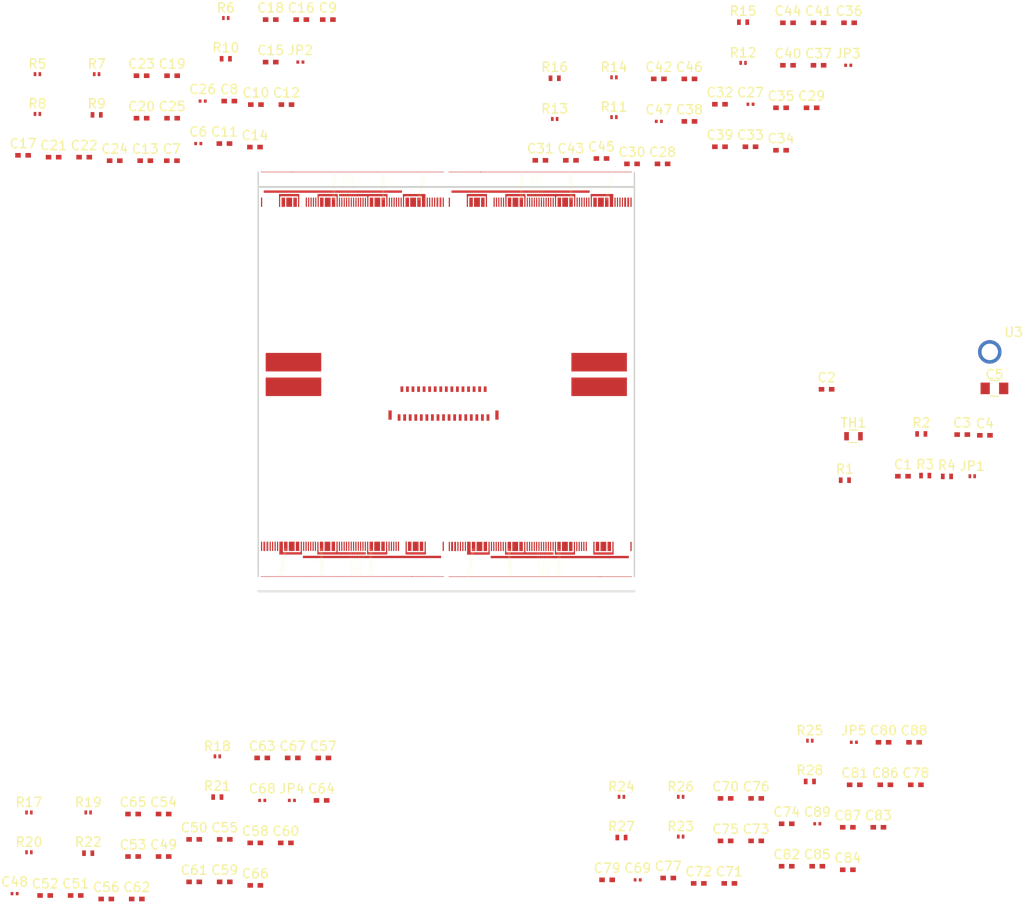
<source format=kicad_pcb>
(kicad_pcb (version 4) (host pcbnew 4.0.6)
  (layers (0 F.Cu signal) (31 B.Cu signal) (34 B.Paste user) (35 F.Paste user) (36 B.SilkS user) (37 F.SilkS user) (38 B.Mask user) (39 F.Mask user) (44 Edge.Cuts user))
  (net 0 "")
  (net 1 /FEA/DET_GRD0)
  (net 2 /FEA/EXT_POR_CAP)
  (net 3 /FEA/VDDD1)
  (net 4 /FEA/VREFIN_OUT)
  (net 5 /FEA/VDDA1)
  (net 6 /FEA/VIN)
  (net 7 /FEA/SLDO_IOFFSETA)
  (net 8 /FEA/SLDO_VREFA)
  (net 9 /FEA/VDDA2)
  (net 10 /FEA/VDDD2)
  (net 11 /FEA/VDDA3)
  (net 12 /FEA/VDDD3)
  (net 13 /FEA/SLDO_VREFD)
  (net 14 /FEA/SLDO_IOFFSETD)
  (net 15 /FEA/VDDD4)
  (net 16 /FEA/VDDA4)
  (net 17 "Net-(J1-Pad5)")
  (net 18 "Net-(J1-Pad2)")
  (net 19 "Net-(J1-Pad3)")
  (net 20 "Net-(J1-Pad7)")
  (net 21 "Net-(J1-Pad9)")
  (net 22 "Net-(J1-Pad11)")
  (net 23 "Net-(J1-Pad6)")
  (net 24 "Net-(J1-Pad8)")
  (net 25 "Net-(J1-Pad10)")
  (net 26 "Net-(J1-Pad12)")
  (net 27 "Net-(J1-Pad18)")
  (net 28 "Net-(J1-Pad20)")
  (net 29 /FEA/POR_OUT_B)
  (net 30 /FEA/PLL_REST_B)
  (net 31 /FEA/IREFIN_OUT)
  (net 32 "Net-(C10-Pad2)")
  (net 33 GND)
  (net 34 "Net-(C26-Pad1)")
  (net 35 /FEB/DET_GRD0)
  (net 36 "Net-(C27-Pad2)")
  (net 37 /FEB/EXT_POR_CAP)
  (net 38 /FEB/VDDD1)
  (net 39 /FEB/VREFIN_OUT)
  (net 40 /FEB/VDDA1)
  (net 41 /FEB/SLDO_IOFFSETA)
  (net 42 /FEB/SLDO_VREFA)
  (net 43 /FEB/VDDA2)
  (net 44 /FEB/VDDD2)
  (net 45 /FEB/VDDA3)
  (net 46 /FEB/VDDD3)
  (net 47 /FEB/SLDO_VREFD)
  (net 48 /FEB/SLDO_IOFFSETD)
  (net 49 /FEB/VDDD4)
  (net 50 /FEB/VDDA4)
  (net 51 "Net-(C47-Pad1)")
  (net 52 /FEC/DET_GRD0)
  (net 53 "Net-(C48-Pad2)")
  (net 54 /FEC/EXT_POR_CAP)
  (net 55 /FEC/VDDD1)
  (net 56 /FEC/VREFIN_OUT)
  (net 57 /FEC/VDDA1)
  (net 58 /FEC/SLDO_IOFFSETA)
  (net 59 /FEC/SLDO_VREFA)
  (net 60 /FEC/VDDA2)
  (net 61 /FEC/VDDD2)
  (net 62 /FEC/VDDA3)
  (net 63 /FEC/VDDD3)
  (net 64 /FEC/SLDO_VREFD)
  (net 65 /FEC/SLDO_IOFFSETD)
  (net 66 /FEC/VDDD4)
  (net 67 /FEC/VDDA4)
  (net 68 "Net-(C68-Pad1)")
  (net 69 /FED/DET_GRD0)
  (net 70 "Net-(C69-Pad2)")
  (net 71 /FED/EXT_POR_CAP)
  (net 72 /FED/VDDD1)
  (net 73 /FED/VREFIN_OUT)
  (net 74 /FED/VDDA1)
  (net 75 /FED/SLDO_IOFFSETA)
  (net 76 /FED/SLDO_VREFA)
  (net 77 /FED/VDDA2)
  (net 78 /FED/VDDD2)
  (net 79 /FED/VDDA3)
  (net 80 /FED/VDDD3)
  (net 81 /FED/SLDO_VREFD)
  (net 82 /FED/SLDO_IOFFSETD)
  (net 83 /FED/VDDD4)
  (net 84 /FED/VDDA4)
  (net 85 "Net-(C89-Pad1)")
  (net 86 /FEB/POR_OUT_B)
  (net 87 /FEB/PLL_REST_B)
  (net 88 /FEC/POR_OUT_B)
  (net 89 /FEC/PLL_REST_B)
  (net 90 /FED/POR_OUT_B)
  (net 91 /FED/PLL_REST_B)
  (net 92 "Net-(R5-Pad1)")
  (net 93 "Net-(R6-Pad1)")
  (net 94 "Net-(R7-Pad1)")
  (net 95 "Net-(R8-Pad1)")
  (net 96 "Net-(R9-Pad2)")
  (net 97 "Net-(R10-Pad2)")
  (net 98 "Net-(R11-Pad1)")
  (net 99 "Net-(R12-Pad1)")
  (net 100 "Net-(R13-Pad1)")
  (net 101 "Net-(R14-Pad1)")
  (net 102 "Net-(R15-Pad2)")
  (net 103 "Net-(R16-Pad2)")
  (net 104 "Net-(R17-Pad1)")
  (net 105 "Net-(R18-Pad1)")
  (net 106 "Net-(R19-Pad1)")
  (net 107 "Net-(R20-Pad1)")
  (net 108 "Net-(R21-Pad2)")
  (net 109 "Net-(R22-Pad2)")
  (net 110 "Net-(R23-Pad1)")
  (net 111 "Net-(R24-Pad1)")
  (net 112 "Net-(R25-Pad1)")
  (net 113 "Net-(R26-Pad1)")
  (net 114 "Net-(R27-Pad2)")
  (net 115 "Net-(R28-Pad2)")
  (net 116 "Net-(U4-Pad109)")
  (net 117 "Net-(U4-Pad108)")
  (net 118 "Net-(U4-Pad106)")
  (net 119 "Net-(U4-Pad105)")
  (net 120 "Net-(U4-Pad103)")
  (net 121 "Net-(U4-Pad102)")
  (net 122 /DO_A_N)
  (net 123 /DO_A_P)
  (net 124 /CMD_N)
  (net 125 /CMD_P)
  (net 126 /EXT_CMD_CLK_N)
  (net 127 /EXT_CMD_CLK_P)
  (net 128 "Net-(U4-Pad4)")
  (net 129 "Net-(U4-Pad5)")
  (net 130 "Net-(U4-Pad6)")
  (net 131 "Net-(U4-Pad7)")
  (net 132 "Net-(U4-Pad45)")
  (net 133 "Net-(U4-Pad46)")
  (net 134 "Net-(U4-Pad47)")
  (net 135 "Net-(U4-Pad48)")
  (net 136 "Net-(U4-Pad49)")
  (net 137 "Net-(U4-Pad50)")
  (net 138 "Net-(U4-Pad51)")
  (net 139 "Net-(U4-Pad58)")
  (net 140 "Net-(U4-Pad95)")
  (net 141 "Net-(U4-Pad96)")
  (net 142 "Net-(U4-Pad104)")
  (net 143 "Net-(U4-Pad107)")
  (net 144 "Net-(U4-Pad141)")
  (net 145 "Net-(U4-Pad145)")
  (net 146 "Net-(U4-Pad146)")
  (net 147 "Net-(U4-Pad147)")
  (net 148 "Net-(U4-Pad148)")
  (net 149 "Net-(U4-Pad150)")
  (net 150 "Net-(U4-Pad151)")
  (net 151 "Net-(U4-Pad152)")
  (net 152 "Net-(U4-Pad153)")
  (net 153 "Net-(U4-Pad154)")
  (net 154 "Net-(U4-Pad155)")
  (net 155 "Net-(U4-Pad185)")
  (net 156 "Net-(U4-Pad186)")
  (net 157 "Net-(U4-Pad187)")
  (net 158 "Net-(U4-Pad188)")
  (net 159 "Net-(U4-Pad189)")
  (net 160 "Net-(U4-Pad190)")
  (net 161 "Net-(U4-Pad191)")
  (net 162 "Net-(U4-Pad192)")
  (net 163 "Net-(U4-Pad193)")
  (net 164 "Net-(U4-Pad196)")
  (net 165 "Net-(U4-Pad197)")
  (net 166 "Net-(U5-Pad109)")
  (net 167 "Net-(U5-Pad108)")
  (net 168 "Net-(U5-Pad106)")
  (net 169 "Net-(U5-Pad105)")
  (net 170 "Net-(U5-Pad103)")
  (net 171 "Net-(U5-Pad102)")
  (net 172 /DO_B_N)
  (net 173 "Net-(U5-Pad4)")
  (net 174 "Net-(U5-Pad5)")
  (net 175 "Net-(U5-Pad6)")
  (net 176 "Net-(U5-Pad7)")
  (net 177 /FEB/IREFIN_OUT)
  (net 178 "Net-(U5-Pad45)")
  (net 179 "Net-(U5-Pad46)")
  (net 180 "Net-(U5-Pad47)")
  (net 181 "Net-(U5-Pad48)")
  (net 182 "Net-(U5-Pad49)")
  (net 183 "Net-(U5-Pad50)")
  (net 184 "Net-(U5-Pad51)")
  (net 185 "Net-(U5-Pad58)")
  (net 186 "Net-(U5-Pad95)")
  (net 187 "Net-(U5-Pad96)")
  (net 188 "Net-(U5-Pad104)")
  (net 189 "Net-(U5-Pad107)")
  (net 190 "Net-(U5-Pad141)")
  (net 191 "Net-(U5-Pad145)")
  (net 192 "Net-(U5-Pad146)")
  (net 193 "Net-(U5-Pad147)")
  (net 194 "Net-(U5-Pad148)")
  (net 195 "Net-(U5-Pad150)")
  (net 196 "Net-(U5-Pad151)")
  (net 197 "Net-(U5-Pad152)")
  (net 198 "Net-(U5-Pad153)")
  (net 199 "Net-(U5-Pad154)")
  (net 200 "Net-(U5-Pad155)")
  (net 201 "Net-(U5-Pad185)")
  (net 202 "Net-(U5-Pad186)")
  (net 203 "Net-(U5-Pad187)")
  (net 204 "Net-(U5-Pad188)")
  (net 205 "Net-(U5-Pad189)")
  (net 206 "Net-(U5-Pad190)")
  (net 207 "Net-(U5-Pad191)")
  (net 208 "Net-(U5-Pad192)")
  (net 209 "Net-(U5-Pad193)")
  (net 210 "Net-(U5-Pad196)")
  (net 211 "Net-(U5-Pad197)")
  (net 212 "Net-(U6-Pad109)")
  (net 213 "Net-(U6-Pad108)")
  (net 214 "Net-(U6-Pad106)")
  (net 215 "Net-(U6-Pad105)")
  (net 216 "Net-(U6-Pad103)")
  (net 217 "Net-(U6-Pad102)")
  (net 218 /FEC/CMD_N)
  (net 219 "Net-(U6-Pad4)")
  (net 220 "Net-(U6-Pad5)")
  (net 221 "Net-(U6-Pad6)")
  (net 222 "Net-(U6-Pad7)")
  (net 223 /FEC/IREFIN_OUT)
  (net 224 "Net-(U6-Pad45)")
  (net 225 "Net-(U6-Pad46)")
  (net 226 "Net-(U6-Pad47)")
  (net 227 "Net-(U6-Pad48)")
  (net 228 "Net-(U6-Pad49)")
  (net 229 "Net-(U6-Pad50)")
  (net 230 "Net-(U6-Pad51)")
  (net 231 "Net-(U6-Pad58)")
  (net 232 "Net-(U6-Pad95)")
  (net 233 "Net-(U6-Pad96)")
  (net 234 "Net-(U6-Pad104)")
  (net 235 "Net-(U6-Pad107)")
  (net 236 "Net-(U6-Pad141)")
  (net 237 "Net-(U6-Pad145)")
  (net 238 "Net-(U6-Pad146)")
  (net 239 "Net-(U6-Pad147)")
  (net 240 "Net-(U6-Pad148)")
  (net 241 "Net-(U6-Pad150)")
  (net 242 "Net-(U6-Pad151)")
  (net 243 "Net-(U6-Pad152)")
  (net 244 "Net-(U6-Pad153)")
  (net 245 "Net-(U6-Pad154)")
  (net 246 "Net-(U6-Pad155)")
  (net 247 "Net-(U6-Pad185)")
  (net 248 "Net-(U6-Pad186)")
  (net 249 "Net-(U6-Pad187)")
  (net 250 "Net-(U6-Pad188)")
  (net 251 "Net-(U6-Pad189)")
  (net 252 "Net-(U6-Pad190)")
  (net 253 "Net-(U6-Pad191)")
  (net 254 "Net-(U6-Pad192)")
  (net 255 "Net-(U6-Pad193)")
  (net 256 "Net-(U6-Pad196)")
  (net 257 "Net-(U6-Pad197)")
  (net 258 "Net-(U7-Pad109)")
  (net 259 "Net-(U7-Pad108)")
  (net 260 "Net-(U7-Pad106)")
  (net 261 "Net-(U7-Pad105)")
  (net 262 "Net-(U7-Pad103)")
  (net 263 "Net-(U7-Pad102)")
  (net 264 "Net-(U7-Pad4)")
  (net 265 "Net-(U7-Pad5)")
  (net 266 "Net-(U7-Pad6)")
  (net 267 "Net-(U7-Pad7)")
  (net 268 /FED/IREFIN_OUT)
  (net 269 "Net-(U7-Pad45)")
  (net 270 "Net-(U7-Pad46)")
  (net 271 "Net-(U7-Pad47)")
  (net 272 "Net-(U7-Pad48)")
  (net 273 "Net-(U7-Pad49)")
  (net 274 "Net-(U7-Pad50)")
  (net 275 "Net-(U7-Pad51)")
  (net 276 "Net-(U7-Pad58)")
  (net 277 "Net-(U7-Pad95)")
  (net 278 "Net-(U7-Pad96)")
  (net 279 "Net-(U7-Pad104)")
  (net 280 "Net-(U7-Pad107)")
  (net 281 "Net-(U7-Pad141)")
  (net 282 "Net-(U7-Pad145)")
  (net 283 "Net-(U7-Pad146)")
  (net 284 "Net-(U7-Pad147)")
  (net 285 "Net-(U7-Pad148)")
  (net 286 "Net-(U7-Pad150)")
  (net 287 "Net-(U7-Pad151)")
  (net 288 "Net-(U7-Pad152)")
  (net 289 "Net-(U7-Pad153)")
  (net 290 "Net-(U7-Pad154)")
  (net 291 "Net-(U7-Pad155)")
  (net 292 "Net-(U7-Pad185)")
  (net 293 "Net-(U7-Pad186)")
  (net 294 "Net-(U7-Pad187)")
  (net 295 "Net-(U7-Pad188)")
  (net 296 "Net-(U7-Pad189)")
  (net 297 "Net-(U7-Pad190)")
  (net 298 "Net-(U7-Pad191)")
  (net 299 "Net-(U7-Pad192)")
  (net 300 "Net-(U7-Pad193)")
  (net 301 "Net-(U7-Pad196)")
  (net 302 "Net-(U7-Pad197)")
  (net 303 /EXT_CMD_CLK_CONN_P)
  (net 304 /EXT_CMD_CLK_CONN_N)
  (net 305 /CMD_CONN_P)
  (net 306 /CMD_CONN_N)
  (net 307 "Net-(C5-Pad1)")
  (net 308 "Net-(C5-Pad2)")
  (net 309 /HV)
  (net 310 /NTC_RET)
  (net 311 /DO_B_P)
  (net 312 /DO_C_P)
  (net 313 /DO_D_P)
  (net 314 /NTC)
  (net 315 /DO_C_N)
  (net 316 /DO_D_N)
  (net 317 /HV_RET)
  (module Capacitors_SMD:C_0402_NoSilk (layer F.Cu) (at 121.976001 77.479)
    (fp_text reference C1 (at 0 -1.27) (layer F.SilkS))
    (fp_text value C)
    (pad 1 smd rect (at -0.55 0) (size 0.6 0.5) (layers F.Cu F.Paste F.Mask) (net 127 /EXT_CMD_CLK_P))
    (pad 2 smd rect (at 0.55 0) (size 0.6 0.5) (layers F.Cu F.Paste F.Mask) (net 303 /EXT_CMD_CLK_CONN_P))
  )
  (module Capacitors_SMD:C_0402_NoSilk (layer F.Cu) (at 113.726001 68.089)
    (fp_text reference C2 (at 0 -1.27) (layer F.SilkS))
    (fp_text value C)
    (pad 1 smd rect (at -0.55 0) (size 0.6 0.5) (layers F.Cu F.Paste F.Mask) (net 126 /EXT_CMD_CLK_N))
    (pad 2 smd rect (at 0.55 0) (size 0.6 0.5) (layers F.Cu F.Paste F.Mask) (net 304 /EXT_CMD_CLK_CONN_N))
  )
  (module Capacitors_SMD:C_0402_NoSilk (layer F.Cu) (at 128.376001 72.979)
    (fp_text reference C3 (at 0 -1.27) (layer F.SilkS))
    (fp_text value C)
    (pad 1 smd rect (at -0.55 0) (size 0.6 0.5) (layers F.Cu F.Paste F.Mask) (net 125 /CMD_P))
    (pad 2 smd rect (at 0.55 0) (size 0.6 0.5) (layers F.Cu F.Paste F.Mask) (net 305 /CMD_CONN_P))
  )
  (module Capacitors_SMD:C_0402_NoSilk (layer F.Cu) (at 130.826001 73.059)
    (fp_text reference C4 (at 0 -1.27) (layer F.SilkS))
    (fp_text value C)
    (pad 1 smd rect (at -0.55 0) (size 0.6 0.5) (layers F.Cu F.Paste F.Mask) (net 124 /CMD_N))
    (pad 2 smd rect (at 0.55 0) (size 0.6 0.5) (layers F.Cu F.Paste F.Mask) (net 306 /CMD_CONN_N))
  )
  (module Capacitors_SMD:C_0805 (layer F.Cu) (at 131.856001 67.989)
    (fp_text reference C5 (at 0 -1.5) (layer F.SilkS))
    (fp_text value C)
    (pad 1 smd rect (at -1 0) (size 1 1.25) (layers F.Cu F.Paste F.Mask) (net 307 "Net-(C5-Pad1)"))
    (pad 2 smd rect (at 1 0) (size 1 1.25) (layers F.Cu F.Paste F.Mask) (net 308 "Net-(C5-Pad2)"))
  )
  (module Capacitors_SMD:C_0201_NoSilk (layer F.Cu) (at 45.84919 41.543)
    (fp_text reference C6 (at 0 -1.27) (layer F.SilkS))
    (fp_text value C)
    (pad 1 smd rect (at -0.28 0) (size 0.3 0.35) (layers F.Cu F.Paste F.Mask) (net 1 /FEA/DET_GRD0))
    (pad 2 smd rect (at 0.28 0) (size 0.3 0.35) (layers F.Cu F.Paste F.Mask) (net 32 "Net-(C10-Pad2)"))
  )
  (module Capacitors_SMD:C_0402_NoSilk (layer F.Cu) (at 42.998001 43.393)
    (fp_text reference C7 (at 0 -1.27) (layer F.SilkS))
    (fp_text value C)
    (pad 1 smd rect (at -0.55 0) (size 0.6 0.5) (layers F.Cu F.Paste F.Mask) (net 2 /FEA/EXT_POR_CAP))
    (pad 2 smd rect (at 0.55 0) (size 0.6 0.5) (layers F.Cu F.Paste F.Mask) (net 3 /FEA/VDDD1))
  )
  (module Capacitors_SMD:C_0402_NoSilk (layer F.Cu) (at 49.198001 36.953)
    (fp_text reference C8 (at 0 -1.27) (layer F.SilkS))
    (fp_text value C)
    (pad 1 smd rect (at -0.55 0) (size 0.6 0.5) (layers F.Cu F.Paste F.Mask) (net 4 /FEA/VREFIN_OUT))
    (pad 2 smd rect (at 0.55 0) (size 0.6 0.5) (layers F.Cu F.Paste F.Mask) (net 32 "Net-(C10-Pad2)"))
  )
  (module Capacitors_SMD:C_0402_NoSilk (layer F.Cu) (at 59.848001 28.153)
    (fp_text reference C9 (at 0 -1.27) (layer F.SilkS))
    (fp_text value C)
    (pad 1 smd rect (at -0.55 0) (size 0.6 0.5) (layers F.Cu F.Paste F.Mask) (net 5 /FEA/VDDA1))
    (pad 2 smd rect (at 0.55 0) (size 0.6 0.5) (layers F.Cu F.Paste F.Mask) (net 32 "Net-(C10-Pad2)"))
  )
  (module Capacitors_SMD:C_0402_NoSilk (layer F.Cu) (at 52.075381 37.333)
    (fp_text reference C10 (at 0 -1.27) (layer F.SilkS))
    (fp_text value C)
    (pad 1 smd rect (at -0.55 0) (size 0.6 0.5) (layers F.Cu F.Paste F.Mask) (net 6 /FEA/VIN))
    (pad 2 smd rect (at 0.55 0) (size 0.6 0.5) (layers F.Cu F.Paste F.Mask) (net 32 "Net-(C10-Pad2)"))
  )
  (module Capacitors_SMD:C_0402_NoSilk (layer F.Cu) (at 48.675381 41.543)
    (fp_text reference C11 (at 0 -1.27) (layer F.SilkS))
    (fp_text value C)
    (pad 1 smd rect (at -0.55 0) (size 0.6 0.5) (layers F.Cu F.Paste F.Mask) (net 3 /FEA/VDDD1))
    (pad 2 smd rect (at 0.55 0) (size 0.6 0.5) (layers F.Cu F.Paste F.Mask) (net 32 "Net-(C10-Pad2)"))
  )
  (module Capacitors_SMD:C_0402_NoSilk (layer F.Cu) (at 55.375381 37.333)
    (fp_text reference C12 (at 0 -1.27) (layer F.SilkS))
    (fp_text value C)
    (pad 1 smd rect (at -0.55 0) (size 0.6 0.5) (layers F.Cu F.Paste F.Mask) (net 6 /FEA/VIN))
    (pad 2 smd rect (at 0.55 0) (size 0.6 0.5) (layers F.Cu F.Paste F.Mask) (net 33 GND))
  )
  (module Capacitors_SMD:C_0402_NoSilk (layer F.Cu) (at 40.125381 43.393)
    (fp_text reference C13 (at 0 -1.27) (layer F.SilkS))
    (fp_text value C)
    (pad 1 smd rect (at -0.55 0) (size 0.6 0.5) (layers F.Cu F.Paste F.Mask) (net 7 /FEA/SLDO_IOFFSETA))
    (pad 2 smd rect (at 0.55 0) (size 0.6 0.5) (layers F.Cu F.Paste F.Mask) (net 33 GND))
  )
  (module Capacitors_SMD:C_0402_NoSilk (layer F.Cu) (at 51.975381 41.923)
    (fp_text reference C14 (at 0 -1.27) (layer F.SilkS))
    (fp_text value C)
    (pad 1 smd rect (at -0.55 0) (size 0.6 0.5) (layers F.Cu F.Paste F.Mask) (net 8 /FEA/SLDO_VREFA))
    (pad 2 smd rect (at 0.55 0) (size 0.6 0.5) (layers F.Cu F.Paste F.Mask) (net 33 GND))
  )
  (module Capacitors_SMD:C_0402_NoSilk (layer F.Cu) (at 53.675381 32.743)
    (fp_text reference C15 (at 0 -1.27) (layer F.SilkS))
    (fp_text value C)
    (pad 1 smd rect (at -0.55 0) (size 0.6 0.5) (layers F.Cu F.Paste F.Mask) (net 9 /FEA/VDDA2))
    (pad 2 smd rect (at 0.55 0) (size 0.6 0.5) (layers F.Cu F.Paste F.Mask) (net 33 GND))
  )
  (module Capacitors_SMD:C_0402_NoSilk (layer F.Cu) (at 56.975381 28.153)
    (fp_text reference C16 (at 0 -1.27) (layer F.SilkS))
    (fp_text value C)
    (pad 1 smd rect (at -0.55 0) (size 0.6 0.5) (layers F.Cu F.Paste F.Mask) (net 6 /FEA/VIN))
    (pad 2 smd rect (at 0.55 0) (size 0.6 0.5) (layers F.Cu F.Paste F.Mask) (net 33 GND))
  )
  (module Capacitors_SMD:C_0402_NoSilk (layer F.Cu) (at 26.925381 42.813)
    (fp_text reference C17 (at 0 -1.27) (layer F.SilkS))
    (fp_text value C)
    (pad 1 smd rect (at -0.55 0) (size 0.6 0.5) (layers F.Cu F.Paste F.Mask) (net 10 /FEA/VDDD2))
    (pad 2 smd rect (at 0.55 0) (size 0.6 0.5) (layers F.Cu F.Paste F.Mask) (net 33 GND))
  )
  (module Capacitors_SMD:C_0402_NoSilk (layer F.Cu) (at 53.675381 28.153)
    (fp_text reference C18 (at 0 -1.27) (layer F.SilkS))
    (fp_text value C)
    (pad 1 smd rect (at -0.55 0) (size 0.6 0.5) (layers F.Cu F.Paste F.Mask) (net 11 /FEA/VDDA3))
    (pad 2 smd rect (at 0.55 0) (size 0.6 0.5) (layers F.Cu F.Paste F.Mask) (net 33 GND))
  )
  (module Capacitors_SMD:C_0402_NoSilk (layer F.Cu) (at 43.025381 34.213)
    (fp_text reference C19 (at 0 -1.27) (layer F.SilkS))
    (fp_text value C)
    (pad 1 smd rect (at -0.55 0) (size 0.6 0.5) (layers F.Cu F.Paste F.Mask) (net 6 /FEA/VIN))
    (pad 2 smd rect (at 0.55 0) (size 0.6 0.5) (layers F.Cu F.Paste F.Mask) (net 33 GND))
  )
  (module Capacitors_SMD:C_0402_NoSilk (layer F.Cu) (at 39.725381 38.803)
    (fp_text reference C20 (at 0 -1.27) (layer F.SilkS))
    (fp_text value C)
    (pad 1 smd rect (at -0.55 0) (size 0.6 0.5) (layers F.Cu F.Paste F.Mask) (net 12 /FEA/VDDD3))
    (pad 2 smd rect (at 0.55 0) (size 0.6 0.5) (layers F.Cu F.Paste F.Mask) (net 33 GND))
  )
  (module Capacitors_SMD:C_0402_NoSilk (layer F.Cu) (at 30.225381 43.013)
    (fp_text reference C21 (at 0 -1.27) (layer F.SilkS))
    (fp_text value C)
    (pad 1 smd rect (at -0.55 0) (size 0.6 0.5) (layers F.Cu F.Paste F.Mask) (net 13 /FEA/SLDO_VREFD))
    (pad 2 smd rect (at 0.55 0) (size 0.6 0.5) (layers F.Cu F.Paste F.Mask) (net 33 GND))
  )
  (module Capacitors_SMD:C_0402_NoSilk (layer F.Cu) (at 33.525381 43.013)
    (fp_text reference C22 (at 0 -1.27) (layer F.SilkS))
    (fp_text value C)
    (pad 1 smd rect (at -0.55 0) (size 0.6 0.5) (layers F.Cu F.Paste F.Mask) (net 14 /FEA/SLDO_IOFFSETD))
    (pad 2 smd rect (at 0.55 0) (size 0.6 0.5) (layers F.Cu F.Paste F.Mask) (net 33 GND))
  )
  (module Capacitors_SMD:C_0402_NoSilk (layer F.Cu) (at 39.725381 34.213)
    (fp_text reference C23 (at 0 -1.27) (layer F.SilkS))
    (fp_text value C)
    (pad 1 smd rect (at -0.55 0) (size 0.6 0.5) (layers F.Cu F.Paste F.Mask) (net 15 /FEA/VDDD4))
    (pad 2 smd rect (at 0.55 0) (size 0.6 0.5) (layers F.Cu F.Paste F.Mask) (net 33 GND))
  )
  (module Capacitors_SMD:C_0402_NoSilk (layer F.Cu) (at 36.825381 43.393)
    (fp_text reference C24 (at 0 -1.27) (layer F.SilkS))
    (fp_text value C)
    (pad 1 smd rect (at -0.55 0) (size 0.6 0.5) (layers F.Cu F.Paste F.Mask) (net 6 /FEA/VIN))
    (pad 2 smd rect (at 0.55 0) (size 0.6 0.5) (layers F.Cu F.Paste F.Mask) (net 33 GND))
  )
  (module Capacitors_SMD:C_0402_NoSilk (layer F.Cu) (at 43.025381 38.803)
    (fp_text reference C25 (at 0 -1.27) (layer F.SilkS))
    (fp_text value C)
    (pad 1 smd rect (at -0.55 0) (size 0.6 0.5) (layers F.Cu F.Paste F.Mask) (net 16 /FEA/VDDA4))
    (pad 2 smd rect (at 0.55 0) (size 0.6 0.5) (layers F.Cu F.Paste F.Mask) (net 33 GND))
  )
  (module Capacitors_SMD:C_0201_NoSilk (layer F.Cu) (at 46.325381 36.953)
    (fp_text reference C26 (at 0 -1.27) (layer F.SilkS))
    (fp_text value C)
    (pad 1 smd rect (at -0.28 0) (size 0.3 0.35) (layers F.Cu F.Paste F.Mask) (net 34 "Net-(C26-Pad1)"))
    (pad 2 smd rect (at 0.28 0) (size 0.3 0.35) (layers F.Cu F.Paste F.Mask) (net 33 GND))
  )
  (module Capacitors_SMD:C_0201_NoSilk (layer F.Cu) (at 105.505381 37.297)
    (fp_text reference C27 (at 0 -1.27) (layer F.SilkS))
    (fp_text value C)
    (pad 1 smd rect (at -0.28 0) (size 0.3 0.35) (layers F.Cu F.Paste F.Mask) (net 35 /FEB/DET_GRD0))
    (pad 2 smd rect (at 0.28 0) (size 0.3 0.35) (layers F.Cu F.Paste F.Mask) (net 36 "Net-(C27-Pad2)"))
  )
  (module Capacitors_SMD:C_0402_NoSilk (layer F.Cu) (at 96.005381 43.737)
    (fp_text reference C28 (at 0 -1.27) (layer F.SilkS))
    (fp_text value C)
    (pad 1 smd rect (at -0.55 0) (size 0.6 0.5) (layers F.Cu F.Paste F.Mask) (net 37 /FEB/EXT_POR_CAP))
    (pad 2 smd rect (at 0.55 0) (size 0.6 0.5) (layers F.Cu F.Paste F.Mask) (net 38 /FEB/VDDD1))
  )
  (module Capacitors_SMD:C_0402_NoSilk (layer F.Cu) (at 112.105381 37.677)
    (fp_text reference C29 (at 0 -1.27) (layer F.SilkS))
    (fp_text value C)
    (pad 1 smd rect (at -0.55 0) (size 0.6 0.5) (layers F.Cu F.Paste F.Mask) (net 39 /FEB/VREFIN_OUT))
    (pad 2 smd rect (at 0.55 0) (size 0.6 0.5) (layers F.Cu F.Paste F.Mask) (net 36 "Net-(C27-Pad2)"))
  )
  (module Capacitors_SMD:C_0402_NoSilk (layer F.Cu) (at 92.705381 43.737)
    (fp_text reference C30 (at 0 -1.27) (layer F.SilkS))
    (fp_text value C)
    (pad 1 smd rect (at -0.55 0) (size 0.6 0.5) (layers F.Cu F.Paste F.Mask) (net 40 /FEB/VDDA1))
    (pad 2 smd rect (at 0.55 0) (size 0.6 0.5) (layers F.Cu F.Paste F.Mask) (net 36 "Net-(C27-Pad2)"))
  )
  (module Capacitors_SMD:C_0402_NoSilk (layer F.Cu) (at 82.805381 43.357)
    (fp_text reference C31 (at 0 -1.27) (layer F.SilkS))
    (fp_text value C)
    (pad 1 smd rect (at -0.55 0) (size 0.6 0.5) (layers F.Cu F.Paste F.Mask) (net 6 /FEA/VIN))
    (pad 2 smd rect (at 0.55 0) (size 0.6 0.5) (layers F.Cu F.Paste F.Mask) (net 36 "Net-(C27-Pad2)"))
  )
  (module Capacitors_SMD:C_0402_NoSilk (layer F.Cu) (at 102.205381 37.297)
    (fp_text reference C32 (at 0 -1.27) (layer F.SilkS))
    (fp_text value C)
    (pad 1 smd rect (at -0.55 0) (size 0.6 0.5) (layers F.Cu F.Paste F.Mask) (net 38 /FEB/VDDD1))
    (pad 2 smd rect (at 0.55 0) (size 0.6 0.5) (layers F.Cu F.Paste F.Mask) (net 36 "Net-(C27-Pad2)"))
  )
  (module Capacitors_SMD:C_0402_NoSilk (layer F.Cu) (at 105.505381 41.887)
    (fp_text reference C33 (at 0 -1.27) (layer F.SilkS))
    (fp_text value C)
    (pad 1 smd rect (at -0.55 0) (size 0.6 0.5) (layers F.Cu F.Paste F.Mask) (net 6 /FEA/VIN))
    (pad 2 smd rect (at 0.55 0) (size 0.6 0.5) (layers F.Cu F.Paste F.Mask) (net 33 GND))
  )
  (module Capacitors_SMD:C_0402_NoSilk (layer F.Cu) (at 108.805381 42.267)
    (fp_text reference C34 (at 0 -1.27) (layer F.SilkS))
    (fp_text value C)
    (pad 1 smd rect (at -0.55 0) (size 0.6 0.5) (layers F.Cu F.Paste F.Mask) (net 41 /FEB/SLDO_IOFFSETA))
    (pad 2 smd rect (at 0.55 0) (size 0.6 0.5) (layers F.Cu F.Paste F.Mask) (net 33 GND))
  )
  (module Capacitors_SMD:C_0402_NoSilk (layer F.Cu) (at 108.805381 37.677)
    (fp_text reference C35 (at 0 -1.27) (layer F.SilkS))
    (fp_text value C)
    (pad 1 smd rect (at -0.55 0) (size 0.6 0.5) (layers F.Cu F.Paste F.Mask) (net 42 /FEB/SLDO_VREFA))
    (pad 2 smd rect (at 0.55 0) (size 0.6 0.5) (layers F.Cu F.Paste F.Mask) (net 33 GND))
  )
  (module Capacitors_SMD:C_0402_NoSilk (layer F.Cu) (at 116.155381 28.497)
    (fp_text reference C36 (at 0 -1.27) (layer F.SilkS))
    (fp_text value C)
    (pad 1 smd rect (at -0.55 0) (size 0.6 0.5) (layers F.Cu F.Paste F.Mask) (net 43 /FEB/VDDA2))
    (pad 2 smd rect (at 0.55 0) (size 0.6 0.5) (layers F.Cu F.Paste F.Mask) (net 33 GND))
  )
  (module Capacitors_SMD:C_0402_NoSilk (layer F.Cu) (at 112.855381 33.087)
    (fp_text reference C37 (at 0 -1.27) (layer F.SilkS))
    (fp_text value C)
    (pad 1 smd rect (at -0.55 0) (size 0.6 0.5) (layers F.Cu F.Paste F.Mask) (net 6 /FEA/VIN))
    (pad 2 smd rect (at 0.55 0) (size 0.6 0.5) (layers F.Cu F.Paste F.Mask) (net 33 GND))
  )
  (module Capacitors_SMD:C_0402_NoSilk (layer F.Cu) (at 98.905381 39.147)
    (fp_text reference C38 (at 0 -1.27) (layer F.SilkS))
    (fp_text value C)
    (pad 1 smd rect (at -0.55 0) (size 0.6 0.5) (layers F.Cu F.Paste F.Mask) (net 44 /FEB/VDDD2))
    (pad 2 smd rect (at 0.55 0) (size 0.6 0.5) (layers F.Cu F.Paste F.Mask) (net 33 GND))
  )
  (module Capacitors_SMD:C_0402_NoSilk (layer F.Cu) (at 102.205381 41.887)
    (fp_text reference C39 (at 0 -1.27) (layer F.SilkS))
    (fp_text value C)
    (pad 1 smd rect (at -0.55 0) (size 0.6 0.5) (layers F.Cu F.Paste F.Mask) (net 45 /FEB/VDDA3))
    (pad 2 smd rect (at 0.55 0) (size 0.6 0.5) (layers F.Cu F.Paste F.Mask) (net 33 GND))
  )
  (module Capacitors_SMD:C_0402_NoSilk (layer F.Cu) (at 109.555381 33.087)
    (fp_text reference C40 (at 0 -1.27) (layer F.SilkS))
    (fp_text value C)
    (pad 1 smd rect (at -0.55 0) (size 0.6 0.5) (layers F.Cu F.Paste F.Mask) (net 6 /FEA/VIN))
    (pad 2 smd rect (at 0.55 0) (size 0.6 0.5) (layers F.Cu F.Paste F.Mask) (net 33 GND))
  )
  (module Capacitors_SMD:C_0402_NoSilk (layer F.Cu) (at 112.855381 28.497)
    (fp_text reference C41 (at 0 -1.27) (layer F.SilkS))
    (fp_text value C)
    (pad 1 smd rect (at -0.55 0) (size 0.6 0.5) (layers F.Cu F.Paste F.Mask) (net 46 /FEB/VDDD3))
    (pad 2 smd rect (at 0.55 0) (size 0.6 0.5) (layers F.Cu F.Paste F.Mask) (net 33 GND))
  )
  (module Capacitors_SMD:C_0402_NoSilk (layer F.Cu) (at 95.605381 34.557)
    (fp_text reference C42 (at 0 -1.27) (layer F.SilkS))
    (fp_text value C)
    (pad 1 smd rect (at -0.55 0) (size 0.6 0.5) (layers F.Cu F.Paste F.Mask) (net 47 /FEB/SLDO_VREFD))
    (pad 2 smd rect (at 0.55 0) (size 0.6 0.5) (layers F.Cu F.Paste F.Mask) (net 33 GND))
  )
  (module Capacitors_SMD:C_0402_NoSilk (layer F.Cu) (at 86.105381 43.357)
    (fp_text reference C43 (at 0 -1.27) (layer F.SilkS))
    (fp_text value C)
    (pad 1 smd rect (at -0.55 0) (size 0.6 0.5) (layers F.Cu F.Paste F.Mask) (net 48 /FEB/SLDO_IOFFSETD))
    (pad 2 smd rect (at 0.55 0) (size 0.6 0.5) (layers F.Cu F.Paste F.Mask) (net 33 GND))
  )
  (module Capacitors_SMD:C_0402_NoSilk (layer F.Cu) (at 109.555381 28.497)
    (fp_text reference C44 (at 0 -1.27) (layer F.SilkS))
    (fp_text value C)
    (pad 1 smd rect (at -0.55 0) (size 0.6 0.5) (layers F.Cu F.Paste F.Mask) (net 49 /FEB/VDDD4))
    (pad 2 smd rect (at 0.55 0) (size 0.6 0.5) (layers F.Cu F.Paste F.Mask) (net 33 GND))
  )
  (module Capacitors_SMD:C_0402_NoSilk (layer F.Cu) (at 89.405381 43.157)
    (fp_text reference C45 (at 0 -1.27) (layer F.SilkS))
    (fp_text value C)
    (pad 1 smd rect (at -0.55 0) (size 0.6 0.5) (layers F.Cu F.Paste F.Mask) (net 6 /FEA/VIN))
    (pad 2 smd rect (at 0.55 0) (size 0.6 0.5) (layers F.Cu F.Paste F.Mask) (net 33 GND))
  )
  (module Capacitors_SMD:C_0402_NoSilk (layer F.Cu) (at 98.905381 34.557)
    (fp_text reference C46 (at 0 -1.27) (layer F.SilkS))
    (fp_text value C)
    (pad 1 smd rect (at -0.55 0) (size 0.6 0.5) (layers F.Cu F.Paste F.Mask) (net 50 /FEB/VDDA4))
    (pad 2 smd rect (at 0.55 0) (size 0.6 0.5) (layers F.Cu F.Paste F.Mask) (net 33 GND))
  )
  (module Capacitors_SMD:C_0201_NoSilk (layer F.Cu) (at 95.605381 39.147)
    (fp_text reference C47 (at 0 -1.27) (layer F.SilkS))
    (fp_text value C)
    (pad 1 smd rect (at -0.28 0) (size 0.3 0.35) (layers F.Cu F.Paste F.Mask) (net 51 "Net-(C47-Pad1)"))
    (pad 2 smd rect (at 0.28 0) (size 0.3 0.35) (layers F.Cu F.Paste F.Mask) (net 33 GND))
  )
  (module Capacitors_SMD:C_0201_NoSilk (layer F.Cu) (at 26.009381 122.569)
    (fp_text reference C48 (at 0 -1.27) (layer F.SilkS))
    (fp_text value C)
    (pad 1 smd rect (at -0.28 0) (size 0.3 0.35) (layers F.Cu F.Paste F.Mask) (net 52 /FEC/DET_GRD0))
    (pad 2 smd rect (at 0.28 0) (size 0.3 0.35) (layers F.Cu F.Paste F.Mask) (net 53 "Net-(C48-Pad2)"))
  )
  (module Capacitors_SMD:C_0402_NoSilk (layer F.Cu) (at 42.109381 118.559)
    (fp_text reference C49 (at 0 -1.27) (layer F.SilkS))
    (fp_text value C)
    (pad 1 smd rect (at -0.55 0) (size 0.6 0.5) (layers F.Cu F.Paste F.Mask) (net 54 /FEC/EXT_POR_CAP))
    (pad 2 smd rect (at 0.55 0) (size 0.6 0.5) (layers F.Cu F.Paste F.Mask) (net 55 /FEC/VDDD1))
  )
  (module Capacitors_SMD:C_0402_NoSilk (layer F.Cu) (at 45.409381 116.709)
    (fp_text reference C50 (at 0 -1.27) (layer F.SilkS))
    (fp_text value C)
    (pad 1 smd rect (at -0.55 0) (size 0.6 0.5) (layers F.Cu F.Paste F.Mask) (net 56 /FEC/VREFIN_OUT))
    (pad 2 smd rect (at 0.55 0) (size 0.6 0.5) (layers F.Cu F.Paste F.Mask) (net 53 "Net-(C48-Pad2)"))
  )
  (module Capacitors_SMD:C_0402_NoSilk (layer F.Cu) (at 32.609381 122.769)
    (fp_text reference C51 (at 0 -1.27) (layer F.SilkS))
    (fp_text value C)
    (pad 1 smd rect (at -0.55 0) (size 0.6 0.5) (layers F.Cu F.Paste F.Mask) (net 57 /FEC/VDDA1))
    (pad 2 smd rect (at 0.55 0) (size 0.6 0.5) (layers F.Cu F.Paste F.Mask) (net 53 "Net-(C48-Pad2)"))
  )
  (module Capacitors_SMD:C_0402_NoSilk (layer F.Cu) (at 29.309381 122.769)
    (fp_text reference C52 (at 0 -1.27) (layer F.SilkS))
    (fp_text value C)
    (pad 1 smd rect (at -0.55 0) (size 0.6 0.5) (layers F.Cu F.Paste F.Mask) (net 6 /FEA/VIN))
    (pad 2 smd rect (at 0.55 0) (size 0.6 0.5) (layers F.Cu F.Paste F.Mask) (net 53 "Net-(C48-Pad2)"))
  )
  (module Capacitors_SMD:C_0402_NoSilk (layer F.Cu) (at 38.809381 118.559)
    (fp_text reference C53 (at 0 -1.27) (layer F.SilkS))
    (fp_text value C)
    (pad 1 smd rect (at -0.55 0) (size 0.6 0.5) (layers F.Cu F.Paste F.Mask) (net 55 /FEC/VDDD1))
    (pad 2 smd rect (at 0.55 0) (size 0.6 0.5) (layers F.Cu F.Paste F.Mask) (net 53 "Net-(C48-Pad2)"))
  )
  (module Capacitors_SMD:C_0402_NoSilk (layer F.Cu) (at 42.109381 113.969)
    (fp_text reference C54 (at 0 -1.27) (layer F.SilkS))
    (fp_text value C)
    (pad 1 smd rect (at -0.55 0) (size 0.6 0.5) (layers F.Cu F.Paste F.Mask) (net 6 /FEA/VIN))
    (pad 2 smd rect (at 0.55 0) (size 0.6 0.5) (layers F.Cu F.Paste F.Mask) (net 33 GND))
  )
  (module Capacitors_SMD:C_0402_NoSilk (layer F.Cu) (at 48.709381 116.709)
    (fp_text reference C55 (at 0 -1.27) (layer F.SilkS))
    (fp_text value C)
    (pad 1 smd rect (at -0.55 0) (size 0.6 0.5) (layers F.Cu F.Paste F.Mask) (net 58 /FEC/SLDO_IOFFSETA))
    (pad 2 smd rect (at 0.55 0) (size 0.6 0.5) (layers F.Cu F.Paste F.Mask) (net 33 GND))
  )
  (module Capacitors_SMD:C_0402_NoSilk (layer F.Cu) (at 35.909381 123.149)
    (fp_text reference C56 (at 0 -1.27) (layer F.SilkS))
    (fp_text value C)
    (pad 1 smd rect (at -0.55 0) (size 0.6 0.5) (layers F.Cu F.Paste F.Mask) (net 59 /FEC/SLDO_VREFA))
    (pad 2 smd rect (at 0.55 0) (size 0.6 0.5) (layers F.Cu F.Paste F.Mask) (net 33 GND))
  )
  (module Capacitors_SMD:C_0402_NoSilk (layer F.Cu) (at 59.359381 107.909)
    (fp_text reference C57 (at 0 -1.27) (layer F.SilkS))
    (fp_text value C)
    (pad 1 smd rect (at -0.55 0) (size 0.6 0.5) (layers F.Cu F.Paste F.Mask) (net 60 /FEC/VDDA2))
    (pad 2 smd rect (at 0.55 0) (size 0.6 0.5) (layers F.Cu F.Paste F.Mask) (net 33 GND))
  )
  (module Capacitors_SMD:C_0402_NoSilk (layer F.Cu) (at 52.009381 117.089)
    (fp_text reference C58 (at 0 -1.27) (layer F.SilkS))
    (fp_text value C)
    (pad 1 smd rect (at -0.55 0) (size 0.6 0.5) (layers F.Cu F.Paste F.Mask) (net 6 /FEA/VIN))
    (pad 2 smd rect (at 0.55 0) (size 0.6 0.5) (layers F.Cu F.Paste F.Mask) (net 33 GND))
  )
  (module Capacitors_SMD:C_0402_NoSilk (layer F.Cu) (at 48.709381 121.299)
    (fp_text reference C59 (at 0 -1.27) (layer F.SilkS))
    (fp_text value C)
    (pad 1 smd rect (at -0.55 0) (size 0.6 0.5) (layers F.Cu F.Paste F.Mask) (net 61 /FEC/VDDD2))
    (pad 2 smd rect (at 0.55 0) (size 0.6 0.5) (layers F.Cu F.Paste F.Mask) (net 33 GND))
  )
  (module Capacitors_SMD:C_0402_NoSilk (layer F.Cu) (at 55.309381 117.089)
    (fp_text reference C60 (at 0 -1.27) (layer F.SilkS))
    (fp_text value C)
    (pad 1 smd rect (at -0.55 0) (size 0.6 0.5) (layers F.Cu F.Paste F.Mask) (net 62 /FEC/VDDA3))
    (pad 2 smd rect (at 0.55 0) (size 0.6 0.5) (layers F.Cu F.Paste F.Mask) (net 33 GND))
  )
  (module Capacitors_SMD:C_0402_NoSilk (layer F.Cu) (at 45.409381 121.299)
    (fp_text reference C61 (at 0 -1.27) (layer F.SilkS))
    (fp_text value C)
    (pad 1 smd rect (at -0.55 0) (size 0.6 0.5) (layers F.Cu F.Paste F.Mask) (net 6 /FEA/VIN))
    (pad 2 smd rect (at 0.55 0) (size 0.6 0.5) (layers F.Cu F.Paste F.Mask) (net 33 GND))
  )
  (module Capacitors_SMD:C_0402_NoSilk (layer F.Cu) (at 39.209381 123.149)
    (fp_text reference C62 (at 0 -1.27) (layer F.SilkS))
    (fp_text value C)
    (pad 1 smd rect (at -0.55 0) (size 0.6 0.5) (layers F.Cu F.Paste F.Mask) (net 63 /FEC/VDDD3))
    (pad 2 smd rect (at 0.55 0) (size 0.6 0.5) (layers F.Cu F.Paste F.Mask) (net 33 GND))
  )
  (module Capacitors_SMD:C_0402_NoSilk (layer F.Cu) (at 52.759381 107.909)
    (fp_text reference C63 (at 0 -1.27) (layer F.SilkS))
    (fp_text value C)
    (pad 1 smd rect (at -0.55 0) (size 0.6 0.5) (layers F.Cu F.Paste F.Mask) (net 64 /FEC/SLDO_VREFD))
    (pad 2 smd rect (at 0.55 0) (size 0.6 0.5) (layers F.Cu F.Paste F.Mask) (net 33 GND))
  )
  (module Capacitors_SMD:C_0402_NoSilk (layer F.Cu) (at 59.169381 112.499)
    (fp_text reference C64 (at 0 -1.27) (layer F.SilkS))
    (fp_text value C)
    (pad 1 smd rect (at -0.55 0) (size 0.6 0.5) (layers F.Cu F.Paste F.Mask) (net 65 /FEC/SLDO_IOFFSETD))
    (pad 2 smd rect (at 0.55 0) (size 0.6 0.5) (layers F.Cu F.Paste F.Mask) (net 33 GND))
  )
  (module Capacitors_SMD:C_0402_NoSilk (layer F.Cu) (at 38.809381 113.969)
    (fp_text reference C65 (at 0 -1.27) (layer F.SilkS))
    (fp_text value C)
    (pad 1 smd rect (at -0.55 0) (size 0.6 0.5) (layers F.Cu F.Paste F.Mask) (net 66 /FEC/VDDD4))
    (pad 2 smd rect (at 0.55 0) (size 0.6 0.5) (layers F.Cu F.Paste F.Mask) (net 33 GND))
  )
  (module Capacitors_SMD:C_0402_NoSilk (layer F.Cu) (at 52.009381 121.679)
    (fp_text reference C66 (at 0 -1.27) (layer F.SilkS))
    (fp_text value C)
    (pad 1 smd rect (at -0.55 0) (size 0.6 0.5) (layers F.Cu F.Paste F.Mask) (net 6 /FEA/VIN))
    (pad 2 smd rect (at 0.55 0) (size 0.6 0.5) (layers F.Cu F.Paste F.Mask) (net 33 GND))
  )
  (module Capacitors_SMD:C_0402_NoSilk (layer F.Cu) (at 56.059381 107.909)
    (fp_text reference C67 (at 0 -1.27) (layer F.SilkS))
    (fp_text value C)
    (pad 1 smd rect (at -0.55 0) (size 0.6 0.5) (layers F.Cu F.Paste F.Mask) (net 67 /FEC/VDDA4))
    (pad 2 smd rect (at 0.55 0) (size 0.6 0.5) (layers F.Cu F.Paste F.Mask) (net 33 GND))
  )
  (module Capacitors_SMD:C_0201_NoSilk (layer F.Cu) (at 52.759381 112.499)
    (fp_text reference C68 (at 0 -1.27) (layer F.SilkS))
    (fp_text value C)
    (pad 1 smd rect (at -0.28 0) (size 0.3 0.35) (layers F.Cu F.Paste F.Mask) (net 68 "Net-(C68-Pad1)"))
    (pad 2 smd rect (at 0.28 0) (size 0.3 0.35) (layers F.Cu F.Paste F.Mask) (net 33 GND))
  )
  (module Capacitors_SMD:C_0201_NoSilk (layer F.Cu) (at 93.317381 121.081)
    (fp_text reference C69 (at 0 -1.27) (layer F.SilkS))
    (fp_text value C)
    (pad 1 smd rect (at -0.28 0) (size 0.3 0.35) (layers F.Cu F.Paste F.Mask) (net 69 /FED/DET_GRD0))
    (pad 2 smd rect (at 0.28 0) (size 0.3 0.35) (layers F.Cu F.Paste F.Mask) (net 70 "Net-(C69-Pad2)"))
  )
  (module Capacitors_SMD:C_0402_NoSilk (layer F.Cu) (at 102.817381 112.281)
    (fp_text reference C70 (at 0 -1.27) (layer F.SilkS))
    (fp_text value C)
    (pad 1 smd rect (at -0.55 0) (size 0.6 0.5) (layers F.Cu F.Paste F.Mask) (net 71 /FED/EXT_POR_CAP))
    (pad 2 smd rect (at 0.55 0) (size 0.6 0.5) (layers F.Cu F.Paste F.Mask) (net 72 /FED/VDDD1))
  )
  (module Capacitors_SMD:C_0402_NoSilk (layer F.Cu) (at 103.217381 121.461)
    (fp_text reference C71 (at 0 -1.27) (layer F.SilkS))
    (fp_text value C)
    (pad 1 smd rect (at -0.55 0) (size 0.6 0.5) (layers F.Cu F.Paste F.Mask) (net 73 /FED/VREFIN_OUT))
    (pad 2 smd rect (at 0.55 0) (size 0.6 0.5) (layers F.Cu F.Paste F.Mask) (net 70 "Net-(C69-Pad2)"))
  )
  (module Capacitors_SMD:C_0402_NoSilk (layer F.Cu) (at 99.917381 121.461)
    (fp_text reference C72 (at 0 -1.27) (layer F.SilkS))
    (fp_text value C)
    (pad 1 smd rect (at -0.55 0) (size 0.6 0.5) (layers F.Cu F.Paste F.Mask) (net 74 /FED/VDDA1))
    (pad 2 smd rect (at 0.55 0) (size 0.6 0.5) (layers F.Cu F.Paste F.Mask) (net 70 "Net-(C69-Pad2)"))
  )
  (module Capacitors_SMD:C_0402_NoSilk (layer F.Cu) (at 106.117381 116.871)
    (fp_text reference C73 (at 0 -1.27) (layer F.SilkS))
    (fp_text value C)
    (pad 1 smd rect (at -0.55 0) (size 0.6 0.5) (layers F.Cu F.Paste F.Mask) (net 6 /FEA/VIN))
    (pad 2 smd rect (at 0.55 0) (size 0.6 0.5) (layers F.Cu F.Paste F.Mask) (net 70 "Net-(C69-Pad2)"))
  )
  (module Capacitors_SMD:C_0402_NoSilk (layer F.Cu) (at 109.417381 115.021)
    (fp_text reference C74 (at 0 -1.27) (layer F.SilkS))
    (fp_text value C)
    (pad 1 smd rect (at -0.55 0) (size 0.6 0.5) (layers F.Cu F.Paste F.Mask) (net 72 /FED/VDDD1))
    (pad 2 smd rect (at 0.55 0) (size 0.6 0.5) (layers F.Cu F.Paste F.Mask) (net 70 "Net-(C69-Pad2)"))
  )
  (module Capacitors_SMD:C_0402_NoSilk (layer F.Cu) (at 102.817381 116.871)
    (fp_text reference C75 (at 0 -1.27) (layer F.SilkS))
    (fp_text value C)
    (pad 1 smd rect (at -0.55 0) (size 0.6 0.5) (layers F.Cu F.Paste F.Mask) (net 6 /FEA/VIN))
    (pad 2 smd rect (at 0.55 0) (size 0.6 0.5) (layers F.Cu F.Paste F.Mask) (net 33 GND))
  )
  (module Capacitors_SMD:C_0402_NoSilk (layer F.Cu) (at 106.117381 112.281)
    (fp_text reference C76 (at 0 -1.27) (layer F.SilkS))
    (fp_text value C)
    (pad 1 smd rect (at -0.55 0) (size 0.6 0.5) (layers F.Cu F.Paste F.Mask) (net 75 /FED/SLDO_IOFFSETA))
    (pad 2 smd rect (at 0.55 0) (size 0.6 0.5) (layers F.Cu F.Paste F.Mask) (net 33 GND))
  )
  (module Capacitors_SMD:C_0402_NoSilk (layer F.Cu) (at 96.617381 120.881)
    (fp_text reference C77 (at 0 -1.27) (layer F.SilkS))
    (fp_text value C)
    (pad 1 smd rect (at -0.55 0) (size 0.6 0.5) (layers F.Cu F.Paste F.Mask) (net 76 /FED/SLDO_VREFA))
    (pad 2 smd rect (at 0.55 0) (size 0.6 0.5) (layers F.Cu F.Paste F.Mask) (net 33 GND))
  )
  (module Capacitors_SMD:C_0402_NoSilk (layer F.Cu) (at 123.367381 110.811)
    (fp_text reference C78 (at 0 -1.27) (layer F.SilkS))
    (fp_text value C)
    (pad 1 smd rect (at -0.55 0) (size 0.6 0.5) (layers F.Cu F.Paste F.Mask) (net 77 /FED/VDDA2))
    (pad 2 smd rect (at 0.55 0) (size 0.6 0.5) (layers F.Cu F.Paste F.Mask) (net 33 GND))
  )
  (module Capacitors_SMD:C_0402_NoSilk (layer F.Cu) (at 90.017381 121.081)
    (fp_text reference C79 (at 0 -1.27) (layer F.SilkS))
    (fp_text value C)
    (pad 1 smd rect (at -0.55 0) (size 0.6 0.5) (layers F.Cu F.Paste F.Mask) (net 6 /FEA/VIN))
    (pad 2 smd rect (at 0.55 0) (size 0.6 0.5) (layers F.Cu F.Paste F.Mask) (net 33 GND))
  )
  (module Capacitors_SMD:C_0402_NoSilk (layer F.Cu) (at 119.877381 106.221)
    (fp_text reference C80 (at 0 -1.27) (layer F.SilkS))
    (fp_text value C)
    (pad 1 smd rect (at -0.55 0) (size 0.6 0.5) (layers F.Cu F.Paste F.Mask) (net 78 /FED/VDDD2))
    (pad 2 smd rect (at 0.55 0) (size 0.6 0.5) (layers F.Cu F.Paste F.Mask) (net 33 GND))
  )
  (module Capacitors_SMD:C_0402_NoSilk (layer F.Cu) (at 116.767381 110.811)
    (fp_text reference C81 (at 0 -1.27) (layer F.SilkS))
    (fp_text value C)
    (pad 1 smd rect (at -0.55 0) (size 0.6 0.5) (layers F.Cu F.Paste F.Mask) (net 79 /FED/VDDA3))
    (pad 2 smd rect (at 0.55 0) (size 0.6 0.5) (layers F.Cu F.Paste F.Mask) (net 33 GND))
  )
  (module Capacitors_SMD:C_0402_NoSilk (layer F.Cu) (at 109.417381 119.611)
    (fp_text reference C82 (at 0 -1.27) (layer F.SilkS))
    (fp_text value C)
    (pad 1 smd rect (at -0.55 0) (size 0.6 0.5) (layers F.Cu F.Paste F.Mask) (net 6 /FEA/VIN))
    (pad 2 smd rect (at 0.55 0) (size 0.6 0.5) (layers F.Cu F.Paste F.Mask) (net 33 GND))
  )
  (module Capacitors_SMD:C_0402_NoSilk (layer F.Cu) (at 119.317381 115.401)
    (fp_text reference C83 (at 0 -1.27) (layer F.SilkS))
    (fp_text value C)
    (pad 1 smd rect (at -0.55 0) (size 0.6 0.5) (layers F.Cu F.Paste F.Mask) (net 80 /FED/VDDD3))
    (pad 2 smd rect (at 0.55 0) (size 0.6 0.5) (layers F.Cu F.Paste F.Mask) (net 33 GND))
  )
  (module Capacitors_SMD:C_0402_NoSilk (layer F.Cu) (at 116.017381 119.991)
    (fp_text reference C84 (at 0 -1.27) (layer F.SilkS))
    (fp_text value C)
    (pad 1 smd rect (at -0.55 0) (size 0.6 0.5) (layers F.Cu F.Paste F.Mask) (net 81 /FED/SLDO_VREFD))
    (pad 2 smd rect (at 0.55 0) (size 0.6 0.5) (layers F.Cu F.Paste F.Mask) (net 33 GND))
  )
  (module Capacitors_SMD:C_0402_NoSilk (layer F.Cu) (at 112.717381 119.611)
    (fp_text reference C85 (at 0 -1.27) (layer F.SilkS))
    (fp_text value C)
    (pad 1 smd rect (at -0.55 0) (size 0.6 0.5) (layers F.Cu F.Paste F.Mask) (net 82 /FED/SLDO_IOFFSETD))
    (pad 2 smd rect (at 0.55 0) (size 0.6 0.5) (layers F.Cu F.Paste F.Mask) (net 33 GND))
  )
  (module Capacitors_SMD:C_0402_NoSilk (layer F.Cu) (at 120.067381 110.811)
    (fp_text reference C86 (at 0 -1.27) (layer F.SilkS))
    (fp_text value C)
    (pad 1 smd rect (at -0.55 0) (size 0.6 0.5) (layers F.Cu F.Paste F.Mask) (net 83 /FED/VDDD4))
    (pad 2 smd rect (at 0.55 0) (size 0.6 0.5) (layers F.Cu F.Paste F.Mask) (net 33 GND))
  )
  (module Capacitors_SMD:C_0402_NoSilk (layer F.Cu) (at 116.017381 115.401)
    (fp_text reference C87 (at 0 -1.27) (layer F.SilkS))
    (fp_text value C)
    (pad 1 smd rect (at -0.55 0) (size 0.6 0.5) (layers F.Cu F.Paste F.Mask) (net 6 /FEA/VIN))
    (pad 2 smd rect (at 0.55 0) (size 0.6 0.5) (layers F.Cu F.Paste F.Mask) (net 33 GND))
  )
  (module Capacitors_SMD:C_0402_NoSilk (layer F.Cu) (at 123.177381 106.221)
    (fp_text reference C88 (at 0 -1.27) (layer F.SilkS))
    (fp_text value C)
    (pad 1 smd rect (at -0.55 0) (size 0.6 0.5) (layers F.Cu F.Paste F.Mask) (net 84 /FED/VDDA4))
    (pad 2 smd rect (at 0.55 0) (size 0.6 0.5) (layers F.Cu F.Paste F.Mask) (net 33 GND))
  )
  (module Capacitors_SMD:C_0201_NoSilk (layer F.Cu) (at 112.717381 115.021)
    (fp_text reference C89 (at 0 -1.27) (layer F.SilkS))
    (fp_text value C)
    (pad 1 smd rect (at -0.28 0) (size 0.3 0.35) (layers F.Cu F.Paste F.Mask) (net 85 "Net-(C89-Pad1)"))
    (pad 2 smd rect (at 0.28 0) (size 0.3 0.35) (layers F.Cu F.Paste F.Mask) (net 33 GND))
  )
  (module module:conn (layer F.Cu) (at 67.844 68.072)
    (fp_text reference J1 hide)
    (fp_text value Conn_rd53a_quad)
    (pad 34 smd rect (at -1.275 2.8) (size 0.35 1) (layers F.Cu F.Paste F.Mask))
    (pad 4 smd rect (at 0.6 0) (size 0.3 0.6) (layers F.Cu F.Paste F.Mask) (net 309 /HV))
    (pad 5 smd rect (at 0.9 3.065) (size 0.3 0.7) (layers F.Cu F.Paste F.Mask) (net 17 "Net-(J1-Pad5)"))
    (pad 1 smd rect (at -0.3 3.065) (size 0.3 0.7) (layers F.Cu F.Paste F.Mask) (net 309 /HV))
    (pad 2 smd rect (at 0 0) (size 0.3 0.6) (layers F.Cu F.Paste F.Mask) (net 18 "Net-(J1-Pad2)"))
    (pad 3 smd rect (at 0.3 3.065) (size 0.3 0.7) (layers F.Cu F.Paste F.Mask) (net 19 "Net-(J1-Pad3)"))
    (pad 7 smd rect (at 1.5 3.065) (size 0.3 0.7) (layers F.Cu F.Paste F.Mask) (net 20 "Net-(J1-Pad7)"))
    (pad 9 smd rect (at 2.1 3.065) (size 0.3 0.7) (layers F.Cu F.Paste F.Mask) (net 21 "Net-(J1-Pad9)"))
    (pad 11 smd rect (at 2.7 3.065) (size 0.3 0.7) (layers F.Cu F.Paste F.Mask) (net 22 "Net-(J1-Pad11)"))
    (pad 13 smd rect (at 3.3 3.065) (size 0.3 0.7) (layers F.Cu F.Paste F.Mask) (net 310 /NTC_RET))
    (pad 15 smd rect (at 3.9 3.065) (size 0.3 0.7) (layers F.Cu F.Paste F.Mask) (net 33 GND))
    (pad 17 smd rect (at 4.5 3.065) (size 0.3 0.7) (layers F.Cu F.Paste F.Mask) (net 123 /DO_A_P))
    (pad 19 smd rect (at 5.1 3.065) (size 0.3 0.7) (layers F.Cu F.Paste F.Mask) (net 33 GND))
    (pad 21 smd rect (at 5.7 3.065) (size 0.3 0.7) (layers F.Cu F.Paste F.Mask) (net 311 /DO_B_P))
    (pad 23 smd rect (at 6.3 3.065) (size 0.3 0.7) (layers F.Cu F.Paste F.Mask) (net 312 /DO_C_P))
    (pad 25 smd rect (at 6.9 3.065) (size 0.3 0.7) (layers F.Cu F.Paste F.Mask) (net 33 GND))
    (pad 27 smd rect (at 7.5 3.065) (size 0.3 0.7) (layers F.Cu F.Paste F.Mask) (net 313 /DO_D_P))
    (pad 29 smd rect (at 8.1 3.065) (size 0.3 0.7) (layers F.Cu F.Paste F.Mask) (net 305 /CMD_CONN_P))
    (pad 31 smd rect (at 8.7 3.065) (size 0.3 0.7) (layers F.Cu F.Paste F.Mask) (net 33 GND))
    (pad 33 smd rect (at 9.3 3.065) (size 0.3 0.7) (layers F.Cu F.Paste F.Mask) (net 303 /EXT_CMD_CLK_CONN_P))
    (pad 6 smd rect (at 1.2 0) (size 0.3 0.6) (layers F.Cu F.Paste F.Mask) (net 23 "Net-(J1-Pad6)"))
    (pad 8 smd rect (at 1.8 0) (size 0.3 0.6) (layers F.Cu F.Paste F.Mask) (net 24 "Net-(J1-Pad8)"))
    (pad 10 smd rect (at 2.4 0) (size 0.3 0.6) (layers F.Cu F.Paste F.Mask) (net 25 "Net-(J1-Pad10)"))
    (pad 12 smd rect (at 3 0) (size 0.3 0.6) (layers F.Cu F.Paste F.Mask) (net 26 "Net-(J1-Pad12)"))
    (pad 14 smd rect (at 3.6 0) (size 0.3 0.6) (layers F.Cu F.Paste F.Mask) (net 314 /NTC))
    (pad 16 smd rect (at 4.2 0) (size 0.3 0.6) (layers F.Cu F.Paste F.Mask) (net 33 GND))
    (pad 18 smd rect (at 4.8 0) (size 0.3 0.6) (layers F.Cu F.Paste F.Mask) (net 27 "Net-(J1-Pad18)"))
    (pad 20 smd rect (at 5.4 0) (size 0.3 0.6) (layers F.Cu F.Paste F.Mask) (net 28 "Net-(J1-Pad20)"))
    (pad 22 smd rect (at 6 0) (size 0.3 0.6) (layers F.Cu F.Paste F.Mask) (net 33 GND))
    (pad 24 smd rect (at 6.6 0) (size 0.3 0.6) (layers F.Cu F.Paste F.Mask) (net 315 /DO_C_N))
    (pad 26 smd rect (at 7.2 0) (size 0.3 0.6) (layers F.Cu F.Paste F.Mask) (net 316 /DO_D_N))
    (pad 28 smd rect (at 7.8 0) (size 0.3 0.6) (layers F.Cu F.Paste F.Mask) (net 33 GND))
    (pad 30 smd rect (at 8.4 0) (size 0.3 0.6) (layers F.Cu F.Paste F.Mask) (net 306 /CMD_CONN_N))
    (pad 32 smd rect (at 9 0) (size 0.3 0.6) (layers F.Cu F.Paste F.Mask) (net 304 /EXT_CMD_CLK_CONN_N))
    (pad 35 smd rect (at 10.27 2.8) (size 0.35 1) (layers F.Cu F.Paste F.Mask))
  )
  (module Resistors_SMD:R_0201_NoSilk (layer F.Cu) (at 129.458143 77.479)
    (fp_text reference JP1 (at 0 -1.1) (layer F.SilkS))
    (fp_text value ~)
    (pad 1 smd rect (at -0.26 0) (size 0.28 0.43) (layers F.Cu F.Paste F.Mask) (net 33 GND))
    (pad 2 smd rect (at 0.26 0) (size 0.28 0.43) (layers F.Cu F.Paste F.Mask) (net 317 /HV_RET))
  )
  (module Capacitors_SMD:C_0201_NoSilk (layer F.Cu) (at 56.880143 32.743)
    (fp_text reference JP2 (at 0 -1.27) (layer F.SilkS))
    (fp_text value ~)
    (pad 1 smd rect (at -0.28 0) (size 0.3 0.35) (layers F.Cu F.Paste F.Mask) (net 29 /FEA/POR_OUT_B))
    (pad 2 smd rect (at 0.28 0) (size 0.3 0.35) (layers F.Cu F.Paste F.Mask) (net 30 /FEA/PLL_REST_B))
  )
  (module Capacitors_SMD:C_0201_NoSilk (layer F.Cu) (at 116.060143 33.087)
    (fp_text reference JP3 (at 0 -1.27) (layer F.SilkS))
    (fp_text value ~)
    (pad 1 smd rect (at -0.28 0) (size 0.3 0.35) (layers F.Cu F.Paste F.Mask) (net 86 /FEB/POR_OUT_B))
    (pad 2 smd rect (at 0.28 0) (size 0.3 0.35) (layers F.Cu F.Paste F.Mask) (net 87 /FEB/PLL_REST_B))
  )
  (module Capacitors_SMD:C_0201_NoSilk (layer F.Cu) (at 55.964143 112.499)
    (fp_text reference JP4 (at 0 -1.27) (layer F.SilkS))
    (fp_text value ~)
    (pad 1 smd rect (at -0.28 0) (size 0.3 0.35) (layers F.Cu F.Paste F.Mask) (net 88 /FEC/POR_OUT_B))
    (pad 2 smd rect (at 0.28 0) (size 0.3 0.35) (layers F.Cu F.Paste F.Mask) (net 89 /FEC/PLL_REST_B))
  )
  (module Capacitors_SMD:C_0201_NoSilk (layer F.Cu) (at 116.672143 106.221)
    (fp_text reference JP5 (at 0 -1.27) (layer F.SilkS))
    (fp_text value ~)
    (pad 1 smd rect (at -0.28 0) (size 0.3 0.35) (layers F.Cu F.Paste F.Mask) (net 90 /FED/POR_OUT_B))
    (pad 2 smd rect (at 0.28 0) (size 0.3 0.35) (layers F.Cu F.Paste F.Mask) (net 91 /FED/PLL_REST_B))
  )
  (module Resistors_SMD:R_0402_NoSilk (layer F.Cu) (at 115.701 77.909)
    (fp_text reference R1 (at 0 -1.2) (layer F.SilkS))
    (fp_text value R_Small)
    (pad 1 smd rect (at -0.45 0) (size 0.4 0.6) (layers F.Cu F.Paste F.Mask) (net 127 /EXT_CMD_CLK_P))
    (pad 2 smd rect (at 0.45 0) (size 0.4 0.6) (layers F.Cu F.Paste F.Mask) (net 126 /EXT_CMD_CLK_N))
  )
  (module Resistors_SMD:R_0402_NoSilk (layer F.Cu) (at 123.951 72.909)
    (fp_text reference R2 (at 0 -1.2) (layer F.SilkS))
    (fp_text value R_Small)
    (pad 1 smd rect (at -0.45 0) (size 0.4 0.6) (layers F.Cu F.Paste F.Mask) (net 125 /CMD_P))
    (pad 2 smd rect (at 0.45 0) (size 0.4 0.6) (layers F.Cu F.Paste F.Mask) (net 124 /CMD_N))
  )
  (module Resistors_SMD:R_0402_NoSilk (layer F.Cu) (at 124.37719 77.409)
    (fp_text reference R3 (at 0 -1.2) (layer F.SilkS))
    (fp_text value R)
    (pad 1 smd rect (at -0.45 0) (size 0.4 0.6) (layers F.Cu F.Paste F.Mask) (net 307 "Net-(C5-Pad1)"))
    (pad 2 smd rect (at 0.45 0) (size 0.4 0.6) (layers F.Cu F.Paste F.Mask) (net 309 /HV))
  )
  (module Resistors_SMD:R_0402_NoSilk (layer F.Cu) (at 126.72719 77.499)
    (fp_text reference R4 (at 0 -1.2) (layer F.SilkS))
    (fp_text value R)
    (pad 1 smd rect (at -0.45 0) (size 0.4 0.6) (layers F.Cu F.Paste F.Mask) (net 308 "Net-(C5-Pad2)"))
    (pad 2 smd rect (at 0.45 0) (size 0.4 0.6) (layers F.Cu F.Paste F.Mask) (net 317 /HV_RET))
  )
  (module Resistors_SMD:R_0201_NoSilk (layer F.Cu) (at 28.473 34.043)
    (fp_text reference R5 (at 0 -1.1) (layer F.SilkS))
    (fp_text value R_Small)
    (pad 1 smd rect (at -0.26 0) (size 0.28 0.43) (layers F.Cu F.Paste F.Mask) (net 92 "Net-(R5-Pad1)"))
    (pad 2 smd rect (at 0.26 0) (size 0.28 0.43) (layers F.Cu F.Paste F.Mask) (net 5 /FEA/VDDA1))
  )
  (module Resistors_SMD:R_0201_NoSilk (layer F.Cu) (at 48.823 27.983)
    (fp_text reference R6 (at 0 -1.1) (layer F.SilkS))
    (fp_text value R_Small)
    (pad 1 smd rect (at -0.26 0) (size 0.28 0.43) (layers F.Cu F.Paste F.Mask) (net 93 "Net-(R6-Pad1)"))
    (pad 2 smd rect (at 0.26 0) (size 0.28 0.43) (layers F.Cu F.Paste F.Mask) (net 5 /FEA/VDDA1))
  )
  (module Resistors_SMD:R_0201_NoSilk (layer F.Cu) (at 34.873 34.043)
    (fp_text reference R7 (at 0 -1.1) (layer F.SilkS))
    (fp_text value R_Small)
    (pad 1 smd rect (at -0.26 0) (size 0.28 0.43) (layers F.Cu F.Paste F.Mask) (net 94 "Net-(R7-Pad1)"))
    (pad 2 smd rect (at 0.26 0) (size 0.28 0.43) (layers F.Cu F.Paste F.Mask) (net 5 /FEA/VDDA1))
  )
  (module Resistors_SMD:R_0201_NoSilk (layer F.Cu) (at 28.473 38.343)
    (fp_text reference R8 (at 0 -1.1) (layer F.SilkS))
    (fp_text value R_Small)
    (pad 1 smd rect (at -0.26 0) (size 0.28 0.43) (layers F.Cu F.Paste F.Mask) (net 95 "Net-(R8-Pad1)"))
    (pad 2 smd rect (at 0.26 0) (size 0.28 0.43) (layers F.Cu F.Paste F.Mask) (net 5 /FEA/VDDA1))
  )
  (module Resistors_SMD:R_0402_NoSilk (layer F.Cu) (at 34.873 38.443)
    (fp_text reference R9 (at 0 -1.2) (layer F.SilkS))
    (fp_text value R_Small)
    (pad 1 smd rect (at -0.45 0) (size 0.4 0.6) (layers F.Cu F.Paste F.Mask) (net 6 /FEA/VIN))
    (pad 2 smd rect (at 0.45 0) (size 0.4 0.6) (layers F.Cu F.Paste F.Mask) (net 96 "Net-(R9-Pad2)"))
  )
  (module Resistors_SMD:R_0402_NoSilk (layer F.Cu) (at 48.823 32.383)
    (fp_text reference R10 (at 0 -1.2) (layer F.SilkS))
    (fp_text value R_Small)
    (pad 1 smd rect (at -0.45 0) (size 0.4 0.6) (layers F.Cu F.Paste F.Mask) (net 6 /FEA/VIN))
    (pad 2 smd rect (at 0.45 0) (size 0.4 0.6) (layers F.Cu F.Paste F.Mask) (net 97 "Net-(R10-Pad2)"))
  )
  (module Resistors_SMD:R_0201_NoSilk (layer F.Cu) (at 90.753 38.687)
    (fp_text reference R11 (at 0 -1.1) (layer F.SilkS))
    (fp_text value R_Small)
    (pad 1 smd rect (at -0.26 0) (size 0.28 0.43) (layers F.Cu F.Paste F.Mask) (net 98 "Net-(R11-Pad1)"))
    (pad 2 smd rect (at 0.26 0) (size 0.28 0.43) (layers F.Cu F.Paste F.Mask) (net 40 /FEB/VDDA1))
  )
  (module Resistors_SMD:R_0201_NoSilk (layer F.Cu) (at 104.703 32.827)
    (fp_text reference R12 (at 0 -1.1) (layer F.SilkS))
    (fp_text value R_Small)
    (pad 1 smd rect (at -0.26 0) (size 0.28 0.43) (layers F.Cu F.Paste F.Mask) (net 99 "Net-(R12-Pad1)"))
    (pad 2 smd rect (at 0.26 0) (size 0.28 0.43) (layers F.Cu F.Paste F.Mask) (net 40 /FEB/VDDA1))
  )
  (module Resistors_SMD:R_0201_NoSilk (layer F.Cu) (at 84.353 38.887)
    (fp_text reference R13 (at 0 -1.1) (layer F.SilkS))
    (fp_text value R_Small)
    (pad 1 smd rect (at -0.26 0) (size 0.28 0.43) (layers F.Cu F.Paste F.Mask) (net 100 "Net-(R13-Pad1)"))
    (pad 2 smd rect (at 0.26 0) (size 0.28 0.43) (layers F.Cu F.Paste F.Mask) (net 40 /FEB/VDDA1))
  )
  (module Resistors_SMD:R_0201_NoSilk (layer F.Cu) (at 90.753 34.387)
    (fp_text reference R14 (at 0 -1.1) (layer F.SilkS))
    (fp_text value R_Small)
    (pad 1 smd rect (at -0.26 0) (size 0.28 0.43) (layers F.Cu F.Paste F.Mask) (net 101 "Net-(R14-Pad1)"))
    (pad 2 smd rect (at 0.26 0) (size 0.28 0.43) (layers F.Cu F.Paste F.Mask) (net 40 /FEB/VDDA1))
  )
  (module Resistors_SMD:R_0402_NoSilk (layer F.Cu) (at 104.703 28.427)
    (fp_text reference R15 (at 0 -1.2) (layer F.SilkS))
    (fp_text value R_Small)
    (pad 1 smd rect (at -0.45 0) (size 0.4 0.6) (layers F.Cu F.Paste F.Mask) (net 6 /FEA/VIN))
    (pad 2 smd rect (at 0.45 0) (size 0.4 0.6) (layers F.Cu F.Paste F.Mask) (net 102 "Net-(R15-Pad2)"))
  )
  (module Resistors_SMD:R_0402_NoSilk (layer F.Cu) (at 84.353 34.487)
    (fp_text reference R16 (at 0 -1.2) (layer F.SilkS))
    (fp_text value R_Small)
    (pad 1 smd rect (at -0.45 0) (size 0.4 0.6) (layers F.Cu F.Paste F.Mask) (net 6 /FEA/VIN))
    (pad 2 smd rect (at 0.45 0) (size 0.4 0.6) (layers F.Cu F.Paste F.Mask) (net 103 "Net-(R16-Pad2)"))
  )
  (module Resistors_SMD:R_0201_NoSilk (layer F.Cu) (at 27.557 113.799)
    (fp_text reference R17 (at 0 -1.1) (layer F.SilkS))
    (fp_text value R_Small)
    (pad 1 smd rect (at -0.26 0) (size 0.28 0.43) (layers F.Cu F.Paste F.Mask) (net 104 "Net-(R17-Pad1)"))
    (pad 2 smd rect (at 0.26 0) (size 0.28 0.43) (layers F.Cu F.Paste F.Mask) (net 57 /FEC/VDDA1))
  )
  (module Resistors_SMD:R_0201_NoSilk (layer F.Cu) (at 47.907 107.739)
    (fp_text reference R18 (at 0 -1.1) (layer F.SilkS))
    (fp_text value R_Small)
    (pad 1 smd rect (at -0.26 0) (size 0.28 0.43) (layers F.Cu F.Paste F.Mask) (net 105 "Net-(R18-Pad1)"))
    (pad 2 smd rect (at 0.26 0) (size 0.28 0.43) (layers F.Cu F.Paste F.Mask) (net 57 /FEC/VDDA1))
  )
  (module Resistors_SMD:R_0201_NoSilk (layer F.Cu) (at 33.957 113.799)
    (fp_text reference R19 (at 0 -1.1) (layer F.SilkS))
    (fp_text value R_Small)
    (pad 1 smd rect (at -0.26 0) (size 0.28 0.43) (layers F.Cu F.Paste F.Mask) (net 106 "Net-(R19-Pad1)"))
    (pad 2 smd rect (at 0.26 0) (size 0.28 0.43) (layers F.Cu F.Paste F.Mask) (net 57 /FEC/VDDA1))
  )
  (module Resistors_SMD:R_0201_NoSilk (layer F.Cu) (at 27.557 118.099)
    (fp_text reference R20 (at 0 -1.1) (layer F.SilkS))
    (fp_text value R_Small)
    (pad 1 smd rect (at -0.26 0) (size 0.28 0.43) (layers F.Cu F.Paste F.Mask) (net 107 "Net-(R20-Pad1)"))
    (pad 2 smd rect (at 0.26 0) (size 0.28 0.43) (layers F.Cu F.Paste F.Mask) (net 57 /FEC/VDDA1))
  )
  (module Resistors_SMD:R_0402_NoSilk (layer F.Cu) (at 47.907 112.139)
    (fp_text reference R21 (at 0 -1.2) (layer F.SilkS))
    (fp_text value R_Small)
    (pad 1 smd rect (at -0.45 0) (size 0.4 0.6) (layers F.Cu F.Paste F.Mask) (net 6 /FEA/VIN))
    (pad 2 smd rect (at 0.45 0) (size 0.4 0.6) (layers F.Cu F.Paste F.Mask) (net 108 "Net-(R21-Pad2)"))
  )
  (module Resistors_SMD:R_0402_NoSilk (layer F.Cu) (at 33.957 118.199)
    (fp_text reference R22 (at 0 -1.2) (layer F.SilkS))
    (fp_text value R_Small)
    (pad 1 smd rect (at -0.45 0) (size 0.4 0.6) (layers F.Cu F.Paste F.Mask) (net 6 /FEA/VIN))
    (pad 2 smd rect (at 0.45 0) (size 0.4 0.6) (layers F.Cu F.Paste F.Mask) (net 109 "Net-(R22-Pad2)"))
  )
  (module Resistors_SMD:R_0201_NoSilk (layer F.Cu) (at 97.965 116.411)
    (fp_text reference R23 (at 0 -1.1) (layer F.SilkS))
    (fp_text value R_Small)
    (pad 1 smd rect (at -0.26 0) (size 0.28 0.43) (layers F.Cu F.Paste F.Mask) (net 110 "Net-(R23-Pad1)"))
    (pad 2 smd rect (at 0.26 0) (size 0.28 0.43) (layers F.Cu F.Paste F.Mask) (net 74 /FED/VDDA1))
  )
  (module Resistors_SMD:R_0201_NoSilk (layer F.Cu) (at 91.565 112.111)
    (fp_text reference R24 (at 0 -1.1) (layer F.SilkS))
    (fp_text value R_Small)
    (pad 1 smd rect (at -0.26 0) (size 0.28 0.43) (layers F.Cu F.Paste F.Mask) (net 111 "Net-(R24-Pad1)"))
    (pad 2 smd rect (at 0.26 0) (size 0.28 0.43) (layers F.Cu F.Paste F.Mask) (net 74 /FED/VDDA1))
  )
  (module Resistors_SMD:R_0201_NoSilk (layer F.Cu) (at 111.915 106.051)
    (fp_text reference R25 (at 0 -1.1) (layer F.SilkS))
    (fp_text value R_Small)
    (pad 1 smd rect (at -0.26 0) (size 0.28 0.43) (layers F.Cu F.Paste F.Mask) (net 112 "Net-(R25-Pad1)"))
    (pad 2 smd rect (at 0.26 0) (size 0.28 0.43) (layers F.Cu F.Paste F.Mask) (net 74 /FED/VDDA1))
  )
  (module Resistors_SMD:R_0201_NoSilk (layer F.Cu) (at 97.965 112.111)
    (fp_text reference R26 (at 0 -1.1) (layer F.SilkS))
    (fp_text value R_Small)
    (pad 1 smd rect (at -0.26 0) (size 0.28 0.43) (layers F.Cu F.Paste F.Mask) (net 113 "Net-(R26-Pad1)"))
    (pad 2 smd rect (at 0.26 0) (size 0.28 0.43) (layers F.Cu F.Paste F.Mask) (net 74 /FED/VDDA1))
  )
  (module Resistors_SMD:R_0402_NoSilk (layer F.Cu) (at 91.565 116.511)
    (fp_text reference R27 (at 0 -1.2) (layer F.SilkS))
    (fp_text value R_Small)
    (pad 1 smd rect (at -0.45 0) (size 0.4 0.6) (layers F.Cu F.Paste F.Mask) (net 6 /FEA/VIN))
    (pad 2 smd rect (at 0.45 0) (size 0.4 0.6) (layers F.Cu F.Paste F.Mask) (net 114 "Net-(R27-Pad2)"))
  )
  (module Resistors_SMD:R_0402_NoSilk (layer F.Cu) (at 111.915 110.451)
    (fp_text reference R28 (at 0 -1.2) (layer F.SilkS))
    (fp_text value R_Small)
    (pad 1 smd rect (at -0.45 0) (size 0.4 0.6) (layers F.Cu F.Paste F.Mask) (net 6 /FEA/VIN))
    (pad 2 smd rect (at 0.45 0) (size 0.4 0.6) (layers F.Cu F.Paste F.Mask) (net 115 "Net-(R28-Pad2)"))
  )
  (module Resistors_SMD:R_0603 (layer F.Cu) (at 116.629572 73.159)
    (fp_text reference TH1 (at 0 -1.45) (layer F.SilkS))
    (fp_text value Thermistor)
    (pad 1 smd rect (at -0.75 0) (size 0.5 0.9) (layers F.Cu F.Paste F.Mask) (net 310 /NTC_RET))
    (pad 2 smd rect (at 0.75 0) (size 0.5 0.9) (layers F.Cu F.Paste F.Mask) (net 314 /NTC))
  )
  (module module:Power_Pad (layer F.Cu) (at 56.0959 67.82562)
    (fp_text reference U1 hide)
    (fp_text value Solder_Pad)
    (pad 2 smd rect (at 0.0381 -0.00762) (size 6 2) (layers F.Cu F.Paste F.Mask) (net 6 /FEA/VIN))
    (pad 1 smd rect (at 0.0381 -2.667) (size 6 2) (layers F.Cu F.Paste F.Mask) (net 6 /FEA/VIN))
  )
  (module module:Power_Pad (layer F.Cu) (at 89.1159 67.82562)
    (fp_text reference U2 hide)
    (fp_text value Solder_Pad)
    (pad 2 smd rect (at 0.0381 -0.00762) (size 6 2) (layers F.Cu F.Paste F.Mask) (net 33 GND))
    (pad 1 smd rect (at 0.0381 -2.667) (size 6 2) (layers F.Cu F.Paste F.Mask) (net 33 GND))
  )
  (module module:HV (layer F.Cu) (at 131.34592 64.04028)
    (fp_text reference U3 (at 2.58318 -2.12128) (layer F.SilkS))
    (fp_text value HV)
    (pad 1 thru_hole circle (at 0.00508 0.00762) (size 2.54 2.54) (drill 1.778) (layers *.Cu *.Mask) (net 307 "Net-(C5-Pad1)"))
  )
  (module rd53a_quad_wirebonds_copper:rd53a_wirebonds (layer F.Cu) (at 72.32396 46.2788 180)
    (fp_text reference U4 hide)
    (fp_text value RD53A)
    (pad 14 smd rect (at 12.49934 -0.8382 180) (size 2.16916 0.254) (layers F.Cu F.Paste F.Mask) (net 32 "Net-(C10-Pad2)") (clearance 0.0254))
    (pad 14 smd rect (at 8.6614 -0.8382 180) (size 5.207 0.254) (layers F.Cu F.Paste F.Mask) (net 32 "Net-(C10-Pad2)") (clearance 0.0254))
    (pad 14 smd rect (at 16.66494 -0.8382 180) (size 2.16916 0.254) (layers F.Cu F.Paste F.Mask) (net 32 "Net-(C10-Pad2)") (clearance 0.0254))
    (pad 14 smd rect (at 3.1496 -0.8382 180) (size 2.4257 0.254) (layers F.Cu F.Paste F.Mask) (net 32 "Net-(C10-Pad2)") (clearance 0.0254))
    (pad 14 smd rect (at 4.30022 -1.4224 180) (size 0.127 1.3716) (layers F.Cu F.Paste F.Mask) (net 32 "Net-(C10-Pad2)") (clearance 0.0254))
    (pad 14 smd rect (at 2.1209 -1.4224 180) (size 0.381 1.3716) (layers F.Cu F.Paste F.Mask) (net 32 "Net-(C10-Pad2)") (clearance 0.0254))
    (pad 14 smd rect (at 8.16102 -1.4224 180) (size 0.127 1.3716) (layers F.Cu F.Paste F.Mask) (net 32 "Net-(C10-Pad2)") (clearance 0.0254))
    (pad 14 smd rect (at 11.47318 -1.4224 180) (size 0.127 1.3716) (layers F.Cu F.Paste F.Mask) (net 32 "Net-(C10-Pad2)") (clearance 0.0254))
    (pad 14 smd rect (at 13.52042 -1.4224 180) (size 0.127 1.3716) (layers F.Cu F.Paste F.Mask) (net 32 "Net-(C10-Pad2)") (clearance 0.0254))
    (pad 14 smd rect (at 6.096 -1.397 180) (size 0.127 1.3716) (layers F.Cu F.Paste F.Mask) (net 32 "Net-(C10-Pad2)") (clearance 0.0254))
    (pad 14 smd rect (at 17.68602 -1.42748 180) (size 0.127 1.3716) (layers F.Cu F.Paste F.Mask) (net 32 "Net-(C10-Pad2)") (clearance 0.0254))
    (pad 14 smd rect (at 15.63116 -1.42748 180) (size 0.127 1.3716) (layers F.Cu F.Paste F.Mask) (net 32 "Net-(C10-Pad2)") (clearance 0.0254))
    (pad 144 smd rect (at 14.54277 -1.60274 180) (size 0.127 1) (layers F.Cu F.Paste F.Mask) (net 97 "Net-(R10-Pad2)") (clearance 0.0254))
    (pad 143 smd rect (at 14.288516 -1.6002 180) (size 0.127 1) (layers F.Cu F.Paste F.Mask) (net 14 /FEA/SLDO_IOFFSETD) (clearance 0.0254))
    (pad 109 smd rect (at 11.217148 -1.6002 180) (size 0.127 1) (layers F.Cu F.Paste F.Mask) (net 116 "Net-(U4-Pad109)") (clearance 0.0254))
    (pad 108 smd rect (at 10.962894 -1.6002 180) (size 0.127 1) (layers F.Cu F.Paste F.Mask) (net 117 "Net-(U4-Pad108)") (clearance 0.0254))
    (pad 106 smd rect (at 10.70864 -1.6002 180) (size 0.127 1) (layers F.Cu F.Paste F.Mask) (net 118 "Net-(U4-Pad106)") (clearance 0.0254))
    (pad 105 smd rect (at 10.454386 -1.6002 180) (size 0.127 1) (layers F.Cu F.Paste F.Mask) (net 119 "Net-(U4-Pad105)") (clearance 0.0254))
    (pad 103 smd rect (at 10.200132 -1.6002 180) (size 0.127 1) (layers F.Cu F.Paste F.Mask) (net 120 "Net-(U4-Pad103)") (clearance 0.0254))
    (pad 102 smd rect (at 9.945878 -1.6002 180) (size 0.127 1) (layers F.Cu F.Paste F.Mask) (net 121 "Net-(U4-Pad102)") (clearance 0.0254))
    (pad 100 smd rect (at 9.691624 -1.6002 180) (size 0.127 1) (layers F.Cu F.Paste F.Mask) (net 122 /DO_A_N) (clearance 0.0254))
    (pad 99 smd rect (at 9.43737 -1.6002 180) (size 0.127 1) (layers F.Cu F.Paste F.Mask) (net 123 /DO_A_P) (clearance 0.0254))
    (pad 92 smd rect (at 9.183116 -1.6002 180) (size 0.127 1) (layers F.Cu F.Paste F.Mask) (net 124 /CMD_N) (clearance 0.0254))
    (pad 91 smd rect (at 8.928862 -1.6002 180) (size 0.127 1) (layers F.Cu F.Paste F.Mask) (net 125 /CMD_P) (clearance 0.0254))
    (pad 90 smd rect (at 8.6741 -1.6002 180) (size 0.127 1) (layers F.Cu F.Paste F.Mask) (net 126 /EXT_CMD_CLK_N) (clearance 0.0254))
    (pad 89 smd rect (at 8.41883 -1.6002 180) (size 0.127 1) (layers F.Cu F.Paste F.Mask) (net 127 /EXT_CMD_CLK_P) (clearance 0.0254))
    (pad 59 smd rect (at 5.830824 -1.6002 180) (size 0.127 1) (layers F.Cu F.Paste F.Mask) (net 8 /FEA/SLDO_VREFA) (clearance 0.0254))
    (pad 57 smd rect (at 5.576316 -1.6002 180) (size 0.127 1) (layers F.Cu F.Paste F.Mask) (net 96 "Net-(R9-Pad2)") (clearance 0.0254))
    (pad 56 smd rect (at 5.322062 -1.6002 180) (size 0.127 1) (layers F.Cu F.Paste F.Mask) (net 6 /FEA/VIN) (clearance 0.0254))
    (pad 55 smd rect (at 5.067808 -1.6002 180) (size 0.127 1) (layers F.Cu F.Paste F.Mask) (net 7 /FEA/SLDO_IOFFSETA) (clearance 0.0254))
    (pad 44 smd rect (at 4.813554 -1.6002 180) (size 0.127 1) (layers F.Cu F.Paste F.Mask) (net 29 /FEA/POR_OUT_B) (clearance 0.0254))
    (pad 43 smd rect (at 4.5593 -1.6002 180) (size 0.127 1) (layers F.Cu F.Paste F.Mask) (net 2 /FEA/EXT_POR_CAP) (clearance 0.0254))
    (pad 198 smd rect (at 19.6342 -1.6002 180) (size 0.127 1) (layers F.Cu F.Paste F.Mask) (net 34 "Net-(C26-Pad1)") (clearance 0.0254))
    (pad 149 smd rect (at 14.797024 -1.60274 180) (size 0.127 1) (layers F.Cu F.Paste F.Mask) (net 30 /FEA/PLL_REST_B) (clearance 0.0254))
    (pad 142 smd rect (at 14.034262 -1.6002 180) (size 0.127 1) (layers F.Cu F.Paste F.Mask) (net 6 /FEA/VIN) (clearance 0.0254))
    (pad 140 smd rect (at 13.779754 -1.6002 180) (size 0.127 1) (layers F.Cu F.Paste F.Mask) (net 13 /FEA/SLDO_VREFD) (clearance 0.0254))
    (pad 1 smd rect (at -0.0254 1.6637 180) (size 0.058 0.086) (layers F.Cu F.Paste F.Mask) (net 1 /FEA/DET_GRD0))
    (pad 2 smd rect (at 0.0746 1.6637 180) (size 0.058 0.086) (layers F.Cu F.Paste F.Mask) (net 4 /FEA/VREFIN_OUT))
    (pad 3 smd rect (at 0.1746 1.6637 180) (size 0.058 0.086) (layers F.Cu F.Paste F.Mask) (net 4 /FEA/VREFIN_OUT))
    (pad 4 smd rect (at 0.2746 1.6637 180) (size 0.058 0.086) (layers F.Cu F.Paste F.Mask) (net 128 "Net-(U4-Pad4)"))
    (pad 5 smd rect (at 0.3746 1.6637 180) (size 0.058 0.086) (layers F.Cu F.Paste F.Mask) (net 129 "Net-(U4-Pad5)"))
    (pad 6 smd rect (at 0.4746 1.6637 180) (size 0.058 0.086) (layers F.Cu F.Paste F.Mask) (net 130 "Net-(U4-Pad6)"))
    (pad 7 smd rect (at 0.5746 1.6637 180) (size 0.058 0.086) (layers F.Cu F.Paste F.Mask) (net 131 "Net-(U4-Pad7)"))
    (pad 8 smd rect (at 0.6746 1.6637 180) (size 0.058 0.086) (layers F.Cu F.Paste F.Mask) (net 31 /FEA/IREFIN_OUT))
    (pad 9 smd rect (at 0.7746 1.6637 180) (size 0.058 0.086) (layers F.Cu F.Paste F.Mask) (net 31 /FEA/IREFIN_OUT))
    (pad 10 smd rect (at 0.8746 1.6637 180) (size 0.058 0.086) (layers F.Cu F.Paste F.Mask) (net 92 "Net-(R5-Pad1)"))
    (pad 11 smd rect (at 0.9746 1.6637 180) (size 0.058 0.086) (layers F.Cu F.Paste F.Mask) (net 93 "Net-(R6-Pad1)"))
    (pad 12 smd rect (at 1.0746 1.6637 180) (size 0.058 0.086) (layers F.Cu F.Paste F.Mask) (net 94 "Net-(R7-Pad1)"))
    (pad 13 smd rect (at 1.1746 1.6637 180) (size 0.058 0.086) (layers F.Cu F.Paste F.Mask) (net 95 "Net-(R8-Pad1)"))
    (pad 14 smd rect (at 1.2746 1.6637 180) (size 0.058 0.086) (layers F.Cu F.Paste F.Mask) (net 32 "Net-(C10-Pad2)"))
    (pad 15 smd rect (at 1.3746 1.6637 180) (size 0.058 0.086) (layers F.Cu F.Paste F.Mask) (net 32 "Net-(C10-Pad2)"))
    (pad 16 smd rect (at 1.4746 1.6637 180) (size 0.058 0.086) (layers F.Cu F.Paste F.Mask) (net 32 "Net-(C10-Pad2)"))
    (pad 17 smd rect (at 1.5746 1.6637 180) (size 0.058 0.086) (layers F.Cu F.Paste F.Mask) (net 32 "Net-(C10-Pad2)"))
    (pad 18 smd rect (at 1.6746 1.6637 180) (size 0.058 0.086) (layers F.Cu F.Paste F.Mask) (net 32 "Net-(C10-Pad2)"))
    (pad 19 smd rect (at 1.7746 1.6637 180) (size 0.058 0.086) (layers F.Cu F.Paste F.Mask) (net 32 "Net-(C10-Pad2)"))
    (pad 20 smd rect (at 1.8746 1.6637 180) (size 0.058 0.086) (layers F.Cu F.Paste F.Mask) (net 5 /FEA/VDDA1))
    (pad 21 smd rect (at 1.9746 1.6637 180) (size 0.058 0.086) (layers F.Cu F.Paste F.Mask) (net 5 /FEA/VDDA1))
    (pad 22 smd rect (at 2.0746 1.6637 180) (size 0.058 0.086) (layers F.Cu F.Paste F.Mask) (net 5 /FEA/VDDA1))
    (pad 23 smd rect (at 2.1746 1.6637 180) (size 0.058 0.086) (layers F.Cu F.Paste F.Mask) (net 5 /FEA/VDDA1))
    (pad 24 smd rect (at 2.2746 1.6637 180) (size 0.058 0.086) (layers F.Cu F.Paste F.Mask) (net 5 /FEA/VDDA1))
    (pad 25 smd rect (at 2.3746 1.6637 180) (size 0.058 0.086) (layers F.Cu F.Paste F.Mask) (net 6 /FEA/VIN))
    (pad 26 smd rect (at 2.4746 1.6637 180) (size 0.058 0.086) (layers F.Cu F.Paste F.Mask) (net 6 /FEA/VIN))
    (pad 27 smd rect (at 2.5746 1.6637 180) (size 0.058 0.086) (layers F.Cu F.Paste F.Mask) (net 6 /FEA/VIN))
    (pad 28 smd rect (at 2.6746 1.6637 180) (size 0.058 0.086) (layers F.Cu F.Paste F.Mask) (net 6 /FEA/VIN))
    (pad 29 smd rect (at 2.7746 1.6637 180) (size 0.058 0.086) (layers F.Cu F.Paste F.Mask) (net 6 /FEA/VIN))
    (pad 30 smd rect (at 2.8746 1.6637 180) (size 0.058 0.086) (layers F.Cu F.Paste F.Mask) (net 6 /FEA/VIN))
    (pad 31 smd rect (at 2.9746 1.6637 180) (size 0.058 0.086) (layers F.Cu F.Paste F.Mask) (net 6 /FEA/VIN))
    (pad 32 smd rect (at 3.0746 1.6637 180) (size 0.058 0.086) (layers F.Cu F.Paste F.Mask) (net 6 /FEA/VIN))
    (pad 33 smd rect (at 3.1746 1.6637 180) (size 0.058 0.086) (layers F.Cu F.Paste F.Mask) (net 3 /FEA/VDDD1))
    (pad 34 smd rect (at 3.2746 1.6637 180) (size 0.058 0.086) (layers F.Cu F.Paste F.Mask) (net 3 /FEA/VDDD1))
    (pad 35 smd rect (at 3.3746 1.6637 180) (size 0.058 0.086) (layers F.Cu F.Paste F.Mask) (net 3 /FEA/VDDD1))
    (pad 36 smd rect (at 3.4746 1.6637 180) (size 0.058 0.086) (layers F.Cu F.Paste F.Mask) (net 3 /FEA/VDDD1))
    (pad 37 smd rect (at 3.5746 1.6637 180) (size 0.058 0.086) (layers F.Cu F.Paste F.Mask) (net 3 /FEA/VDDD1))
    (pad 38 smd rect (at 3.6746 1.6637 180) (size 0.058 0.086) (layers F.Cu F.Paste F.Mask) (net 32 "Net-(C10-Pad2)"))
    (pad 39 smd rect (at 3.7746 1.6637 180) (size 0.058 0.086) (layers F.Cu F.Paste F.Mask) (net 32 "Net-(C10-Pad2)"))
    (pad 40 smd rect (at 3.8746 1.6637 180) (size 0.058 0.086) (layers F.Cu F.Paste F.Mask) (net 32 "Net-(C10-Pad2)"))
    (pad 41 smd rect (at 3.9746 1.6637 180) (size 0.058 0.086) (layers F.Cu F.Paste F.Mask) (net 32 "Net-(C10-Pad2)"))
    (pad 42 smd rect (at 4.0746 1.6637 180) (size 0.058 0.086) (layers F.Cu F.Paste F.Mask) (net 32 "Net-(C10-Pad2)"))
    (pad 43 smd rect (at 4.1746 1.6637 180) (size 0.058 0.086) (layers F.Cu F.Paste F.Mask) (net 2 /FEA/EXT_POR_CAP))
    (pad 44 smd rect (at 4.2746 1.6637 180) (size 0.058 0.086) (layers F.Cu F.Paste F.Mask) (net 29 /FEA/POR_OUT_B))
    (pad 45 smd rect (at 4.3746 1.6637 180) (size 0.058 0.086) (layers F.Cu F.Paste F.Mask) (net 132 "Net-(U4-Pad45)"))
    (pad 46 smd rect (at 4.4746 1.6637 180) (size 0.058 0.086) (layers F.Cu F.Paste F.Mask) (net 133 "Net-(U4-Pad46)"))
    (pad 47 smd rect (at 4.5746 1.6637 180) (size 0.058 0.086) (layers F.Cu F.Paste F.Mask) (net 134 "Net-(U4-Pad47)"))
    (pad 48 smd rect (at 4.6746 1.6637 180) (size 0.058 0.086) (layers F.Cu F.Paste F.Mask) (net 135 "Net-(U4-Pad48)"))
    (pad 49 smd rect (at 4.7746 1.6637 180) (size 0.058 0.086) (layers F.Cu F.Paste F.Mask) (net 136 "Net-(U4-Pad49)"))
    (pad 50 smd rect (at 4.8746 1.6637 180) (size 0.058 0.086) (layers F.Cu F.Paste F.Mask) (net 137 "Net-(U4-Pad50)"))
    (pad 51 smd rect (at 4.9746 1.6637 180) (size 0.058 0.086) (layers F.Cu F.Paste F.Mask) (net 138 "Net-(U4-Pad51)"))
    (pad 52 smd rect (at 5.0746 1.6637 180) (size 0.058 0.086) (layers F.Cu F.Paste F.Mask) (net 3 /FEA/VDDD1))
    (pad 53 smd rect (at 5.1746 1.6637 180) (size 0.058 0.086) (layers F.Cu F.Paste F.Mask) (net 3 /FEA/VDDD1))
    (pad 54 smd rect (at 5.2746 1.6637 180) (size 0.058 0.086) (layers F.Cu F.Paste F.Mask) (net 3 /FEA/VDDD1))
    (pad 55 smd rect (at 5.3746 1.6637 180) (size 0.058 0.086) (layers F.Cu F.Paste F.Mask) (net 7 /FEA/SLDO_IOFFSETA))
    (pad 56 smd rect (at 5.4746 1.6637 180) (size 0.058 0.086) (layers F.Cu F.Paste F.Mask) (net 6 /FEA/VIN))
    (pad 57 smd rect (at 5.5746 1.6637 180) (size 0.058 0.086) (layers F.Cu F.Paste F.Mask) (net 96 "Net-(R9-Pad2)"))
    (pad 58 smd rect (at 5.6746 1.6637 180) (size 0.058 0.086) (layers F.Cu F.Paste F.Mask) (net 139 "Net-(U4-Pad58)"))
    (pad 59 smd rect (at 5.7746 1.6637 180) (size 0.058 0.086) (layers F.Cu F.Paste F.Mask) (net 8 /FEA/SLDO_VREFA))
    (pad 60 smd rect (at 5.8746 1.6637 180) (size 0.058 0.086) (layers F.Cu F.Paste F.Mask) (net 33 GND))
    (pad 61 smd rect (at 5.9746 1.6637 180) (size 0.058 0.086) (layers F.Cu F.Paste F.Mask) (net 33 GND))
    (pad 62 smd rect (at 6.0746 1.6637 180) (size 0.058 0.086) (layers F.Cu F.Paste F.Mask) (net 33 GND))
    (pad 63 smd rect (at 6.1746 1.6637 180) (size 0.058 0.086) (layers F.Cu F.Paste F.Mask) (net 33 GND))
    (pad 64 smd rect (at 6.2746 1.6637 180) (size 0.058 0.086) (layers F.Cu F.Paste F.Mask) (net 33 GND))
    (pad 65 smd rect (at 6.3746 1.6637 180) (size 0.058 0.086) (layers F.Cu F.Paste F.Mask) (net 9 /FEA/VDDA2))
    (pad 66 smd rect (at 6.4746 1.6637 180) (size 0.058 0.086) (layers F.Cu F.Paste F.Mask) (net 9 /FEA/VDDA2))
    (pad 67 smd rect (at 6.5746 1.6637 180) (size 0.058 0.086) (layers F.Cu F.Paste F.Mask) (net 9 /FEA/VDDA2))
    (pad 68 smd rect (at 6.6746 1.6637 180) (size 0.058 0.086) (layers F.Cu F.Paste F.Mask) (net 9 /FEA/VDDA2))
    (pad 69 smd rect (at 6.7746 1.6637 180) (size 0.058 0.086) (layers F.Cu F.Paste F.Mask) (net 9 /FEA/VDDA2))
    (pad 70 smd rect (at 6.8746 1.6637 180) (size 0.058 0.086) (layers F.Cu F.Paste F.Mask) (net 6 /FEA/VIN))
    (pad 71 smd rect (at 6.9746 1.6637 180) (size 0.058 0.086) (layers F.Cu F.Paste F.Mask) (net 6 /FEA/VIN))
    (pad 72 smd rect (at 7.0746 1.6637 180) (size 0.058 0.086) (layers F.Cu F.Paste F.Mask) (net 6 /FEA/VIN))
    (pad 73 smd rect (at 7.1746 1.6637 180) (size 0.058 0.086) (layers F.Cu F.Paste F.Mask) (net 6 /FEA/VIN))
    (pad 74 smd rect (at 7.2746 1.6637 180) (size 0.058 0.086) (layers F.Cu F.Paste F.Mask) (net 6 /FEA/VIN))
    (pad 75 smd rect (at 7.3746 1.6637 180) (size 0.058 0.086) (layers F.Cu F.Paste F.Mask) (net 6 /FEA/VIN))
    (pad 76 smd rect (at 7.4746 1.6637 180) (size 0.058 0.086) (layers F.Cu F.Paste F.Mask) (net 6 /FEA/VIN))
    (pad 77 smd rect (at 7.5746 1.6637 180) (size 0.058 0.086) (layers F.Cu F.Paste F.Mask) (net 6 /FEA/VIN))
    (pad 78 smd rect (at 7.6746 1.6637 180) (size 0.058 0.086) (layers F.Cu F.Paste F.Mask) (net 10 /FEA/VDDD2))
    (pad 79 smd rect (at 7.7746 1.6637 180) (size 0.058 0.086) (layers F.Cu F.Paste F.Mask) (net 10 /FEA/VDDD2))
    (pad 80 smd rect (at 7.8746 1.6637 180) (size 0.058 0.086) (layers F.Cu F.Paste F.Mask) (net 10 /FEA/VDDD2))
    (pad 81 smd rect (at 7.9746 1.6637 180) (size 0.058 0.086) (layers F.Cu F.Paste F.Mask) (net 10 /FEA/VDDD2))
    (pad 82 smd rect (at 8.0746 1.6637 180) (size 0.058 0.086) (layers F.Cu F.Paste F.Mask) (net 10 /FEA/VDDD2))
    (pad 83 smd rect (at 8.1746 1.6637 180) (size 0.058 0.086) (layers F.Cu F.Paste F.Mask) (net 33 GND))
    (pad 84 smd rect (at 8.2746 1.6637 180) (size 0.058 0.086) (layers F.Cu F.Paste F.Mask) (net 33 GND))
    (pad 85 smd rect (at 8.3746 1.6637 180) (size 0.058 0.086) (layers F.Cu F.Paste F.Mask) (net 33 GND))
    (pad 86 smd rect (at 8.4746 1.6637 180) (size 0.058 0.086) (layers F.Cu F.Paste F.Mask) (net 33 GND))
    (pad 87 smd rect (at 8.5746 1.6637 180) (size 0.058 0.086) (layers F.Cu F.Paste F.Mask) (net 33 GND))
    (pad 88 smd rect (at 8.6746 1.6637 180) (size 0.058 0.086) (layers F.Cu F.Paste F.Mask) (net 33 GND))
    (pad 89 smd rect (at 8.7746 1.6637 180) (size 0.058 0.086) (layers F.Cu F.Paste F.Mask) (net 127 /EXT_CMD_CLK_P))
    (pad 90 smd rect (at 8.8746 1.6637 180) (size 0.058 0.086) (layers F.Cu F.Paste F.Mask) (net 126 /EXT_CMD_CLK_N))
    (pad 91 smd rect (at 8.9746 1.6637 180) (size 0.058 0.086) (layers F.Cu F.Paste F.Mask) (net 125 /CMD_P))
    (pad 92 smd rect (at 9.0746 1.6637 180) (size 0.058 0.086) (layers F.Cu F.Paste F.Mask) (net 124 /CMD_N))
    (pad 93 smd rect (at 9.1746 1.6637 180) (size 0.058 0.086) (layers F.Cu F.Paste F.Mask) (net 15 /FEA/VDDD4))
    (pad 94 smd rect (at 9.2746 1.6637 180) (size 0.058 0.086) (layers F.Cu F.Paste F.Mask) (net 33 GND))
    (pad 95 smd rect (at 9.3746 1.6637 180) (size 0.058 0.086) (layers F.Cu F.Paste F.Mask) (net 140 "Net-(U4-Pad95)"))
    (pad 96 smd rect (at 9.4746 1.6637 180) (size 0.058 0.086) (layers F.Cu F.Paste F.Mask) (net 141 "Net-(U4-Pad96)"))
    (pad 97 smd rect (at 9.5746 1.6637 180) (size 0.058 0.086) (layers F.Cu F.Paste F.Mask) (net 15 /FEA/VDDD4))
    (pad 98 smd rect (at 9.6746 1.6637 180) (size 0.058 0.086) (layers F.Cu F.Paste F.Mask) (net 33 GND))
    (pad 99 smd rect (at 9.7746 1.6637 180) (size 0.058 0.086) (layers F.Cu F.Paste F.Mask) (net 123 /DO_A_P))
    (pad 100 smd rect (at 9.8746 1.6637 180) (size 0.058 0.086) (layers F.Cu F.Paste F.Mask) (net 122 /DO_A_N))
    (pad 101 smd rect (at 9.9746 1.6637 180) (size 0.058 0.086) (layers F.Cu F.Paste F.Mask) (net 33 GND))
    (pad 102 smd rect (at 10.0746 1.6637 180) (size 0.058 0.086) (layers F.Cu F.Paste F.Mask) (net 121 "Net-(U4-Pad102)"))
    (pad 103 smd rect (at 10.1746 1.6637 180) (size 0.058 0.086) (layers F.Cu F.Paste F.Mask) (net 120 "Net-(U4-Pad103)"))
    (pad 104 smd rect (at 10.2746 1.6637 180) (size 0.058 0.086) (layers F.Cu F.Paste F.Mask) (net 142 "Net-(U4-Pad104)"))
    (pad 105 smd rect (at 10.3746 1.6637 180) (size 0.058 0.086) (layers F.Cu F.Paste F.Mask) (net 119 "Net-(U4-Pad105)"))
    (pad 106 smd rect (at 10.4746 1.6637 180) (size 0.058 0.086) (layers F.Cu F.Paste F.Mask) (net 118 "Net-(U4-Pad106)"))
    (pad 107 smd rect (at 10.5746 1.6637 180) (size 0.058 0.086) (layers F.Cu F.Paste F.Mask) (net 143 "Net-(U4-Pad107)"))
    (pad 108 smd rect (at 10.6746 1.6637 180) (size 0.058 0.086) (layers F.Cu F.Paste F.Mask) (net 117 "Net-(U4-Pad108)"))
    (pad 109 smd rect (at 10.7746 1.6637 180) (size 0.058 0.086) (layers F.Cu F.Paste F.Mask) (net 116 "Net-(U4-Pad109)"))
    (pad 110 smd rect (at 10.8746 1.6637 180) (size 0.058 0.086) (layers F.Cu F.Paste F.Mask) (net 33 GND))
    (pad 111 smd rect (at 10.9746 1.6637 180) (size 0.058 0.086) (layers F.Cu F.Paste F.Mask) (net 15 /FEA/VDDD4))
    (pad 112 smd rect (at 11.0746 1.6637 180) (size 0.058 0.086) (layers F.Cu F.Paste F.Mask) (net 33 GND))
    (pad 113 smd rect (at 11.1746 1.6637 180) (size 0.058 0.086) (layers F.Cu F.Paste F.Mask) (net 33 GND))
    (pad 114 smd rect (at 11.2746 1.6637 180) (size 0.058 0.086) (layers F.Cu F.Paste F.Mask) (net 33 GND))
    (pad 115 smd rect (at 11.3746 1.6637 180) (size 0.058 0.086) (layers F.Cu F.Paste F.Mask) (net 33 GND))
    (pad 116 smd rect (at 11.4746 1.6637 180) (size 0.058 0.086) (layers F.Cu F.Paste F.Mask) (net 33 GND))
    (pad 117 smd rect (at 11.5746 1.6637 180) (size 0.058 0.086) (layers F.Cu F.Paste F.Mask) (net 11 /FEA/VDDA3))
    (pad 118 smd rect (at 11.6746 1.6637 180) (size 0.058 0.086) (layers F.Cu F.Paste F.Mask) (net 11 /FEA/VDDA3))
    (pad 119 smd rect (at 11.7746 1.6637 180) (size 0.058 0.086) (layers F.Cu F.Paste F.Mask) (net 11 /FEA/VDDA3))
    (pad 120 smd rect (at 11.8746 1.6637 180) (size 0.058 0.086) (layers F.Cu F.Paste F.Mask) (net 11 /FEA/VDDA3))
    (pad 121 smd rect (at 11.9746 1.6637 180) (size 0.058 0.086) (layers F.Cu F.Paste F.Mask) (net 11 /FEA/VDDA3))
    (pad 122 smd rect (at 12.0746 1.6637 180) (size 0.058 0.086) (layers F.Cu F.Paste F.Mask) (net 6 /FEA/VIN))
    (pad 123 smd rect (at 12.1746 1.6637 180) (size 0.058 0.086) (layers F.Cu F.Paste F.Mask) (net 6 /FEA/VIN))
    (pad 124 smd rect (at 12.2746 1.6637 180) (size 0.058 0.086) (layers F.Cu F.Paste F.Mask) (net 6 /FEA/VIN))
    (pad 125 smd rect (at 12.3746 1.6637 180) (size 0.058 0.086) (layers F.Cu F.Paste F.Mask) (net 6 /FEA/VIN))
    (pad 126 smd rect (at 12.4746 1.6637 180) (size 0.058 0.086) (layers F.Cu F.Paste F.Mask) (net 6 /FEA/VIN))
    (pad 127 smd rect (at 12.5746 1.6637 180) (size 0.058 0.086) (layers F.Cu F.Paste F.Mask) (net 6 /FEA/VIN))
    (pad 128 smd rect (at 12.6746 1.6637 180) (size 0.058 0.086) (layers F.Cu F.Paste F.Mask) (net 6 /FEA/VIN))
    (pad 129 smd rect (at 12.7746 1.6637 180) (size 0.058 0.086) (layers F.Cu F.Paste F.Mask) (net 6 /FEA/VIN))
    (pad 130 smd rect (at 12.8746 1.6637 180) (size 0.058 0.086) (layers F.Cu F.Paste F.Mask) (net 12 /FEA/VDDD3))
    (pad 131 smd rect (at 12.9746 1.6637 180) (size 0.058 0.086) (layers F.Cu F.Paste F.Mask) (net 12 /FEA/VDDD3))
    (pad 132 smd rect (at 13.0746 1.6637 180) (size 0.058 0.086) (layers F.Cu F.Paste F.Mask) (net 12 /FEA/VDDD3))
    (pad 133 smd rect (at 13.1746 1.6637 180) (size 0.058 0.086) (layers F.Cu F.Paste F.Mask) (net 12 /FEA/VDDD3))
    (pad 134 smd rect (at 13.2746 1.6637 180) (size 0.058 0.086) (layers F.Cu F.Paste F.Mask) (net 12 /FEA/VDDD3))
    (pad 135 smd rect (at 13.3746 1.6637 180) (size 0.058 0.086) (layers F.Cu F.Paste F.Mask) (net 33 GND))
    (pad 136 smd rect (at 13.4746 1.6637 180) (size 0.058 0.086) (layers F.Cu F.Paste F.Mask) (net 33 GND))
    (pad 137 smd rect (at 13.5746 1.6637 180) (size 0.058 0.086) (layers F.Cu F.Paste F.Mask) (net 33 GND))
    (pad 138 smd rect (at 13.6746 1.6637 180) (size 0.058 0.086) (layers F.Cu F.Paste F.Mask) (net 33 GND))
    (pad 139 smd rect (at 13.7746 1.6637 180) (size 0.058 0.086) (layers F.Cu F.Paste F.Mask) (net 33 GND))
    (pad 140 smd rect (at 13.8746 1.6637 180) (size 0.058 0.086) (layers F.Cu F.Paste F.Mask) (net 13 /FEA/SLDO_VREFD))
    (pad 141 smd rect (at 13.9746 1.6637 180) (size 0.058 0.086) (layers F.Cu F.Paste F.Mask) (net 144 "Net-(U4-Pad141)"))
    (pad 142 smd rect (at 14.0746 1.6637 180) (size 0.058 0.086) (layers F.Cu F.Paste F.Mask) (net 6 /FEA/VIN))
    (pad 143 smd rect (at 14.1746 1.6637 180) (size 0.058 0.086) (layers F.Cu F.Paste F.Mask) (net 14 /FEA/SLDO_IOFFSETD))
    (pad 144 smd rect (at 14.2746 1.6637 180) (size 0.058 0.086) (layers F.Cu F.Paste F.Mask) (net 97 "Net-(R10-Pad2)"))
    (pad 145 smd rect (at 14.3746 1.6637 180) (size 0.058 0.086) (layers F.Cu F.Paste F.Mask) (net 145 "Net-(U4-Pad145)"))
    (pad 146 smd rect (at 14.4746 1.6637 180) (size 0.058 0.086) (layers F.Cu F.Paste F.Mask) (net 146 "Net-(U4-Pad146)"))
    (pad 147 smd rect (at 14.5746 1.6637 180) (size 0.058 0.086) (layers F.Cu F.Paste F.Mask) (net 147 "Net-(U4-Pad147)"))
    (pad 148 smd rect (at 14.6746 1.6637 180) (size 0.058 0.086) (layers F.Cu F.Paste F.Mask) (net 148 "Net-(U4-Pad148)"))
    (pad 149 smd rect (at 14.7746 1.6637 180) (size 0.058 0.086) (layers F.Cu F.Paste F.Mask) (net 30 /FEA/PLL_REST_B))
    (pad 150 smd rect (at 14.8746 1.6637 180) (size 0.058 0.086) (layers F.Cu F.Paste F.Mask) (net 149 "Net-(U4-Pad150)"))
    (pad 151 smd rect (at 14.9746 1.6637 180) (size 0.058 0.086) (layers F.Cu F.Paste F.Mask) (net 150 "Net-(U4-Pad151)"))
    (pad 152 smd rect (at 15.0746 1.6637 180) (size 0.058 0.086) (layers F.Cu F.Paste F.Mask) (net 151 "Net-(U4-Pad152)"))
    (pad 153 smd rect (at 15.1746 1.6637 180) (size 0.058 0.086) (layers F.Cu F.Paste F.Mask) (net 152 "Net-(U4-Pad153)"))
    (pad 154 smd rect (at 15.2746 1.6637 180) (size 0.058 0.086) (layers F.Cu F.Paste F.Mask) (net 153 "Net-(U4-Pad154)"))
    (pad 155 smd rect (at 15.3746 1.6637 180) (size 0.058 0.086) (layers F.Cu F.Paste F.Mask) (net 154 "Net-(U4-Pad155)"))
    (pad 156 smd rect (at 15.4746 1.6637 180) (size 0.058 0.086) (layers F.Cu F.Paste F.Mask) (net 33 GND))
    (pad 157 smd rect (at 15.5746 1.6637 180) (size 0.058 0.086) (layers F.Cu F.Paste F.Mask) (net 33 GND))
    (pad 158 smd rect (at 15.6746 1.6637 180) (size 0.058 0.086) (layers F.Cu F.Paste F.Mask) (net 33 GND))
    (pad 159 smd rect (at 15.7746 1.6637 180) (size 0.058 0.086) (layers F.Cu F.Paste F.Mask) (net 33 GND))
    (pad 160 smd rect (at 15.8746 1.6637 180) (size 0.058 0.086) (layers F.Cu F.Paste F.Mask) (net 33 GND))
    (pad 161 smd rect (at 15.9746 1.6637 180) (size 0.058 0.086) (layers F.Cu F.Paste F.Mask) (net 16 /FEA/VDDA4))
    (pad 162 smd rect (at 16.0746 1.6637 180) (size 0.058 0.086) (layers F.Cu F.Paste F.Mask) (net 16 /FEA/VDDA4))
    (pad 163 smd rect (at 16.1746 1.6637 180) (size 0.058 0.086) (layers F.Cu F.Paste F.Mask) (net 16 /FEA/VDDA4))
    (pad 164 smd rect (at 16.2746 1.6637 180) (size 0.058 0.086) (layers F.Cu F.Paste F.Mask) (net 16 /FEA/VDDA4))
    (pad 165 smd rect (at 16.3746 1.6637 180) (size 0.058 0.086) (layers F.Cu F.Paste F.Mask) (net 16 /FEA/VDDA4))
    (pad 166 smd rect (at 16.4746 1.6637 180) (size 0.058 0.086) (layers F.Cu F.Paste F.Mask) (net 6 /FEA/VIN))
    (pad 167 smd rect (at 16.5746 1.6637 180) (size 0.058 0.086) (layers F.Cu F.Paste F.Mask) (net 6 /FEA/VIN))
    (pad 168 smd rect (at 16.6746 1.6637 180) (size 0.058 0.086) (layers F.Cu F.Paste F.Mask) (net 6 /FEA/VIN))
    (pad 169 smd rect (at 16.7746 1.6637 180) (size 0.058 0.086) (layers F.Cu F.Paste F.Mask) (net 6 /FEA/VIN))
    (pad 170 smd rect (at 16.8746 1.6637 180) (size 0.058 0.086) (layers F.Cu F.Paste F.Mask) (net 6 /FEA/VIN))
    (pad 171 smd rect (at 16.9746 1.6637 180) (size 0.058 0.086) (layers F.Cu F.Paste F.Mask) (net 6 /FEA/VIN))
    (pad 172 smd rect (at 17.0746 1.6637 180) (size 0.058 0.086) (layers F.Cu F.Paste F.Mask) (net 6 /FEA/VIN))
    (pad 173 smd rect (at 17.1746 1.6637 180) (size 0.058 0.086) (layers F.Cu F.Paste F.Mask) (net 6 /FEA/VIN))
    (pad 174 smd rect (at 17.2746 1.6637 180) (size 0.058 0.086) (layers F.Cu F.Paste F.Mask) (net 15 /FEA/VDDD4))
    (pad 175 smd rect (at 17.3746 1.6637 180) (size 0.058 0.086) (layers F.Cu F.Paste F.Mask) (net 15 /FEA/VDDD4))
    (pad 176 smd rect (at 17.4746 1.6637 180) (size 0.058 0.086) (layers F.Cu F.Paste F.Mask) (net 15 /FEA/VDDD4))
    (pad 177 smd rect (at 17.5746 1.6637 180) (size 0.058 0.086) (layers F.Cu F.Paste F.Mask) (net 15 /FEA/VDDD4))
    (pad 178 smd rect (at 17.6746 1.6637 180) (size 0.058 0.086) (layers F.Cu F.Paste F.Mask) (net 15 /FEA/VDDD4))
    (pad 179 smd rect (at 17.7746 1.6637 180) (size 0.058 0.086) (layers F.Cu F.Paste F.Mask) (net 33 GND))
    (pad 180 smd rect (at 17.8746 1.6637 180) (size 0.058 0.086) (layers F.Cu F.Paste F.Mask) (net 33 GND))
    (pad 181 smd rect (at 17.9746 1.6637 180) (size 0.058 0.086) (layers F.Cu F.Paste F.Mask) (net 33 GND))
    (pad 182 smd rect (at 18.0746 1.6637 180) (size 0.058 0.086) (layers F.Cu F.Paste F.Mask) (net 33 GND))
    (pad 183 smd rect (at 18.1746 1.6637 180) (size 0.058 0.086) (layers F.Cu F.Paste F.Mask) (net 33 GND))
    (pad 184 smd rect (at 18.2746 1.6637 180) (size 0.058 0.086) (layers F.Cu F.Paste F.Mask) (net 33 GND))
    (pad 185 smd rect (at 18.3746 1.6637 180) (size 0.058 0.086) (layers F.Cu F.Paste F.Mask) (net 155 "Net-(U4-Pad185)"))
    (pad 186 smd rect (at 18.4746 1.6637 180) (size 0.058 0.086) (layers F.Cu F.Paste F.Mask) (net 156 "Net-(U4-Pad186)"))
    (pad 187 smd rect (at 18.5746 1.6637 180) (size 0.058 0.086) (layers F.Cu F.Paste F.Mask) (net 157 "Net-(U4-Pad187)"))
    (pad 188 smd rect (at 18.6746 1.6637 180) (size 0.058 0.086) (layers F.Cu F.Paste F.Mask) (net 158 "Net-(U4-Pad188)"))
    (pad 189 smd rect (at 18.7746 1.6637 180) (size 0.058 0.086) (layers F.Cu F.Paste F.Mask) (net 159 "Net-(U4-Pad189)"))
    (pad 190 smd rect (at 18.8746 1.6637 180) (size 0.058 0.086) (layers F.Cu F.Paste F.Mask) (net 160 "Net-(U4-Pad190)"))
    (pad 191 smd rect (at 18.9746 1.6637 180) (size 0.058 0.086) (layers F.Cu F.Paste F.Mask) (net 161 "Net-(U4-Pad191)"))
    (pad 192 smd rect (at 19.0746 1.6637 180) (size 0.058 0.086) (layers F.Cu F.Paste F.Mask) (net 162 "Net-(U4-Pad192)"))
    (pad 193 smd rect (at 19.1746 1.6637 180) (size 0.058 0.086) (layers F.Cu F.Paste F.Mask) (net 163 "Net-(U4-Pad193)"))
    (pad 194 smd rect (at 19.2746 1.6637 180) (size 0.058 0.086) (layers F.Cu F.Paste F.Mask) (net 15 /FEA/VDDD4))
    (pad 195 smd rect (at 19.3746 1.6637 180) (size 0.058 0.086) (layers F.Cu F.Paste F.Mask) (net 15 /FEA/VDDD4))
    (pad 196 smd rect (at 19.4746 1.6637 180) (size 0.058 0.086) (layers F.Cu F.Paste F.Mask) (net 164 "Net-(U4-Pad196)"))
    (pad 197 smd rect (at 19.5746 1.6637 180) (size 0.058 0.086) (layers F.Cu F.Paste F.Mask) (net 165 "Net-(U4-Pad197)"))
    (pad 198 smd rect (at 19.6746 1.6637 180) (size 0.058 0.086) (layers F.Cu F.Paste F.Mask) (net 34 "Net-(C26-Pad1)"))
    (pad 70 smd rect (at 7.1247 -1.6002 180) (size 0.635 1) (layers F.Cu F.Paste F.Mask) (net 6 /FEA/VIN) (clearance 0.0254))
    (pad 122 smd rect (at 12.49426 -1.60274 180) (size 0.635 1) (layers F.Cu F.Paste F.Mask) (net 6 /FEA/VIN) (clearance 0.0254))
    (pad 117 smd rect (at 11.85926 -1.6002 180) (size 0.381 1) (layers F.Cu F.Paste F.Mask) (net 11 /FEA/VDDA3) (clearance 0.0254))
    (pad 134 smd rect (at 13.12926 -1.6002 180) (size 0.381 1) (layers F.Cu F.Paste F.Mask) (net 12 /FEA/VDDD3) (clearance 0.0254))
    (pad 166 smd rect (at 16.65224 -1.6002 180) (size 0.635 1) (layers F.Cu F.Paste F.Mask) (net 6 /FEA/VIN) (clearance 0.0254))
    (pad 161 smd rect (at 16.0147 -1.60274 180) (size 0.381 1) (layers F.Cu F.Paste F.Mask) (net 16 /FEA/VDDA4) (clearance 0.0254))
    (pad 174 smd rect (at 17.28724 -1.6002 180) (size 0.381 1) (layers F.Cu F.Paste F.Mask) (net 15 /FEA/VDDD4) (clearance 0.0254))
    (pad 65 smd rect (at 6.4897 -1.6002 180) (size 0.381 1) (layers F.Cu F.Paste F.Mask) (net 9 /FEA/VDDA2) (clearance 0.0254))
    (pad 78 smd rect (at 7.7597 -1.6002 180) (size 0.381 1) (layers F.Cu F.Paste F.Mask) (net 10 /FEA/VDDD2) (clearance 0.0254))
    (pad 33 smd rect (at 3.8989 -1.6002 180) (size 0.381 1) (layers F.Cu F.Paste F.Mask) (net 3 /FEA/VDDD1) (clearance 0.0254))
    (pad 20 smd rect (at 2.6289 -1.6002 180) (size 0.381 1) (layers F.Cu F.Paste F.Mask) (net 5 /FEA/VDDA1) (clearance 0.0254))
    (pad 25 smd rect (at 3.2639 -1.6002 180) (size 0.635 1) (layers F.Cu F.Paste F.Mask) (net 6 /FEA/VIN) (clearance 0.0254))
    (pad 1 smd rect (at 0.0127 -1.6002 180) (size 0.127 1) (layers F.Cu F.Paste F.Mask) (net 1 /FEA/DET_GRD0) (clearance 0.0254))
    (pad 2 smd rect (at 0.30734 -1.6002 180) (size 0.2032 1) (layers F.Cu F.Paste F.Mask) (net 4 /FEA/VREFIN_OUT) (clearance 0.0254))
    (pad 8 smd rect (at 0.64008 -1.6002 180) (size 0.2032 1) (layers F.Cu F.Paste F.Mask) (net 31 /FEA/IREFIN_OUT) (clearance 0.0254))
    (pad 10 smd rect (at 0.9398 -1.6002 180) (size 0.127 1) (layers F.Cu F.Paste F.Mask) (net 92 "Net-(R5-Pad1)") (clearance 0.0254))
    (pad 11 smd rect (at 1.205738 -1.6002 180) (size 0.127 1) (layers F.Cu F.Paste F.Mask) (net 93 "Net-(R6-Pad1)") (clearance 0.0254))
    (pad 12 smd rect (at 1.4732 -1.6002 180) (size 0.127 1) (layers F.Cu F.Paste F.Mask) (net 94 "Net-(R7-Pad1)") (clearance 0.0254))
    (pad 13 smd rect (at 1.739646 -1.6002 180) (size 0.127 1) (layers F.Cu F.Paste F.Mask) (net 95 "Net-(R8-Pad1)") (clearance 0.0254))
    (pad 33 smd rect (at 11.938 -0.45466 180) (size 14.923287 0.254) (layers F.Cu F.Paste F.Mask) (net 3 /FEA/VDDD1) (clearance 0.0254))
    (pad 164 smd rect (at 16.2746 1.6637 180) (size 0.058 0.086) (layers F.Cu F.Paste F.Mask) (net 16 /FEA/VDDA4))
  )
  (module rd53a_quad_wirebonds_copper:rd53a_wirebonds (layer F.Cu) (at 92.6076 46.2788 180)
    (fp_text reference U5 hide)
    (fp_text value RD53A)
    (pad 14 smd rect (at 12.49934 -0.8382 180) (size 2.16916 0.254) (layers F.Cu F.Paste F.Mask) (net 36 "Net-(C27-Pad2)") (clearance 0.0254))
    (pad 14 smd rect (at 8.6614 -0.8382 180) (size 5.207 0.254) (layers F.Cu F.Paste F.Mask) (net 36 "Net-(C27-Pad2)") (clearance 0.0254))
    (pad 14 smd rect (at 16.66494 -0.8382 180) (size 2.16916 0.254) (layers F.Cu F.Paste F.Mask) (net 36 "Net-(C27-Pad2)") (clearance 0.0254))
    (pad 14 smd rect (at 3.1496 -0.8382 180) (size 2.4257 0.254) (layers F.Cu F.Paste F.Mask) (net 36 "Net-(C27-Pad2)") (clearance 0.0254))
    (pad 14 smd rect (at 4.30022 -1.4224 180) (size 0.127 1.3716) (layers F.Cu F.Paste F.Mask) (net 36 "Net-(C27-Pad2)") (clearance 0.0254))
    (pad 14 smd rect (at 2.1209 -1.4224 180) (size 0.381 1.3716) (layers F.Cu F.Paste F.Mask) (net 36 "Net-(C27-Pad2)") (clearance 0.0254))
    (pad 14 smd rect (at 8.16102 -1.4224 180) (size 0.127 1.3716) (layers F.Cu F.Paste F.Mask) (net 36 "Net-(C27-Pad2)") (clearance 0.0254))
    (pad 14 smd rect (at 11.47318 -1.4224 180) (size 0.127 1.3716) (layers F.Cu F.Paste F.Mask) (net 36 "Net-(C27-Pad2)") (clearance 0.0254))
    (pad 14 smd rect (at 13.52042 -1.4224 180) (size 0.127 1.3716) (layers F.Cu F.Paste F.Mask) (net 36 "Net-(C27-Pad2)") (clearance 0.0254))
    (pad 14 smd rect (at 6.096 -1.397 180) (size 0.127 1.3716) (layers F.Cu F.Paste F.Mask) (net 36 "Net-(C27-Pad2)") (clearance 0.0254))
    (pad 14 smd rect (at 17.68602 -1.42748 180) (size 0.127 1.3716) (layers F.Cu F.Paste F.Mask) (net 36 "Net-(C27-Pad2)") (clearance 0.0254))
    (pad 14 smd rect (at 15.63116 -1.42748 180) (size 0.127 1.3716) (layers F.Cu F.Paste F.Mask) (net 36 "Net-(C27-Pad2)") (clearance 0.0254))
    (pad 144 smd rect (at 14.54277 -1.60274 180) (size 0.127 1) (layers F.Cu F.Paste F.Mask) (net 103 "Net-(R16-Pad2)") (clearance 0.0254))
    (pad 143 smd rect (at 14.288516 -1.6002 180) (size 0.127 1) (layers F.Cu F.Paste F.Mask) (net 48 /FEB/SLDO_IOFFSETD) (clearance 0.0254))
    (pad 109 smd rect (at 11.217148 -1.6002 180) (size 0.127 1) (layers F.Cu F.Paste F.Mask) (net 166 "Net-(U5-Pad109)") (clearance 0.0254))
    (pad 108 smd rect (at 10.962894 -1.6002 180) (size 0.127 1) (layers F.Cu F.Paste F.Mask) (net 167 "Net-(U5-Pad108)") (clearance 0.0254))
    (pad 106 smd rect (at 10.70864 -1.6002 180) (size 0.127 1) (layers F.Cu F.Paste F.Mask) (net 168 "Net-(U5-Pad106)") (clearance 0.0254))
    (pad 105 smd rect (at 10.454386 -1.6002 180) (size 0.127 1) (layers F.Cu F.Paste F.Mask) (net 169 "Net-(U5-Pad105)") (clearance 0.0254))
    (pad 103 smd rect (at 10.200132 -1.6002 180) (size 0.127 1) (layers F.Cu F.Paste F.Mask) (net 170 "Net-(U5-Pad103)") (clearance 0.0254))
    (pad 102 smd rect (at 9.945878 -1.6002 180) (size 0.127 1) (layers F.Cu F.Paste F.Mask) (net 171 "Net-(U5-Pad102)") (clearance 0.0254))
    (pad 100 smd rect (at 9.691624 -1.6002 180) (size 0.127 1) (layers F.Cu F.Paste F.Mask) (net 172 /DO_B_N) (clearance 0.0254))
    (pad 99 smd rect (at 9.43737 -1.6002 180) (size 0.127 1) (layers F.Cu F.Paste F.Mask) (net 122 /DO_A_N) (clearance 0.0254))
    (pad 92 smd rect (at 9.183116 -1.6002 180) (size 0.127 1) (layers F.Cu F.Paste F.Mask) (net 124 /CMD_N) (clearance 0.0254))
    (pad 91 smd rect (at 8.928862 -1.6002 180) (size 0.127 1) (layers F.Cu F.Paste F.Mask) (net 125 /CMD_P) (clearance 0.0254))
    (pad 90 smd rect (at 8.6741 -1.6002 180) (size 0.127 1) (layers F.Cu F.Paste F.Mask) (net 126 /EXT_CMD_CLK_N) (clearance 0.0254))
    (pad 89 smd rect (at 8.41883 -1.6002 180) (size 0.127 1) (layers F.Cu F.Paste F.Mask) (net 127 /EXT_CMD_CLK_P) (clearance 0.0254))
    (pad 59 smd rect (at 5.830824 -1.6002 180) (size 0.127 1) (layers F.Cu F.Paste F.Mask) (net 42 /FEB/SLDO_VREFA) (clearance 0.0254))
    (pad 57 smd rect (at 5.576316 -1.6002 180) (size 0.127 1) (layers F.Cu F.Paste F.Mask) (net 102 "Net-(R15-Pad2)") (clearance 0.0254))
    (pad 56 smd rect (at 5.322062 -1.6002 180) (size 0.127 1) (layers F.Cu F.Paste F.Mask) (net 6 /FEA/VIN) (clearance 0.0254))
    (pad 55 smd rect (at 5.067808 -1.6002 180) (size 0.127 1) (layers F.Cu F.Paste F.Mask) (net 41 /FEB/SLDO_IOFFSETA) (clearance 0.0254))
    (pad 44 smd rect (at 4.813554 -1.6002 180) (size 0.127 1) (layers F.Cu F.Paste F.Mask) (net 86 /FEB/POR_OUT_B) (clearance 0.0254))
    (pad 43 smd rect (at 4.5593 -1.6002 180) (size 0.127 1) (layers F.Cu F.Paste F.Mask) (net 37 /FEB/EXT_POR_CAP) (clearance 0.0254))
    (pad 198 smd rect (at 19.6342 -1.6002 180) (size 0.127 1) (layers F.Cu F.Paste F.Mask) (net 51 "Net-(C47-Pad1)") (clearance 0.0254))
    (pad 149 smd rect (at 14.797024 -1.60274 180) (size 0.127 1) (layers F.Cu F.Paste F.Mask) (net 87 /FEB/PLL_REST_B) (clearance 0.0254))
    (pad 142 smd rect (at 14.034262 -1.6002 180) (size 0.127 1) (layers F.Cu F.Paste F.Mask) (net 6 /FEA/VIN) (clearance 0.0254))
    (pad 140 smd rect (at 13.779754 -1.6002 180) (size 0.127 1) (layers F.Cu F.Paste F.Mask) (net 47 /FEB/SLDO_VREFD) (clearance 0.0254))
    (pad 1 smd rect (at -0.0254 1.6637 180) (size 0.058 0.086) (layers F.Cu F.Paste F.Mask) (net 35 /FEB/DET_GRD0))
    (pad 2 smd rect (at 0.0746 1.6637 180) (size 0.058 0.086) (layers F.Cu F.Paste F.Mask) (net 39 /FEB/VREFIN_OUT))
    (pad 3 smd rect (at 0.1746 1.6637 180) (size 0.058 0.086) (layers F.Cu F.Paste F.Mask) (net 39 /FEB/VREFIN_OUT))
    (pad 4 smd rect (at 0.2746 1.6637 180) (size 0.058 0.086) (layers F.Cu F.Paste F.Mask) (net 173 "Net-(U5-Pad4)"))
    (pad 5 smd rect (at 0.3746 1.6637 180) (size 0.058 0.086) (layers F.Cu F.Paste F.Mask) (net 174 "Net-(U5-Pad5)"))
    (pad 6 smd rect (at 0.4746 1.6637 180) (size 0.058 0.086) (layers F.Cu F.Paste F.Mask) (net 175 "Net-(U5-Pad6)"))
    (pad 7 smd rect (at 0.5746 1.6637 180) (size 0.058 0.086) (layers F.Cu F.Paste F.Mask) (net 176 "Net-(U5-Pad7)"))
    (pad 8 smd rect (at 0.6746 1.6637 180) (size 0.058 0.086) (layers F.Cu F.Paste F.Mask) (net 177 /FEB/IREFIN_OUT))
    (pad 9 smd rect (at 0.7746 1.6637 180) (size 0.058 0.086) (layers F.Cu F.Paste F.Mask) (net 177 /FEB/IREFIN_OUT))
    (pad 10 smd rect (at 0.8746 1.6637 180) (size 0.058 0.086) (layers F.Cu F.Paste F.Mask) (net 98 "Net-(R11-Pad1)"))
    (pad 11 smd rect (at 0.9746 1.6637 180) (size 0.058 0.086) (layers F.Cu F.Paste F.Mask) (net 99 "Net-(R12-Pad1)"))
    (pad 12 smd rect (at 1.0746 1.6637 180) (size 0.058 0.086) (layers F.Cu F.Paste F.Mask) (net 100 "Net-(R13-Pad1)"))
    (pad 13 smd rect (at 1.1746 1.6637 180) (size 0.058 0.086) (layers F.Cu F.Paste F.Mask) (net 101 "Net-(R14-Pad1)"))
    (pad 14 smd rect (at 1.2746 1.6637 180) (size 0.058 0.086) (layers F.Cu F.Paste F.Mask) (net 36 "Net-(C27-Pad2)"))
    (pad 15 smd rect (at 1.3746 1.6637 180) (size 0.058 0.086) (layers F.Cu F.Paste F.Mask) (net 36 "Net-(C27-Pad2)"))
    (pad 16 smd rect (at 1.4746 1.6637 180) (size 0.058 0.086) (layers F.Cu F.Paste F.Mask) (net 36 "Net-(C27-Pad2)"))
    (pad 17 smd rect (at 1.5746 1.6637 180) (size 0.058 0.086) (layers F.Cu F.Paste F.Mask) (net 36 "Net-(C27-Pad2)"))
    (pad 18 smd rect (at 1.6746 1.6637 180) (size 0.058 0.086) (layers F.Cu F.Paste F.Mask) (net 36 "Net-(C27-Pad2)"))
    (pad 19 smd rect (at 1.7746 1.6637 180) (size 0.058 0.086) (layers F.Cu F.Paste F.Mask) (net 36 "Net-(C27-Pad2)"))
    (pad 20 smd rect (at 1.8746 1.6637 180) (size 0.058 0.086) (layers F.Cu F.Paste F.Mask) (net 40 /FEB/VDDA1))
    (pad 21 smd rect (at 1.9746 1.6637 180) (size 0.058 0.086) (layers F.Cu F.Paste F.Mask) (net 40 /FEB/VDDA1))
    (pad 22 smd rect (at 2.0746 1.6637 180) (size 0.058 0.086) (layers F.Cu F.Paste F.Mask) (net 40 /FEB/VDDA1))
    (pad 23 smd rect (at 2.1746 1.6637 180) (size 0.058 0.086) (layers F.Cu F.Paste F.Mask) (net 40 /FEB/VDDA1))
    (pad 24 smd rect (at 2.2746 1.6637 180) (size 0.058 0.086) (layers F.Cu F.Paste F.Mask) (net 40 /FEB/VDDA1))
    (pad 25 smd rect (at 2.3746 1.6637 180) (size 0.058 0.086) (layers F.Cu F.Paste F.Mask) (net 6 /FEA/VIN))
    (pad 26 smd rect (at 2.4746 1.6637 180) (size 0.058 0.086) (layers F.Cu F.Paste F.Mask) (net 6 /FEA/VIN))
    (pad 27 smd rect (at 2.5746 1.6637 180) (size 0.058 0.086) (layers F.Cu F.Paste F.Mask) (net 6 /FEA/VIN))
    (pad 28 smd rect (at 2.6746 1.6637 180) (size 0.058 0.086) (layers F.Cu F.Paste F.Mask) (net 6 /FEA/VIN))
    (pad 29 smd rect (at 2.7746 1.6637 180) (size 0.058 0.086) (layers F.Cu F.Paste F.Mask) (net 6 /FEA/VIN))
    (pad 30 smd rect (at 2.8746 1.6637 180) (size 0.058 0.086) (layers F.Cu F.Paste F.Mask) (net 6 /FEA/VIN))
    (pad 31 smd rect (at 2.9746 1.6637 180) (size 0.058 0.086) (layers F.Cu F.Paste F.Mask) (net 6 /FEA/VIN))
    (pad 32 smd rect (at 3.0746 1.6637 180) (size 0.058 0.086) (layers F.Cu F.Paste F.Mask) (net 6 /FEA/VIN))
    (pad 33 smd rect (at 3.1746 1.6637 180) (size 0.058 0.086) (layers F.Cu F.Paste F.Mask) (net 38 /FEB/VDDD1))
    (pad 34 smd rect (at 3.2746 1.6637 180) (size 0.058 0.086) (layers F.Cu F.Paste F.Mask) (net 38 /FEB/VDDD1))
    (pad 35 smd rect (at 3.3746 1.6637 180) (size 0.058 0.086) (layers F.Cu F.Paste F.Mask) (net 38 /FEB/VDDD1))
    (pad 36 smd rect (at 3.4746 1.6637 180) (size 0.058 0.086) (layers F.Cu F.Paste F.Mask) (net 38 /FEB/VDDD1))
    (pad 37 smd rect (at 3.5746 1.6637 180) (size 0.058 0.086) (layers F.Cu F.Paste F.Mask) (net 38 /FEB/VDDD1))
    (pad 38 smd rect (at 3.6746 1.6637 180) (size 0.058 0.086) (layers F.Cu F.Paste F.Mask) (net 36 "Net-(C27-Pad2)"))
    (pad 39 smd rect (at 3.7746 1.6637 180) (size 0.058 0.086) (layers F.Cu F.Paste F.Mask) (net 36 "Net-(C27-Pad2)"))
    (pad 40 smd rect (at 3.8746 1.6637 180) (size 0.058 0.086) (layers F.Cu F.Paste F.Mask) (net 36 "Net-(C27-Pad2)"))
    (pad 41 smd rect (at 3.9746 1.6637 180) (size 0.058 0.086) (layers F.Cu F.Paste F.Mask) (net 36 "Net-(C27-Pad2)"))
    (pad 42 smd rect (at 4.0746 1.6637 180) (size 0.058 0.086) (layers F.Cu F.Paste F.Mask) (net 36 "Net-(C27-Pad2)"))
    (pad 43 smd rect (at 4.1746 1.6637 180) (size 0.058 0.086) (layers F.Cu F.Paste F.Mask) (net 37 /FEB/EXT_POR_CAP))
    (pad 44 smd rect (at 4.2746 1.6637 180) (size 0.058 0.086) (layers F.Cu F.Paste F.Mask) (net 86 /FEB/POR_OUT_B))
    (pad 45 smd rect (at 4.3746 1.6637 180) (size 0.058 0.086) (layers F.Cu F.Paste F.Mask) (net 178 "Net-(U5-Pad45)"))
    (pad 46 smd rect (at 4.4746 1.6637 180) (size 0.058 0.086) (layers F.Cu F.Paste F.Mask) (net 179 "Net-(U5-Pad46)"))
    (pad 47 smd rect (at 4.5746 1.6637 180) (size 0.058 0.086) (layers F.Cu F.Paste F.Mask) (net 180 "Net-(U5-Pad47)"))
    (pad 48 smd rect (at 4.6746 1.6637 180) (size 0.058 0.086) (layers F.Cu F.Paste F.Mask) (net 181 "Net-(U5-Pad48)"))
    (pad 49 smd rect (at 4.7746 1.6637 180) (size 0.058 0.086) (layers F.Cu F.Paste F.Mask) (net 182 "Net-(U5-Pad49)"))
    (pad 50 smd rect (at 4.8746 1.6637 180) (size 0.058 0.086) (layers F.Cu F.Paste F.Mask) (net 183 "Net-(U5-Pad50)"))
    (pad 51 smd rect (at 4.9746 1.6637 180) (size 0.058 0.086) (layers F.Cu F.Paste F.Mask) (net 184 "Net-(U5-Pad51)"))
    (pad 52 smd rect (at 5.0746 1.6637 180) (size 0.058 0.086) (layers F.Cu F.Paste F.Mask) (net 38 /FEB/VDDD1))
    (pad 53 smd rect (at 5.1746 1.6637 180) (size 0.058 0.086) (layers F.Cu F.Paste F.Mask) (net 38 /FEB/VDDD1))
    (pad 54 smd rect (at 5.2746 1.6637 180) (size 0.058 0.086) (layers F.Cu F.Paste F.Mask) (net 38 /FEB/VDDD1))
    (pad 55 smd rect (at 5.3746 1.6637 180) (size 0.058 0.086) (layers F.Cu F.Paste F.Mask) (net 41 /FEB/SLDO_IOFFSETA))
    (pad 56 smd rect (at 5.4746 1.6637 180) (size 0.058 0.086) (layers F.Cu F.Paste F.Mask) (net 6 /FEA/VIN))
    (pad 57 smd rect (at 5.5746 1.6637 180) (size 0.058 0.086) (layers F.Cu F.Paste F.Mask) (net 102 "Net-(R15-Pad2)"))
    (pad 58 smd rect (at 5.6746 1.6637 180) (size 0.058 0.086) (layers F.Cu F.Paste F.Mask) (net 185 "Net-(U5-Pad58)"))
    (pad 59 smd rect (at 5.7746 1.6637 180) (size 0.058 0.086) (layers F.Cu F.Paste F.Mask) (net 42 /FEB/SLDO_VREFA))
    (pad 60 smd rect (at 5.8746 1.6637 180) (size 0.058 0.086) (layers F.Cu F.Paste F.Mask) (net 33 GND))
    (pad 61 smd rect (at 5.9746 1.6637 180) (size 0.058 0.086) (layers F.Cu F.Paste F.Mask) (net 33 GND))
    (pad 62 smd rect (at 6.0746 1.6637 180) (size 0.058 0.086) (layers F.Cu F.Paste F.Mask) (net 33 GND))
    (pad 63 smd rect (at 6.1746 1.6637 180) (size 0.058 0.086) (layers F.Cu F.Paste F.Mask) (net 33 GND))
    (pad 64 smd rect (at 6.2746 1.6637 180) (size 0.058 0.086) (layers F.Cu F.Paste F.Mask) (net 33 GND))
    (pad 65 smd rect (at 6.3746 1.6637 180) (size 0.058 0.086) (layers F.Cu F.Paste F.Mask) (net 43 /FEB/VDDA2))
    (pad 66 smd rect (at 6.4746 1.6637 180) (size 0.058 0.086) (layers F.Cu F.Paste F.Mask) (net 43 /FEB/VDDA2))
    (pad 67 smd rect (at 6.5746 1.6637 180) (size 0.058 0.086) (layers F.Cu F.Paste F.Mask) (net 43 /FEB/VDDA2))
    (pad 68 smd rect (at 6.6746 1.6637 180) (size 0.058 0.086) (layers F.Cu F.Paste F.Mask) (net 43 /FEB/VDDA2))
    (pad 69 smd rect (at 6.7746 1.6637 180) (size 0.058 0.086) (layers F.Cu F.Paste F.Mask) (net 43 /FEB/VDDA2))
    (pad 70 smd rect (at 6.8746 1.6637 180) (size 0.058 0.086) (layers F.Cu F.Paste F.Mask) (net 6 /FEA/VIN))
    (pad 71 smd rect (at 6.9746 1.6637 180) (size 0.058 0.086) (layers F.Cu F.Paste F.Mask) (net 6 /FEA/VIN))
    (pad 72 smd rect (at 7.0746 1.6637 180) (size 0.058 0.086) (layers F.Cu F.Paste F.Mask) (net 6 /FEA/VIN))
    (pad 73 smd rect (at 7.1746 1.6637 180) (size 0.058 0.086) (layers F.Cu F.Paste F.Mask) (net 6 /FEA/VIN))
    (pad 74 smd rect (at 7.2746 1.6637 180) (size 0.058 0.086) (layers F.Cu F.Paste F.Mask) (net 6 /FEA/VIN))
    (pad 75 smd rect (at 7.3746 1.6637 180) (size 0.058 0.086) (layers F.Cu F.Paste F.Mask) (net 6 /FEA/VIN))
    (pad 76 smd rect (at 7.4746 1.6637 180) (size 0.058 0.086) (layers F.Cu F.Paste F.Mask) (net 6 /FEA/VIN))
    (pad 77 smd rect (at 7.5746 1.6637 180) (size 0.058 0.086) (layers F.Cu F.Paste F.Mask) (net 6 /FEA/VIN))
    (pad 78 smd rect (at 7.6746 1.6637 180) (size 0.058 0.086) (layers F.Cu F.Paste F.Mask) (net 44 /FEB/VDDD2))
    (pad 79 smd rect (at 7.7746 1.6637 180) (size 0.058 0.086) (layers F.Cu F.Paste F.Mask) (net 44 /FEB/VDDD2))
    (pad 80 smd rect (at 7.8746 1.6637 180) (size 0.058 0.086) (layers F.Cu F.Paste F.Mask) (net 44 /FEB/VDDD2))
    (pad 81 smd rect (at 7.9746 1.6637 180) (size 0.058 0.086) (layers F.Cu F.Paste F.Mask) (net 44 /FEB/VDDD2))
    (pad 82 smd rect (at 8.0746 1.6637 180) (size 0.058 0.086) (layers F.Cu F.Paste F.Mask) (net 44 /FEB/VDDD2))
    (pad 83 smd rect (at 8.1746 1.6637 180) (size 0.058 0.086) (layers F.Cu F.Paste F.Mask) (net 33 GND))
    (pad 84 smd rect (at 8.2746 1.6637 180) (size 0.058 0.086) (layers F.Cu F.Paste F.Mask) (net 33 GND))
    (pad 85 smd rect (at 8.3746 1.6637 180) (size 0.058 0.086) (layers F.Cu F.Paste F.Mask) (net 33 GND))
    (pad 86 smd rect (at 8.4746 1.6637 180) (size 0.058 0.086) (layers F.Cu F.Paste F.Mask) (net 33 GND))
    (pad 87 smd rect (at 8.5746 1.6637 180) (size 0.058 0.086) (layers F.Cu F.Paste F.Mask) (net 33 GND))
    (pad 88 smd rect (at 8.6746 1.6637 180) (size 0.058 0.086) (layers F.Cu F.Paste F.Mask) (net 33 GND))
    (pad 89 smd rect (at 8.7746 1.6637 180) (size 0.058 0.086) (layers F.Cu F.Paste F.Mask) (net 127 /EXT_CMD_CLK_P))
    (pad 90 smd rect (at 8.8746 1.6637 180) (size 0.058 0.086) (layers F.Cu F.Paste F.Mask) (net 126 /EXT_CMD_CLK_N))
    (pad 91 smd rect (at 8.9746 1.6637 180) (size 0.058 0.086) (layers F.Cu F.Paste F.Mask) (net 125 /CMD_P))
    (pad 92 smd rect (at 9.0746 1.6637 180) (size 0.058 0.086) (layers F.Cu F.Paste F.Mask) (net 124 /CMD_N))
    (pad 93 smd rect (at 9.1746 1.6637 180) (size 0.058 0.086) (layers F.Cu F.Paste F.Mask) (net 49 /FEB/VDDD4))
    (pad 94 smd rect (at 9.2746 1.6637 180) (size 0.058 0.086) (layers F.Cu F.Paste F.Mask) (net 33 GND))
    (pad 95 smd rect (at 9.3746 1.6637 180) (size 0.058 0.086) (layers F.Cu F.Paste F.Mask) (net 186 "Net-(U5-Pad95)"))
    (pad 96 smd rect (at 9.4746 1.6637 180) (size 0.058 0.086) (layers F.Cu F.Paste F.Mask) (net 187 "Net-(U5-Pad96)"))
    (pad 97 smd rect (at 9.5746 1.6637 180) (size 0.058 0.086) (layers F.Cu F.Paste F.Mask) (net 49 /FEB/VDDD4))
    (pad 98 smd rect (at 9.6746 1.6637 180) (size 0.058 0.086) (layers F.Cu F.Paste F.Mask) (net 33 GND))
    (pad 99 smd rect (at 9.7746 1.6637 180) (size 0.058 0.086) (layers F.Cu F.Paste F.Mask) (net 122 /DO_A_N))
    (pad 100 smd rect (at 9.8746 1.6637 180) (size 0.058 0.086) (layers F.Cu F.Paste F.Mask) (net 172 /DO_B_N))
    (pad 101 smd rect (at 9.9746 1.6637 180) (size 0.058 0.086) (layers F.Cu F.Paste F.Mask) (net 33 GND))
    (pad 102 smd rect (at 10.0746 1.6637 180) (size 0.058 0.086) (layers F.Cu F.Paste F.Mask) (net 171 "Net-(U5-Pad102)"))
    (pad 103 smd rect (at 10.1746 1.6637 180) (size 0.058 0.086) (layers F.Cu F.Paste F.Mask) (net 170 "Net-(U5-Pad103)"))
    (pad 104 smd rect (at 10.2746 1.6637 180) (size 0.058 0.086) (layers F.Cu F.Paste F.Mask) (net 188 "Net-(U5-Pad104)"))
    (pad 105 smd rect (at 10.3746 1.6637 180) (size 0.058 0.086) (layers F.Cu F.Paste F.Mask) (net 169 "Net-(U5-Pad105)"))
    (pad 106 smd rect (at 10.4746 1.6637 180) (size 0.058 0.086) (layers F.Cu F.Paste F.Mask) (net 168 "Net-(U5-Pad106)"))
    (pad 107 smd rect (at 10.5746 1.6637 180) (size 0.058 0.086) (layers F.Cu F.Paste F.Mask) (net 189 "Net-(U5-Pad107)"))
    (pad 108 smd rect (at 10.6746 1.6637 180) (size 0.058 0.086) (layers F.Cu F.Paste F.Mask) (net 167 "Net-(U5-Pad108)"))
    (pad 109 smd rect (at 10.7746 1.6637 180) (size 0.058 0.086) (layers F.Cu F.Paste F.Mask) (net 166 "Net-(U5-Pad109)"))
    (pad 110 smd rect (at 10.8746 1.6637 180) (size 0.058 0.086) (layers F.Cu F.Paste F.Mask) (net 33 GND))
    (pad 111 smd rect (at 10.9746 1.6637 180) (size 0.058 0.086) (layers F.Cu F.Paste F.Mask) (net 49 /FEB/VDDD4))
    (pad 112 smd rect (at 11.0746 1.6637 180) (size 0.058 0.086) (layers F.Cu F.Paste F.Mask) (net 33 GND))
    (pad 113 smd rect (at 11.1746 1.6637 180) (size 0.058 0.086) (layers F.Cu F.Paste F.Mask) (net 33 GND))
    (pad 114 smd rect (at 11.2746 1.6637 180) (size 0.058 0.086) (layers F.Cu F.Paste F.Mask) (net 33 GND))
    (pad 115 smd rect (at 11.3746 1.6637 180) (size 0.058 0.086) (layers F.Cu F.Paste F.Mask) (net 33 GND))
    (pad 116 smd rect (at 11.4746 1.6637 180) (size 0.058 0.086) (layers F.Cu F.Paste F.Mask) (net 33 GND))
    (pad 117 smd rect (at 11.5746 1.6637 180) (size 0.058 0.086) (layers F.Cu F.Paste F.Mask) (net 45 /FEB/VDDA3))
    (pad 118 smd rect (at 11.6746 1.6637 180) (size 0.058 0.086) (layers F.Cu F.Paste F.Mask) (net 45 /FEB/VDDA3))
    (pad 119 smd rect (at 11.7746 1.6637 180) (size 0.058 0.086) (layers F.Cu F.Paste F.Mask) (net 45 /FEB/VDDA3))
    (pad 120 smd rect (at 11.8746 1.6637 180) (size 0.058 0.086) (layers F.Cu F.Paste F.Mask) (net 45 /FEB/VDDA3))
    (pad 121 smd rect (at 11.9746 1.6637 180) (size 0.058 0.086) (layers F.Cu F.Paste F.Mask) (net 45 /FEB/VDDA3))
    (pad 122 smd rect (at 12.0746 1.6637 180) (size 0.058 0.086) (layers F.Cu F.Paste F.Mask) (net 6 /FEA/VIN))
    (pad 123 smd rect (at 12.1746 1.6637 180) (size 0.058 0.086) (layers F.Cu F.Paste F.Mask) (net 6 /FEA/VIN))
    (pad 124 smd rect (at 12.2746 1.6637 180) (size 0.058 0.086) (layers F.Cu F.Paste F.Mask) (net 6 /FEA/VIN))
    (pad 125 smd rect (at 12.3746 1.6637 180) (size 0.058 0.086) (layers F.Cu F.Paste F.Mask) (net 6 /FEA/VIN))
    (pad 126 smd rect (at 12.4746 1.6637 180) (size 0.058 0.086) (layers F.Cu F.Paste F.Mask) (net 6 /FEA/VIN))
    (pad 127 smd rect (at 12.5746 1.6637 180) (size 0.058 0.086) (layers F.Cu F.Paste F.Mask) (net 6 /FEA/VIN))
    (pad 128 smd rect (at 12.6746 1.6637 180) (size 0.058 0.086) (layers F.Cu F.Paste F.Mask) (net 6 /FEA/VIN))
    (pad 129 smd rect (at 12.7746 1.6637 180) (size 0.058 0.086) (layers F.Cu F.Paste F.Mask) (net 6 /FEA/VIN))
    (pad 130 smd rect (at 12.8746 1.6637 180) (size 0.058 0.086) (layers F.Cu F.Paste F.Mask) (net 46 /FEB/VDDD3))
    (pad 131 smd rect (at 12.9746 1.6637 180) (size 0.058 0.086) (layers F.Cu F.Paste F.Mask) (net 46 /FEB/VDDD3))
    (pad 132 smd rect (at 13.0746 1.6637 180) (size 0.058 0.086) (layers F.Cu F.Paste F.Mask) (net 46 /FEB/VDDD3))
    (pad 133 smd rect (at 13.1746 1.6637 180) (size 0.058 0.086) (layers F.Cu F.Paste F.Mask) (net 46 /FEB/VDDD3))
    (pad 134 smd rect (at 13.2746 1.6637 180) (size 0.058 0.086) (layers F.Cu F.Paste F.Mask) (net 46 /FEB/VDDD3))
    (pad 135 smd rect (at 13.3746 1.6637 180) (size 0.058 0.086) (layers F.Cu F.Paste F.Mask) (net 33 GND))
    (pad 136 smd rect (at 13.4746 1.6637 180) (size 0.058 0.086) (layers F.Cu F.Paste F.Mask) (net 33 GND))
    (pad 137 smd rect (at 13.5746 1.6637 180) (size 0.058 0.086) (layers F.Cu F.Paste F.Mask) (net 33 GND))
    (pad 138 smd rect (at 13.6746 1.6637 180) (size 0.058 0.086) (layers F.Cu F.Paste F.Mask) (net 33 GND))
    (pad 139 smd rect (at 13.7746 1.6637 180) (size 0.058 0.086) (layers F.Cu F.Paste F.Mask) (net 33 GND))
    (pad 140 smd rect (at 13.8746 1.6637 180) (size 0.058 0.086) (layers F.Cu F.Paste F.Mask) (net 47 /FEB/SLDO_VREFD))
    (pad 141 smd rect (at 13.9746 1.6637 180) (size 0.058 0.086) (layers F.Cu F.Paste F.Mask) (net 190 "Net-(U5-Pad141)"))
    (pad 142 smd rect (at 14.0746 1.6637 180) (size 0.058 0.086) (layers F.Cu F.Paste F.Mask) (net 6 /FEA/VIN))
    (pad 143 smd rect (at 14.1746 1.6637 180) (size 0.058 0.086) (layers F.Cu F.Paste F.Mask) (net 48 /FEB/SLDO_IOFFSETD))
    (pad 144 smd rect (at 14.2746 1.6637 180) (size 0.058 0.086) (layers F.Cu F.Paste F.Mask) (net 103 "Net-(R16-Pad2)"))
    (pad 145 smd rect (at 14.3746 1.6637 180) (size 0.058 0.086) (layers F.Cu F.Paste F.Mask) (net 191 "Net-(U5-Pad145)"))
    (pad 146 smd rect (at 14.4746 1.6637 180) (size 0.058 0.086) (layers F.Cu F.Paste F.Mask) (net 192 "Net-(U5-Pad146)"))
    (pad 147 smd rect (at 14.5746 1.6637 180) (size 0.058 0.086) (layers F.Cu F.Paste F.Mask) (net 193 "Net-(U5-Pad147)"))
    (pad 148 smd rect (at 14.6746 1.6637 180) (size 0.058 0.086) (layers F.Cu F.Paste F.Mask) (net 194 "Net-(U5-Pad148)"))
    (pad 149 smd rect (at 14.7746 1.6637 180) (size 0.058 0.086) (layers F.Cu F.Paste F.Mask) (net 87 /FEB/PLL_REST_B))
    (pad 150 smd rect (at 14.8746 1.6637 180) (size 0.058 0.086) (layers F.Cu F.Paste F.Mask) (net 195 "Net-(U5-Pad150)"))
    (pad 151 smd rect (at 14.9746 1.6637 180) (size 0.058 0.086) (layers F.Cu F.Paste F.Mask) (net 196 "Net-(U5-Pad151)"))
    (pad 152 smd rect (at 15.0746 1.6637 180) (size 0.058 0.086) (layers F.Cu F.Paste F.Mask) (net 197 "Net-(U5-Pad152)"))
    (pad 153 smd rect (at 15.1746 1.6637 180) (size 0.058 0.086) (layers F.Cu F.Paste F.Mask) (net 198 "Net-(U5-Pad153)"))
    (pad 154 smd rect (at 15.2746 1.6637 180) (size 0.058 0.086) (layers F.Cu F.Paste F.Mask) (net 199 "Net-(U5-Pad154)"))
    (pad 155 smd rect (at 15.3746 1.6637 180) (size 0.058 0.086) (layers F.Cu F.Paste F.Mask) (net 200 "Net-(U5-Pad155)"))
    (pad 156 smd rect (at 15.4746 1.6637 180) (size 0.058 0.086) (layers F.Cu F.Paste F.Mask) (net 33 GND))
    (pad 157 smd rect (at 15.5746 1.6637 180) (size 0.058 0.086) (layers F.Cu F.Paste F.Mask) (net 33 GND))
    (pad 158 smd rect (at 15.6746 1.6637 180) (size 0.058 0.086) (layers F.Cu F.Paste F.Mask) (net 33 GND))
    (pad 159 smd rect (at 15.7746 1.6637 180) (size 0.058 0.086) (layers F.Cu F.Paste F.Mask) (net 33 GND))
    (pad 160 smd rect (at 15.8746 1.6637 180) (size 0.058 0.086) (layers F.Cu F.Paste F.Mask) (net 33 GND))
    (pad 161 smd rect (at 15.9746 1.6637 180) (size 0.058 0.086) (layers F.Cu F.Paste F.Mask) (net 50 /FEB/VDDA4))
    (pad 162 smd rect (at 16.0746 1.6637 180) (size 0.058 0.086) (layers F.Cu F.Paste F.Mask) (net 50 /FEB/VDDA4))
    (pad 163 smd rect (at 16.1746 1.6637 180) (size 0.058 0.086) (layers F.Cu F.Paste F.Mask) (net 50 /FEB/VDDA4))
    (pad 164 smd rect (at 16.2746 1.6637 180) (size 0.058 0.086) (layers F.Cu F.Paste F.Mask) (net 50 /FEB/VDDA4))
    (pad 165 smd rect (at 16.3746 1.6637 180) (size 0.058 0.086) (layers F.Cu F.Paste F.Mask) (net 50 /FEB/VDDA4))
    (pad 166 smd rect (at 16.4746 1.6637 180) (size 0.058 0.086) (layers F.Cu F.Paste F.Mask) (net 6 /FEA/VIN))
    (pad 167 smd rect (at 16.5746 1.6637 180) (size 0.058 0.086) (layers F.Cu F.Paste F.Mask) (net 6 /FEA/VIN))
    (pad 168 smd rect (at 16.6746 1.6637 180) (size 0.058 0.086) (layers F.Cu F.Paste F.Mask) (net 6 /FEA/VIN))
    (pad 169 smd rect (at 16.7746 1.6637 180) (size 0.058 0.086) (layers F.Cu F.Paste F.Mask) (net 6 /FEA/VIN))
    (pad 170 smd rect (at 16.8746 1.6637 180) (size 0.058 0.086) (layers F.Cu F.Paste F.Mask) (net 6 /FEA/VIN))
    (pad 171 smd rect (at 16.9746 1.6637 180) (size 0.058 0.086) (layers F.Cu F.Paste F.Mask) (net 6 /FEA/VIN))
    (pad 172 smd rect (at 17.0746 1.6637 180) (size 0.058 0.086) (layers F.Cu F.Paste F.Mask) (net 6 /FEA/VIN))
    (pad 173 smd rect (at 17.1746 1.6637 180) (size 0.058 0.086) (layers F.Cu F.Paste F.Mask) (net 6 /FEA/VIN))
    (pad 174 smd rect (at 17.2746 1.6637 180) (size 0.058 0.086) (layers F.Cu F.Paste F.Mask) (net 49 /FEB/VDDD4))
    (pad 175 smd rect (at 17.3746 1.6637 180) (size 0.058 0.086) (layers F.Cu F.Paste F.Mask) (net 49 /FEB/VDDD4))
    (pad 176 smd rect (at 17.4746 1.6637 180) (size 0.058 0.086) (layers F.Cu F.Paste F.Mask) (net 49 /FEB/VDDD4))
    (pad 177 smd rect (at 17.5746 1.6637 180) (size 0.058 0.086) (layers F.Cu F.Paste F.Mask) (net 49 /FEB/VDDD4))
    (pad 178 smd rect (at 17.6746 1.6637 180) (size 0.058 0.086) (layers F.Cu F.Paste F.Mask) (net 49 /FEB/VDDD4))
    (pad 179 smd rect (at 17.7746 1.6637 180) (size 0.058 0.086) (layers F.Cu F.Paste F.Mask) (net 33 GND))
    (pad 180 smd rect (at 17.8746 1.6637 180) (size 0.058 0.086) (layers F.Cu F.Paste F.Mask) (net 33 GND))
    (pad 181 smd rect (at 17.9746 1.6637 180) (size 0.058 0.086) (layers F.Cu F.Paste F.Mask) (net 33 GND))
    (pad 182 smd rect (at 18.0746 1.6637 180) (size 0.058 0.086) (layers F.Cu F.Paste F.Mask) (net 33 GND))
    (pad 183 smd rect (at 18.1746 1.6637 180) (size 0.058 0.086) (layers F.Cu F.Paste F.Mask) (net 33 GND))
    (pad 184 smd rect (at 18.2746 1.6637 180) (size 0.058 0.086) (layers F.Cu F.Paste F.Mask) (net 33 GND))
    (pad 185 smd rect (at 18.3746 1.6637 180) (size 0.058 0.086) (layers F.Cu F.Paste F.Mask) (net 201 "Net-(U5-Pad185)"))
    (pad 186 smd rect (at 18.4746 1.6637 180) (size 0.058 0.086) (layers F.Cu F.Paste F.Mask) (net 202 "Net-(U5-Pad186)"))
    (pad 187 smd rect (at 18.5746 1.6637 180) (size 0.058 0.086) (layers F.Cu F.Paste F.Mask) (net 203 "Net-(U5-Pad187)"))
    (pad 188 smd rect (at 18.6746 1.6637 180) (size 0.058 0.086) (layers F.Cu F.Paste F.Mask) (net 204 "Net-(U5-Pad188)"))
    (pad 189 smd rect (at 18.7746 1.6637 180) (size 0.058 0.086) (layers F.Cu F.Paste F.Mask) (net 205 "Net-(U5-Pad189)"))
    (pad 190 smd rect (at 18.8746 1.6637 180) (size 0.058 0.086) (layers F.Cu F.Paste F.Mask) (net 206 "Net-(U5-Pad190)"))
    (pad 191 smd rect (at 18.9746 1.6637 180) (size 0.058 0.086) (layers F.Cu F.Paste F.Mask) (net 207 "Net-(U5-Pad191)"))
    (pad 192 smd rect (at 19.0746 1.6637 180) (size 0.058 0.086) (layers F.Cu F.Paste F.Mask) (net 208 "Net-(U5-Pad192)"))
    (pad 193 smd rect (at 19.1746 1.6637 180) (size 0.058 0.086) (layers F.Cu F.Paste F.Mask) (net 209 "Net-(U5-Pad193)"))
    (pad 194 smd rect (at 19.2746 1.6637 180) (size 0.058 0.086) (layers F.Cu F.Paste F.Mask) (net 49 /FEB/VDDD4))
    (pad 195 smd rect (at 19.3746 1.6637 180) (size 0.058 0.086) (layers F.Cu F.Paste F.Mask) (net 49 /FEB/VDDD4))
    (pad 196 smd rect (at 19.4746 1.6637 180) (size 0.058 0.086) (layers F.Cu F.Paste F.Mask) (net 210 "Net-(U5-Pad196)"))
    (pad 197 smd rect (at 19.5746 1.6637 180) (size 0.058 0.086) (layers F.Cu F.Paste F.Mask) (net 211 "Net-(U5-Pad197)"))
    (pad 198 smd rect (at 19.6746 1.6637 180) (size 0.058 0.086) (layers F.Cu F.Paste F.Mask) (net 51 "Net-(C47-Pad1)"))
    (pad 70 smd rect (at 7.1247 -1.6002 180) (size 0.635 1) (layers F.Cu F.Paste F.Mask) (net 6 /FEA/VIN) (clearance 0.0254))
    (pad 122 smd rect (at 12.49426 -1.60274 180) (size 0.635 1) (layers F.Cu F.Paste F.Mask) (net 6 /FEA/VIN) (clearance 0.0254))
    (pad 117 smd rect (at 11.85926 -1.6002 180) (size 0.381 1) (layers F.Cu F.Paste F.Mask) (net 45 /FEB/VDDA3) (clearance 0.0254))
    (pad 134 smd rect (at 13.12926 -1.6002 180) (size 0.381 1) (layers F.Cu F.Paste F.Mask) (net 46 /FEB/VDDD3) (clearance 0.0254))
    (pad 166 smd rect (at 16.65224 -1.6002 180) (size 0.635 1) (layers F.Cu F.Paste F.Mask) (net 6 /FEA/VIN) (clearance 0.0254))
    (pad 161 smd rect (at 16.0147 -1.60274 180) (size 0.381 1) (layers F.Cu F.Paste F.Mask) (net 50 /FEB/VDDA4) (clearance 0.0254))
    (pad 174 smd rect (at 17.28724 -1.6002 180) (size 0.381 1) (layers F.Cu F.Paste F.Mask) (net 49 /FEB/VDDD4) (clearance 0.0254))
    (pad 65 smd rect (at 6.4897 -1.6002 180) (size 0.381 1) (layers F.Cu F.Paste F.Mask) (net 43 /FEB/VDDA2) (clearance 0.0254))
    (pad 78 smd rect (at 7.7597 -1.6002 180) (size 0.381 1) (layers F.Cu F.Paste F.Mask) (net 44 /FEB/VDDD2) (clearance 0.0254))
    (pad 33 smd rect (at 3.8989 -1.6002 180) (size 0.381 1) (layers F.Cu F.Paste F.Mask) (net 38 /FEB/VDDD1) (clearance 0.0254))
    (pad 20 smd rect (at 2.6289 -1.6002 180) (size 0.381 1) (layers F.Cu F.Paste F.Mask) (net 40 /FEB/VDDA1) (clearance 0.0254))
    (pad 25 smd rect (at 3.2639 -1.6002 180) (size 0.635 1) (layers F.Cu F.Paste F.Mask) (net 6 /FEA/VIN) (clearance 0.0254))
    (pad 1 smd rect (at 0.0127 -1.6002 180) (size 0.127 1) (layers F.Cu F.Paste F.Mask) (net 35 /FEB/DET_GRD0) (clearance 0.0254))
    (pad 2 smd rect (at 0.30734 -1.6002 180) (size 0.2032 1) (layers F.Cu F.Paste F.Mask) (net 39 /FEB/VREFIN_OUT) (clearance 0.0254))
    (pad 8 smd rect (at 0.64008 -1.6002 180) (size 0.2032 1) (layers F.Cu F.Paste F.Mask) (net 177 /FEB/IREFIN_OUT) (clearance 0.0254))
    (pad 10 smd rect (at 0.9398 -1.6002 180) (size 0.127 1) (layers F.Cu F.Paste F.Mask) (net 98 "Net-(R11-Pad1)") (clearance 0.0254))
    (pad 11 smd rect (at 1.205738 -1.6002 180) (size 0.127 1) (layers F.Cu F.Paste F.Mask) (net 99 "Net-(R12-Pad1)") (clearance 0.0254))
    (pad 12 smd rect (at 1.4732 -1.6002 180) (size 0.127 1) (layers F.Cu F.Paste F.Mask) (net 100 "Net-(R13-Pad1)") (clearance 0.0254))
    (pad 13 smd rect (at 1.739646 -1.6002 180) (size 0.127 1) (layers F.Cu F.Paste F.Mask) (net 101 "Net-(R14-Pad1)") (clearance 0.0254))
    (pad 33 smd rect (at 11.938 -0.45466 180) (size 14.923287 0.254) (layers F.Cu F.Paste F.Mask) (net 38 /FEB/VDDD1) (clearance 0.0254))
    (pad 164 smd rect (at 16.2746 1.6637 180) (size 0.058 0.086) (layers F.Cu F.Paste F.Mask) (net 50 /FEB/VDDA4))
  )
  (module rd53a_quad_wirebonds_copper:rd53a_wirebonds (layer F.Cu) (at 52.6786 86.6521)
    (fp_text reference U6 hide)
    (fp_text value RD53A)
    (pad 14 smd rect (at 12.49934 -0.8382) (size 2.16916 0.254) (layers F.Cu F.Paste F.Mask) (net 53 "Net-(C48-Pad2)") (clearance 0.0254))
    (pad 14 smd rect (at 8.6614 -0.8382) (size 5.207 0.254) (layers F.Cu F.Paste F.Mask) (net 53 "Net-(C48-Pad2)") (clearance 0.0254))
    (pad 14 smd rect (at 16.66494 -0.8382) (size 2.16916 0.254) (layers F.Cu F.Paste F.Mask) (net 53 "Net-(C48-Pad2)") (clearance 0.0254))
    (pad 14 smd rect (at 3.1496 -0.8382) (size 2.4257 0.254) (layers F.Cu F.Paste F.Mask) (net 53 "Net-(C48-Pad2)") (clearance 0.0254))
    (pad 14 smd rect (at 4.30022 -1.4224) (size 0.127 1.3716) (layers F.Cu F.Paste F.Mask) (net 53 "Net-(C48-Pad2)") (clearance 0.0254))
    (pad 14 smd rect (at 2.1209 -1.4224) (size 0.381 1.3716) (layers F.Cu F.Paste F.Mask) (net 53 "Net-(C48-Pad2)") (clearance 0.0254))
    (pad 14 smd rect (at 8.16102 -1.4224) (size 0.127 1.3716) (layers F.Cu F.Paste F.Mask) (net 53 "Net-(C48-Pad2)") (clearance 0.0254))
    (pad 14 smd rect (at 11.47318 -1.4224) (size 0.127 1.3716) (layers F.Cu F.Paste F.Mask) (net 53 "Net-(C48-Pad2)") (clearance 0.0254))
    (pad 14 smd rect (at 13.52042 -1.4224) (size 0.127 1.3716) (layers F.Cu F.Paste F.Mask) (net 53 "Net-(C48-Pad2)") (clearance 0.0254))
    (pad 14 smd rect (at 6.096 -1.397) (size 0.127 1.3716) (layers F.Cu F.Paste F.Mask) (net 53 "Net-(C48-Pad2)") (clearance 0.0254))
    (pad 14 smd rect (at 17.68602 -1.42748) (size 0.127 1.3716) (layers F.Cu F.Paste F.Mask) (net 53 "Net-(C48-Pad2)") (clearance 0.0254))
    (pad 14 smd rect (at 15.63116 -1.42748) (size 0.127 1.3716) (layers F.Cu F.Paste F.Mask) (net 53 "Net-(C48-Pad2)") (clearance 0.0254))
    (pad 144 smd rect (at 14.54277 -1.60274) (size 0.127 1) (layers F.Cu F.Paste F.Mask) (net 109 "Net-(R22-Pad2)") (clearance 0.0254))
    (pad 143 smd rect (at 14.288516 -1.6002) (size 0.127 1) (layers F.Cu F.Paste F.Mask) (net 65 /FEC/SLDO_IOFFSETD) (clearance 0.0254))
    (pad 109 smd rect (at 11.217148 -1.6002) (size 0.127 1) (layers F.Cu F.Paste F.Mask) (net 212 "Net-(U6-Pad109)") (clearance 0.0254))
    (pad 108 smd rect (at 10.962894 -1.6002) (size 0.127 1) (layers F.Cu F.Paste F.Mask) (net 213 "Net-(U6-Pad108)") (clearance 0.0254))
    (pad 106 smd rect (at 10.70864 -1.6002) (size 0.127 1) (layers F.Cu F.Paste F.Mask) (net 214 "Net-(U6-Pad106)") (clearance 0.0254))
    (pad 105 smd rect (at 10.454386 -1.6002) (size 0.127 1) (layers F.Cu F.Paste F.Mask) (net 215 "Net-(U6-Pad105)") (clearance 0.0254))
    (pad 103 smd rect (at 10.200132 -1.6002) (size 0.127 1) (layers F.Cu F.Paste F.Mask) (net 216 "Net-(U6-Pad103)") (clearance 0.0254))
    (pad 102 smd rect (at 9.945878 -1.6002) (size 0.127 1) (layers F.Cu F.Paste F.Mask) (net 217 "Net-(U6-Pad102)") (clearance 0.0254))
    (pad 100 smd rect (at 9.691624 -1.6002) (size 0.127 1) (layers F.Cu F.Paste F.Mask) (net 172 /DO_B_N) (clearance 0.0254))
    (pad 99 smd rect (at 9.43737 -1.6002) (size 0.127 1) (layers F.Cu F.Paste F.Mask) (net 122 /DO_A_N) (clearance 0.0254))
    (pad 92 smd rect (at 9.183116 -1.6002) (size 0.127 1) (layers F.Cu F.Paste F.Mask) (net 218 /FEC/CMD_N) (clearance 0.0254))
    (pad 91 smd rect (at 8.928862 -1.6002) (size 0.127 1) (layers F.Cu F.Paste F.Mask) (net 125 /CMD_P) (clearance 0.0254))
    (pad 90 smd rect (at 8.6741 -1.6002) (size 0.127 1) (layers F.Cu F.Paste F.Mask) (net 126 /EXT_CMD_CLK_N) (clearance 0.0254))
    (pad 89 smd rect (at 8.41883 -1.6002) (size 0.127 1) (layers F.Cu F.Paste F.Mask) (net 127 /EXT_CMD_CLK_P) (clearance 0.0254))
    (pad 59 smd rect (at 5.830824 -1.6002) (size 0.127 1) (layers F.Cu F.Paste F.Mask) (net 59 /FEC/SLDO_VREFA) (clearance 0.0254))
    (pad 57 smd rect (at 5.576316 -1.6002) (size 0.127 1) (layers F.Cu F.Paste F.Mask) (net 108 "Net-(R21-Pad2)") (clearance 0.0254))
    (pad 56 smd rect (at 5.322062 -1.6002) (size 0.127 1) (layers F.Cu F.Paste F.Mask) (net 6 /FEA/VIN) (clearance 0.0254))
    (pad 55 smd rect (at 5.067808 -1.6002) (size 0.127 1) (layers F.Cu F.Paste F.Mask) (net 58 /FEC/SLDO_IOFFSETA) (clearance 0.0254))
    (pad 44 smd rect (at 4.813554 -1.6002) (size 0.127 1) (layers F.Cu F.Paste F.Mask) (net 88 /FEC/POR_OUT_B) (clearance 0.0254))
    (pad 43 smd rect (at 4.5593 -1.6002) (size 0.127 1) (layers F.Cu F.Paste F.Mask) (net 54 /FEC/EXT_POR_CAP) (clearance 0.0254))
    (pad 198 smd rect (at 19.6342 -1.6002) (size 0.127 1) (layers F.Cu F.Paste F.Mask) (net 68 "Net-(C68-Pad1)") (clearance 0.0254))
    (pad 149 smd rect (at 14.797024 -1.60274) (size 0.127 1) (layers F.Cu F.Paste F.Mask) (net 89 /FEC/PLL_REST_B) (clearance 0.0254))
    (pad 142 smd rect (at 14.034262 -1.6002) (size 0.127 1) (layers F.Cu F.Paste F.Mask) (net 6 /FEA/VIN) (clearance 0.0254))
    (pad 140 smd rect (at 13.779754 -1.6002) (size 0.127 1) (layers F.Cu F.Paste F.Mask) (net 64 /FEC/SLDO_VREFD) (clearance 0.0254))
    (pad 1 smd rect (at -0.0254 1.6637) (size 0.058 0.086) (layers F.Cu F.Paste F.Mask) (net 52 /FEC/DET_GRD0))
    (pad 2 smd rect (at 0.0746 1.6637) (size 0.058 0.086) (layers F.Cu F.Paste F.Mask) (net 56 /FEC/VREFIN_OUT))
    (pad 3 smd rect (at 0.1746 1.6637) (size 0.058 0.086) (layers F.Cu F.Paste F.Mask) (net 56 /FEC/VREFIN_OUT))
    (pad 4 smd rect (at 0.2746 1.6637) (size 0.058 0.086) (layers F.Cu F.Paste F.Mask) (net 219 "Net-(U6-Pad4)"))
    (pad 5 smd rect (at 0.3746 1.6637) (size 0.058 0.086) (layers F.Cu F.Paste F.Mask) (net 220 "Net-(U6-Pad5)"))
    (pad 6 smd rect (at 0.4746 1.6637) (size 0.058 0.086) (layers F.Cu F.Paste F.Mask) (net 221 "Net-(U6-Pad6)"))
    (pad 7 smd rect (at 0.5746 1.6637) (size 0.058 0.086) (layers F.Cu F.Paste F.Mask) (net 222 "Net-(U6-Pad7)"))
    (pad 8 smd rect (at 0.6746 1.6637) (size 0.058 0.086) (layers F.Cu F.Paste F.Mask) (net 223 /FEC/IREFIN_OUT))
    (pad 9 smd rect (at 0.7746 1.6637) (size 0.058 0.086) (layers F.Cu F.Paste F.Mask) (net 223 /FEC/IREFIN_OUT))
    (pad 10 smd rect (at 0.8746 1.6637) (size 0.058 0.086) (layers F.Cu F.Paste F.Mask) (net 104 "Net-(R17-Pad1)"))
    (pad 11 smd rect (at 0.9746 1.6637) (size 0.058 0.086) (layers F.Cu F.Paste F.Mask) (net 105 "Net-(R18-Pad1)"))
    (pad 12 smd rect (at 1.0746 1.6637) (size 0.058 0.086) (layers F.Cu F.Paste F.Mask) (net 106 "Net-(R19-Pad1)"))
    (pad 13 smd rect (at 1.1746 1.6637) (size 0.058 0.086) (layers F.Cu F.Paste F.Mask) (net 107 "Net-(R20-Pad1)"))
    (pad 14 smd rect (at 1.2746 1.6637) (size 0.058 0.086) (layers F.Cu F.Paste F.Mask) (net 53 "Net-(C48-Pad2)"))
    (pad 15 smd rect (at 1.3746 1.6637) (size 0.058 0.086) (layers F.Cu F.Paste F.Mask) (net 53 "Net-(C48-Pad2)"))
    (pad 16 smd rect (at 1.4746 1.6637) (size 0.058 0.086) (layers F.Cu F.Paste F.Mask) (net 53 "Net-(C48-Pad2)"))
    (pad 17 smd rect (at 1.5746 1.6637) (size 0.058 0.086) (layers F.Cu F.Paste F.Mask) (net 53 "Net-(C48-Pad2)"))
    (pad 18 smd rect (at 1.6746 1.6637) (size 0.058 0.086) (layers F.Cu F.Paste F.Mask) (net 53 "Net-(C48-Pad2)"))
    (pad 19 smd rect (at 1.7746 1.6637) (size 0.058 0.086) (layers F.Cu F.Paste F.Mask) (net 53 "Net-(C48-Pad2)"))
    (pad 20 smd rect (at 1.8746 1.6637) (size 0.058 0.086) (layers F.Cu F.Paste F.Mask) (net 57 /FEC/VDDA1))
    (pad 21 smd rect (at 1.9746 1.6637) (size 0.058 0.086) (layers F.Cu F.Paste F.Mask) (net 57 /FEC/VDDA1))
    (pad 22 smd rect (at 2.0746 1.6637) (size 0.058 0.086) (layers F.Cu F.Paste F.Mask) (net 57 /FEC/VDDA1))
    (pad 23 smd rect (at 2.1746 1.6637) (size 0.058 0.086) (layers F.Cu F.Paste F.Mask) (net 57 /FEC/VDDA1))
    (pad 24 smd rect (at 2.2746 1.6637) (size 0.058 0.086) (layers F.Cu F.Paste F.Mask) (net 57 /FEC/VDDA1))
    (pad 25 smd rect (at 2.3746 1.6637) (size 0.058 0.086) (layers F.Cu F.Paste F.Mask) (net 6 /FEA/VIN))
    (pad 26 smd rect (at 2.4746 1.6637) (size 0.058 0.086) (layers F.Cu F.Paste F.Mask) (net 6 /FEA/VIN))
    (pad 27 smd rect (at 2.5746 1.6637) (size 0.058 0.086) (layers F.Cu F.Paste F.Mask) (net 6 /FEA/VIN))
    (pad 28 smd rect (at 2.6746 1.6637) (size 0.058 0.086) (layers F.Cu F.Paste F.Mask) (net 6 /FEA/VIN))
    (pad 29 smd rect (at 2.7746 1.6637) (size 0.058 0.086) (layers F.Cu F.Paste F.Mask) (net 6 /FEA/VIN))
    (pad 30 smd rect (at 2.8746 1.6637) (size 0.058 0.086) (layers F.Cu F.Paste F.Mask) (net 6 /FEA/VIN))
    (pad 31 smd rect (at 2.9746 1.6637) (size 0.058 0.086) (layers F.Cu F.Paste F.Mask) (net 6 /FEA/VIN))
    (pad 32 smd rect (at 3.0746 1.6637) (size 0.058 0.086) (layers F.Cu F.Paste F.Mask) (net 6 /FEA/VIN))
    (pad 33 smd rect (at 3.1746 1.6637) (size 0.058 0.086) (layers F.Cu F.Paste F.Mask) (net 55 /FEC/VDDD1))
    (pad 34 smd rect (at 3.2746 1.6637) (size 0.058 0.086) (layers F.Cu F.Paste F.Mask) (net 55 /FEC/VDDD1))
    (pad 35 smd rect (at 3.3746 1.6637) (size 0.058 0.086) (layers F.Cu F.Paste F.Mask) (net 55 /FEC/VDDD1))
    (pad 36 smd rect (at 3.4746 1.6637) (size 0.058 0.086) (layers F.Cu F.Paste F.Mask) (net 55 /FEC/VDDD1))
    (pad 37 smd rect (at 3.5746 1.6637) (size 0.058 0.086) (layers F.Cu F.Paste F.Mask) (net 55 /FEC/VDDD1))
    (pad 38 smd rect (at 3.6746 1.6637) (size 0.058 0.086) (layers F.Cu F.Paste F.Mask) (net 53 "Net-(C48-Pad2)"))
    (pad 39 smd rect (at 3.7746 1.6637) (size 0.058 0.086) (layers F.Cu F.Paste F.Mask) (net 53 "Net-(C48-Pad2)"))
    (pad 40 smd rect (at 3.8746 1.6637) (size 0.058 0.086) (layers F.Cu F.Paste F.Mask) (net 53 "Net-(C48-Pad2)"))
    (pad 41 smd rect (at 3.9746 1.6637) (size 0.058 0.086) (layers F.Cu F.Paste F.Mask) (net 53 "Net-(C48-Pad2)"))
    (pad 42 smd rect (at 4.0746 1.6637) (size 0.058 0.086) (layers F.Cu F.Paste F.Mask) (net 53 "Net-(C48-Pad2)"))
    (pad 43 smd rect (at 4.1746 1.6637) (size 0.058 0.086) (layers F.Cu F.Paste F.Mask) (net 54 /FEC/EXT_POR_CAP))
    (pad 44 smd rect (at 4.2746 1.6637) (size 0.058 0.086) (layers F.Cu F.Paste F.Mask) (net 88 /FEC/POR_OUT_B))
    (pad 45 smd rect (at 4.3746 1.6637) (size 0.058 0.086) (layers F.Cu F.Paste F.Mask) (net 224 "Net-(U6-Pad45)"))
    (pad 46 smd rect (at 4.4746 1.6637) (size 0.058 0.086) (layers F.Cu F.Paste F.Mask) (net 225 "Net-(U6-Pad46)"))
    (pad 47 smd rect (at 4.5746 1.6637) (size 0.058 0.086) (layers F.Cu F.Paste F.Mask) (net 226 "Net-(U6-Pad47)"))
    (pad 48 smd rect (at 4.6746 1.6637) (size 0.058 0.086) (layers F.Cu F.Paste F.Mask) (net 227 "Net-(U6-Pad48)"))
    (pad 49 smd rect (at 4.7746 1.6637) (size 0.058 0.086) (layers F.Cu F.Paste F.Mask) (net 228 "Net-(U6-Pad49)"))
    (pad 50 smd rect (at 4.8746 1.6637) (size 0.058 0.086) (layers F.Cu F.Paste F.Mask) (net 229 "Net-(U6-Pad50)"))
    (pad 51 smd rect (at 4.9746 1.6637) (size 0.058 0.086) (layers F.Cu F.Paste F.Mask) (net 230 "Net-(U6-Pad51)"))
    (pad 52 smd rect (at 5.0746 1.6637) (size 0.058 0.086) (layers F.Cu F.Paste F.Mask) (net 55 /FEC/VDDD1))
    (pad 53 smd rect (at 5.1746 1.6637) (size 0.058 0.086) (layers F.Cu F.Paste F.Mask) (net 55 /FEC/VDDD1))
    (pad 54 smd rect (at 5.2746 1.6637) (size 0.058 0.086) (layers F.Cu F.Paste F.Mask) (net 55 /FEC/VDDD1))
    (pad 55 smd rect (at 5.3746 1.6637) (size 0.058 0.086) (layers F.Cu F.Paste F.Mask) (net 58 /FEC/SLDO_IOFFSETA))
    (pad 56 smd rect (at 5.4746 1.6637) (size 0.058 0.086) (layers F.Cu F.Paste F.Mask) (net 6 /FEA/VIN))
    (pad 57 smd rect (at 5.5746 1.6637) (size 0.058 0.086) (layers F.Cu F.Paste F.Mask) (net 108 "Net-(R21-Pad2)"))
    (pad 58 smd rect (at 5.6746 1.6637) (size 0.058 0.086) (layers F.Cu F.Paste F.Mask) (net 231 "Net-(U6-Pad58)"))
    (pad 59 smd rect (at 5.7746 1.6637) (size 0.058 0.086) (layers F.Cu F.Paste F.Mask) (net 59 /FEC/SLDO_VREFA))
    (pad 60 smd rect (at 5.8746 1.6637) (size 0.058 0.086) (layers F.Cu F.Paste F.Mask) (net 33 GND))
    (pad 61 smd rect (at 5.9746 1.6637) (size 0.058 0.086) (layers F.Cu F.Paste F.Mask) (net 33 GND))
    (pad 62 smd rect (at 6.0746 1.6637) (size 0.058 0.086) (layers F.Cu F.Paste F.Mask) (net 33 GND))
    (pad 63 smd rect (at 6.1746 1.6637) (size 0.058 0.086) (layers F.Cu F.Paste F.Mask) (net 33 GND))
    (pad 64 smd rect (at 6.2746 1.6637) (size 0.058 0.086) (layers F.Cu F.Paste F.Mask) (net 33 GND))
    (pad 65 smd rect (at 6.3746 1.6637) (size 0.058 0.086) (layers F.Cu F.Paste F.Mask) (net 60 /FEC/VDDA2))
    (pad 66 smd rect (at 6.4746 1.6637) (size 0.058 0.086) (layers F.Cu F.Paste F.Mask) (net 60 /FEC/VDDA2))
    (pad 67 smd rect (at 6.5746 1.6637) (size 0.058 0.086) (layers F.Cu F.Paste F.Mask) (net 60 /FEC/VDDA2))
    (pad 68 smd rect (at 6.6746 1.6637) (size 0.058 0.086) (layers F.Cu F.Paste F.Mask) (net 60 /FEC/VDDA2))
    (pad 69 smd rect (at 6.7746 1.6637) (size 0.058 0.086) (layers F.Cu F.Paste F.Mask) (net 60 /FEC/VDDA2))
    (pad 70 smd rect (at 6.8746 1.6637) (size 0.058 0.086) (layers F.Cu F.Paste F.Mask) (net 6 /FEA/VIN))
    (pad 71 smd rect (at 6.9746 1.6637) (size 0.058 0.086) (layers F.Cu F.Paste F.Mask) (net 6 /FEA/VIN))
    (pad 72 smd rect (at 7.0746 1.6637) (size 0.058 0.086) (layers F.Cu F.Paste F.Mask) (net 6 /FEA/VIN))
    (pad 73 smd rect (at 7.1746 1.6637) (size 0.058 0.086) (layers F.Cu F.Paste F.Mask) (net 6 /FEA/VIN))
    (pad 74 smd rect (at 7.2746 1.6637) (size 0.058 0.086) (layers F.Cu F.Paste F.Mask) (net 6 /FEA/VIN))
    (pad 75 smd rect (at 7.3746 1.6637) (size 0.058 0.086) (layers F.Cu F.Paste F.Mask) (net 6 /FEA/VIN))
    (pad 76 smd rect (at 7.4746 1.6637) (size 0.058 0.086) (layers F.Cu F.Paste F.Mask) (net 6 /FEA/VIN))
    (pad 77 smd rect (at 7.5746 1.6637) (size 0.058 0.086) (layers F.Cu F.Paste F.Mask) (net 6 /FEA/VIN))
    (pad 78 smd rect (at 7.6746 1.6637) (size 0.058 0.086) (layers F.Cu F.Paste F.Mask) (net 61 /FEC/VDDD2))
    (pad 79 smd rect (at 7.7746 1.6637) (size 0.058 0.086) (layers F.Cu F.Paste F.Mask) (net 61 /FEC/VDDD2))
    (pad 80 smd rect (at 7.8746 1.6637) (size 0.058 0.086) (layers F.Cu F.Paste F.Mask) (net 61 /FEC/VDDD2))
    (pad 81 smd rect (at 7.9746 1.6637) (size 0.058 0.086) (layers F.Cu F.Paste F.Mask) (net 61 /FEC/VDDD2))
    (pad 82 smd rect (at 8.0746 1.6637) (size 0.058 0.086) (layers F.Cu F.Paste F.Mask) (net 61 /FEC/VDDD2))
    (pad 83 smd rect (at 8.1746 1.6637) (size 0.058 0.086) (layers F.Cu F.Paste F.Mask) (net 33 GND))
    (pad 84 smd rect (at 8.2746 1.6637) (size 0.058 0.086) (layers F.Cu F.Paste F.Mask) (net 33 GND))
    (pad 85 smd rect (at 8.3746 1.6637) (size 0.058 0.086) (layers F.Cu F.Paste F.Mask) (net 33 GND))
    (pad 86 smd rect (at 8.4746 1.6637) (size 0.058 0.086) (layers F.Cu F.Paste F.Mask) (net 33 GND))
    (pad 87 smd rect (at 8.5746 1.6637) (size 0.058 0.086) (layers F.Cu F.Paste F.Mask) (net 33 GND))
    (pad 88 smd rect (at 8.6746 1.6637) (size 0.058 0.086) (layers F.Cu F.Paste F.Mask) (net 33 GND))
    (pad 89 smd rect (at 8.7746 1.6637) (size 0.058 0.086) (layers F.Cu F.Paste F.Mask) (net 127 /EXT_CMD_CLK_P))
    (pad 90 smd rect (at 8.8746 1.6637) (size 0.058 0.086) (layers F.Cu F.Paste F.Mask) (net 126 /EXT_CMD_CLK_N))
    (pad 91 smd rect (at 8.9746 1.6637) (size 0.058 0.086) (layers F.Cu F.Paste F.Mask) (net 125 /CMD_P))
    (pad 92 smd rect (at 9.0746 1.6637) (size 0.058 0.086) (layers F.Cu F.Paste F.Mask) (net 218 /FEC/CMD_N))
    (pad 93 smd rect (at 9.1746 1.6637) (size 0.058 0.086) (layers F.Cu F.Paste F.Mask) (net 66 /FEC/VDDD4))
    (pad 94 smd rect (at 9.2746 1.6637) (size 0.058 0.086) (layers F.Cu F.Paste F.Mask) (net 33 GND))
    (pad 95 smd rect (at 9.3746 1.6637) (size 0.058 0.086) (layers F.Cu F.Paste F.Mask) (net 232 "Net-(U6-Pad95)"))
    (pad 96 smd rect (at 9.4746 1.6637) (size 0.058 0.086) (layers F.Cu F.Paste F.Mask) (net 233 "Net-(U6-Pad96)"))
    (pad 97 smd rect (at 9.5746 1.6637) (size 0.058 0.086) (layers F.Cu F.Paste F.Mask) (net 66 /FEC/VDDD4))
    (pad 98 smd rect (at 9.6746 1.6637) (size 0.058 0.086) (layers F.Cu F.Paste F.Mask) (net 33 GND))
    (pad 99 smd rect (at 9.7746 1.6637) (size 0.058 0.086) (layers F.Cu F.Paste F.Mask) (net 122 /DO_A_N))
    (pad 100 smd rect (at 9.8746 1.6637) (size 0.058 0.086) (layers F.Cu F.Paste F.Mask) (net 172 /DO_B_N))
    (pad 101 smd rect (at 9.9746 1.6637) (size 0.058 0.086) (layers F.Cu F.Paste F.Mask) (net 33 GND))
    (pad 102 smd rect (at 10.0746 1.6637) (size 0.058 0.086) (layers F.Cu F.Paste F.Mask) (net 217 "Net-(U6-Pad102)"))
    (pad 103 smd rect (at 10.1746 1.6637) (size 0.058 0.086) (layers F.Cu F.Paste F.Mask) (net 216 "Net-(U6-Pad103)"))
    (pad 104 smd rect (at 10.2746 1.6637) (size 0.058 0.086) (layers F.Cu F.Paste F.Mask) (net 234 "Net-(U6-Pad104)"))
    (pad 105 smd rect (at 10.3746 1.6637) (size 0.058 0.086) (layers F.Cu F.Paste F.Mask) (net 215 "Net-(U6-Pad105)"))
    (pad 106 smd rect (at 10.4746 1.6637) (size 0.058 0.086) (layers F.Cu F.Paste F.Mask) (net 214 "Net-(U6-Pad106)"))
    (pad 107 smd rect (at 10.5746 1.6637) (size 0.058 0.086) (layers F.Cu F.Paste F.Mask) (net 235 "Net-(U6-Pad107)"))
    (pad 108 smd rect (at 10.6746 1.6637) (size 0.058 0.086) (layers F.Cu F.Paste F.Mask) (net 213 "Net-(U6-Pad108)"))
    (pad 109 smd rect (at 10.7746 1.6637) (size 0.058 0.086) (layers F.Cu F.Paste F.Mask) (net 212 "Net-(U6-Pad109)"))
    (pad 110 smd rect (at 10.8746 1.6637) (size 0.058 0.086) (layers F.Cu F.Paste F.Mask) (net 33 GND))
    (pad 111 smd rect (at 10.9746 1.6637) (size 0.058 0.086) (layers F.Cu F.Paste F.Mask) (net 66 /FEC/VDDD4))
    (pad 112 smd rect (at 11.0746 1.6637) (size 0.058 0.086) (layers F.Cu F.Paste F.Mask) (net 33 GND))
    (pad 113 smd rect (at 11.1746 1.6637) (size 0.058 0.086) (layers F.Cu F.Paste F.Mask) (net 33 GND))
    (pad 114 smd rect (at 11.2746 1.6637) (size 0.058 0.086) (layers F.Cu F.Paste F.Mask) (net 33 GND))
    (pad 115 smd rect (at 11.3746 1.6637) (size 0.058 0.086) (layers F.Cu F.Paste F.Mask) (net 33 GND))
    (pad 116 smd rect (at 11.4746 1.6637) (size 0.058 0.086) (layers F.Cu F.Paste F.Mask) (net 33 GND))
    (pad 117 smd rect (at 11.5746 1.6637) (size 0.058 0.086) (layers F.Cu F.Paste F.Mask) (net 62 /FEC/VDDA3))
    (pad 118 smd rect (at 11.6746 1.6637) (size 0.058 0.086) (layers F.Cu F.Paste F.Mask) (net 62 /FEC/VDDA3))
    (pad 119 smd rect (at 11.7746 1.6637) (size 0.058 0.086) (layers F.Cu F.Paste F.Mask) (net 62 /FEC/VDDA3))
    (pad 120 smd rect (at 11.8746 1.6637) (size 0.058 0.086) (layers F.Cu F.Paste F.Mask) (net 62 /FEC/VDDA3))
    (pad 121 smd rect (at 11.9746 1.6637) (size 0.058 0.086) (layers F.Cu F.Paste F.Mask) (net 62 /FEC/VDDA3))
    (pad 122 smd rect (at 12.0746 1.6637) (size 0.058 0.086) (layers F.Cu F.Paste F.Mask) (net 6 /FEA/VIN))
    (pad 123 smd rect (at 12.1746 1.6637) (size 0.058 0.086) (layers F.Cu F.Paste F.Mask) (net 6 /FEA/VIN))
    (pad 124 smd rect (at 12.2746 1.6637) (size 0.058 0.086) (layers F.Cu F.Paste F.Mask) (net 6 /FEA/VIN))
    (pad 125 smd rect (at 12.3746 1.6637) (size 0.058 0.086) (layers F.Cu F.Paste F.Mask) (net 6 /FEA/VIN))
    (pad 126 smd rect (at 12.4746 1.6637) (size 0.058 0.086) (layers F.Cu F.Paste F.Mask) (net 6 /FEA/VIN))
    (pad 127 smd rect (at 12.5746 1.6637) (size 0.058 0.086) (layers F.Cu F.Paste F.Mask) (net 6 /FEA/VIN))
    (pad 128 smd rect (at 12.6746 1.6637) (size 0.058 0.086) (layers F.Cu F.Paste F.Mask) (net 6 /FEA/VIN))
    (pad 129 smd rect (at 12.7746 1.6637) (size 0.058 0.086) (layers F.Cu F.Paste F.Mask) (net 6 /FEA/VIN))
    (pad 130 smd rect (at 12.8746 1.6637) (size 0.058 0.086) (layers F.Cu F.Paste F.Mask) (net 63 /FEC/VDDD3))
    (pad 131 smd rect (at 12.9746 1.6637) (size 0.058 0.086) (layers F.Cu F.Paste F.Mask) (net 63 /FEC/VDDD3))
    (pad 132 smd rect (at 13.0746 1.6637) (size 0.058 0.086) (layers F.Cu F.Paste F.Mask) (net 63 /FEC/VDDD3))
    (pad 133 smd rect (at 13.1746 1.6637) (size 0.058 0.086) (layers F.Cu F.Paste F.Mask) (net 63 /FEC/VDDD3))
    (pad 134 smd rect (at 13.2746 1.6637) (size 0.058 0.086) (layers F.Cu F.Paste F.Mask) (net 63 /FEC/VDDD3))
    (pad 135 smd rect (at 13.3746 1.6637) (size 0.058 0.086) (layers F.Cu F.Paste F.Mask) (net 33 GND))
    (pad 136 smd rect (at 13.4746 1.6637) (size 0.058 0.086) (layers F.Cu F.Paste F.Mask) (net 33 GND))
    (pad 137 smd rect (at 13.5746 1.6637) (size 0.058 0.086) (layers F.Cu F.Paste F.Mask) (net 33 GND))
    (pad 138 smd rect (at 13.6746 1.6637) (size 0.058 0.086) (layers F.Cu F.Paste F.Mask) (net 33 GND))
    (pad 139 smd rect (at 13.7746 1.6637) (size 0.058 0.086) (layers F.Cu F.Paste F.Mask) (net 33 GND))
    (pad 140 smd rect (at 13.8746 1.6637) (size 0.058 0.086) (layers F.Cu F.Paste F.Mask) (net 64 /FEC/SLDO_VREFD))
    (pad 141 smd rect (at 13.9746 1.6637) (size 0.058 0.086) (layers F.Cu F.Paste F.Mask) (net 236 "Net-(U6-Pad141)"))
    (pad 142 smd rect (at 14.0746 1.6637) (size 0.058 0.086) (layers F.Cu F.Paste F.Mask) (net 6 /FEA/VIN))
    (pad 143 smd rect (at 14.1746 1.6637) (size 0.058 0.086) (layers F.Cu F.Paste F.Mask) (net 65 /FEC/SLDO_IOFFSETD))
    (pad 144 smd rect (at 14.2746 1.6637) (size 0.058 0.086) (layers F.Cu F.Paste F.Mask) (net 109 "Net-(R22-Pad2)"))
    (pad 145 smd rect (at 14.3746 1.6637) (size 0.058 0.086) (layers F.Cu F.Paste F.Mask) (net 237 "Net-(U6-Pad145)"))
    (pad 146 smd rect (at 14.4746 1.6637) (size 0.058 0.086) (layers F.Cu F.Paste F.Mask) (net 238 "Net-(U6-Pad146)"))
    (pad 147 smd rect (at 14.5746 1.6637) (size 0.058 0.086) (layers F.Cu F.Paste F.Mask) (net 239 "Net-(U6-Pad147)"))
    (pad 148 smd rect (at 14.6746 1.6637) (size 0.058 0.086) (layers F.Cu F.Paste F.Mask) (net 240 "Net-(U6-Pad148)"))
    (pad 149 smd rect (at 14.7746 1.6637) (size 0.058 0.086) (layers F.Cu F.Paste F.Mask) (net 89 /FEC/PLL_REST_B))
    (pad 150 smd rect (at 14.8746 1.6637) (size 0.058 0.086) (layers F.Cu F.Paste F.Mask) (net 241 "Net-(U6-Pad150)"))
    (pad 151 smd rect (at 14.9746 1.6637) (size 0.058 0.086) (layers F.Cu F.Paste F.Mask) (net 242 "Net-(U6-Pad151)"))
    (pad 152 smd rect (at 15.0746 1.6637) (size 0.058 0.086) (layers F.Cu F.Paste F.Mask) (net 243 "Net-(U6-Pad152)"))
    (pad 153 smd rect (at 15.1746 1.6637) (size 0.058 0.086) (layers F.Cu F.Paste F.Mask) (net 244 "Net-(U6-Pad153)"))
    (pad 154 smd rect (at 15.2746 1.6637) (size 0.058 0.086) (layers F.Cu F.Paste F.Mask) (net 245 "Net-(U6-Pad154)"))
    (pad 155 smd rect (at 15.3746 1.6637) (size 0.058 0.086) (layers F.Cu F.Paste F.Mask) (net 246 "Net-(U6-Pad155)"))
    (pad 156 smd rect (at 15.4746 1.6637) (size 0.058 0.086) (layers F.Cu F.Paste F.Mask) (net 33 GND))
    (pad 157 smd rect (at 15.5746 1.6637) (size 0.058 0.086) (layers F.Cu F.Paste F.Mask) (net 33 GND))
    (pad 158 smd rect (at 15.6746 1.6637) (size 0.058 0.086) (layers F.Cu F.Paste F.Mask) (net 33 GND))
    (pad 159 smd rect (at 15.7746 1.6637) (size 0.058 0.086) (layers F.Cu F.Paste F.Mask) (net 33 GND))
    (pad 160 smd rect (at 15.8746 1.6637) (size 0.058 0.086) (layers F.Cu F.Paste F.Mask) (net 33 GND))
    (pad 161 smd rect (at 15.9746 1.6637) (size 0.058 0.086) (layers F.Cu F.Paste F.Mask) (net 67 /FEC/VDDA4))
    (pad 162 smd rect (at 16.0746 1.6637) (size 0.058 0.086) (layers F.Cu F.Paste F.Mask) (net 67 /FEC/VDDA4))
    (pad 163 smd rect (at 16.1746 1.6637) (size 0.058 0.086) (layers F.Cu F.Paste F.Mask) (net 67 /FEC/VDDA4))
    (pad 164 smd rect (at 16.2746 1.6637) (size 0.058 0.086) (layers F.Cu F.Paste F.Mask) (net 67 /FEC/VDDA4))
    (pad 165 smd rect (at 16.3746 1.6637) (size 0.058 0.086) (layers F.Cu F.Paste F.Mask) (net 67 /FEC/VDDA4))
    (pad 166 smd rect (at 16.4746 1.6637) (size 0.058 0.086) (layers F.Cu F.Paste F.Mask) (net 6 /FEA/VIN))
    (pad 167 smd rect (at 16.5746 1.6637) (size 0.058 0.086) (layers F.Cu F.Paste F.Mask) (net 6 /FEA/VIN))
    (pad 168 smd rect (at 16.6746 1.6637) (size 0.058 0.086) (layers F.Cu F.Paste F.Mask) (net 6 /FEA/VIN))
    (pad 169 smd rect (at 16.7746 1.6637) (size 0.058 0.086) (layers F.Cu F.Paste F.Mask) (net 6 /FEA/VIN))
    (pad 170 smd rect (at 16.8746 1.6637) (size 0.058 0.086) (layers F.Cu F.Paste F.Mask) (net 6 /FEA/VIN))
    (pad 171 smd rect (at 16.9746 1.6637) (size 0.058 0.086) (layers F.Cu F.Paste F.Mask) (net 6 /FEA/VIN))
    (pad 172 smd rect (at 17.0746 1.6637) (size 0.058 0.086) (layers F.Cu F.Paste F.Mask) (net 6 /FEA/VIN))
    (pad 173 smd rect (at 17.1746 1.6637) (size 0.058 0.086) (layers F.Cu F.Paste F.Mask) (net 6 /FEA/VIN))
    (pad 174 smd rect (at 17.2746 1.6637) (size 0.058 0.086) (layers F.Cu F.Paste F.Mask) (net 66 /FEC/VDDD4))
    (pad 175 smd rect (at 17.3746 1.6637) (size 0.058 0.086) (layers F.Cu F.Paste F.Mask) (net 66 /FEC/VDDD4))
    (pad 176 smd rect (at 17.4746 1.6637) (size 0.058 0.086) (layers F.Cu F.Paste F.Mask) (net 66 /FEC/VDDD4))
    (pad 177 smd rect (at 17.5746 1.6637) (size 0.058 0.086) (layers F.Cu F.Paste F.Mask) (net 66 /FEC/VDDD4))
    (pad 178 smd rect (at 17.6746 1.6637) (size 0.058 0.086) (layers F.Cu F.Paste F.Mask) (net 66 /FEC/VDDD4))
    (pad 179 smd rect (at 17.7746 1.6637) (size 0.058 0.086) (layers F.Cu F.Paste F.Mask) (net 33 GND))
    (pad 180 smd rect (at 17.8746 1.6637) (size 0.058 0.086) (layers F.Cu F.Paste F.Mask) (net 33 GND))
    (pad 181 smd rect (at 17.9746 1.6637) (size 0.058 0.086) (layers F.Cu F.Paste F.Mask) (net 33 GND))
    (pad 182 smd rect (at 18.0746 1.6637) (size 0.058 0.086) (layers F.Cu F.Paste F.Mask) (net 33 GND))
    (pad 183 smd rect (at 18.1746 1.6637) (size 0.058 0.086) (layers F.Cu F.Paste F.Mask) (net 33 GND))
    (pad 184 smd rect (at 18.2746 1.6637) (size 0.058 0.086) (layers F.Cu F.Paste F.Mask) (net 33 GND))
    (pad 185 smd rect (at 18.3746 1.6637) (size 0.058 0.086) (layers F.Cu F.Paste F.Mask) (net 247 "Net-(U6-Pad185)"))
    (pad 186 smd rect (at 18.4746 1.6637) (size 0.058 0.086) (layers F.Cu F.Paste F.Mask) (net 248 "Net-(U6-Pad186)"))
    (pad 187 smd rect (at 18.5746 1.6637) (size 0.058 0.086) (layers F.Cu F.Paste F.Mask) (net 249 "Net-(U6-Pad187)"))
    (pad 188 smd rect (at 18.6746 1.6637) (size 0.058 0.086) (layers F.Cu F.Paste F.Mask) (net 250 "Net-(U6-Pad188)"))
    (pad 189 smd rect (at 18.7746 1.6637) (size 0.058 0.086) (layers F.Cu F.Paste F.Mask) (net 251 "Net-(U6-Pad189)"))
    (pad 190 smd rect (at 18.8746 1.6637) (size 0.058 0.086) (layers F.Cu F.Paste F.Mask) (net 252 "Net-(U6-Pad190)"))
    (pad 191 smd rect (at 18.9746 1.6637) (size 0.058 0.086) (layers F.Cu F.Paste F.Mask) (net 253 "Net-(U6-Pad191)"))
    (pad 192 smd rect (at 19.0746 1.6637) (size 0.058 0.086) (layers F.Cu F.Paste F.Mask) (net 254 "Net-(U6-Pad192)"))
    (pad 193 smd rect (at 19.1746 1.6637) (size 0.058 0.086) (layers F.Cu F.Paste F.Mask) (net 255 "Net-(U6-Pad193)"))
    (pad 194 smd rect (at 19.2746 1.6637) (size 0.058 0.086) (layers F.Cu F.Paste F.Mask) (net 66 /FEC/VDDD4))
    (pad 195 smd rect (at 19.3746 1.6637) (size 0.058 0.086) (layers F.Cu F.Paste F.Mask) (net 66 /FEC/VDDD4))
    (pad 196 smd rect (at 19.4746 1.6637) (size 0.058 0.086) (layers F.Cu F.Paste F.Mask) (net 256 "Net-(U6-Pad196)"))
    (pad 197 smd rect (at 19.5746 1.6637) (size 0.058 0.086) (layers F.Cu F.Paste F.Mask) (net 257 "Net-(U6-Pad197)"))
    (pad 198 smd rect (at 19.6746 1.6637) (size 0.058 0.086) (layers F.Cu F.Paste F.Mask) (net 68 "Net-(C68-Pad1)"))
    (pad 70 smd rect (at 7.1247 -1.6002) (size 0.635 1) (layers F.Cu F.Paste F.Mask) (net 6 /FEA/VIN) (clearance 0.0254))
    (pad 122 smd rect (at 12.49426 -1.60274) (size 0.635 1) (layers F.Cu F.Paste F.Mask) (net 6 /FEA/VIN) (clearance 0.0254))
    (pad 117 smd rect (at 11.85926 -1.6002) (size 0.381 1) (layers F.Cu F.Paste F.Mask) (net 62 /FEC/VDDA3) (clearance 0.0254))
    (pad 134 smd rect (at 13.12926 -1.6002) (size 0.381 1) (layers F.Cu F.Paste F.Mask) (net 63 /FEC/VDDD3) (clearance 0.0254))
    (pad 166 smd rect (at 16.65224 -1.6002) (size 0.635 1) (layers F.Cu F.Paste F.Mask) (net 6 /FEA/VIN) (clearance 0.0254))
    (pad 161 smd rect (at 16.0147 -1.60274) (size 0.381 1) (layers F.Cu F.Paste F.Mask) (net 67 /FEC/VDDA4) (clearance 0.0254))
    (pad 174 smd rect (at 17.28724 -1.6002) (size 0.381 1) (layers F.Cu F.Paste F.Mask) (net 66 /FEC/VDDD4) (clearance 0.0254))
    (pad 65 smd rect (at 6.4897 -1.6002) (size 0.381 1) (layers F.Cu F.Paste F.Mask) (net 60 /FEC/VDDA2) (clearance 0.0254))
    (pad 78 smd rect (at 7.7597 -1.6002) (size 0.381 1) (layers F.Cu F.Paste F.Mask) (net 61 /FEC/VDDD2) (clearance 0.0254))
    (pad 33 smd rect (at 3.8989 -1.6002) (size 0.381 1) (layers F.Cu F.Paste F.Mask) (net 55 /FEC/VDDD1) (clearance 0.0254))
    (pad 20 smd rect (at 2.6289 -1.6002) (size 0.381 1) (layers F.Cu F.Paste F.Mask) (net 57 /FEC/VDDA1) (clearance 0.0254))
    (pad 25 smd rect (at 3.2639 -1.6002) (size 0.635 1) (layers F.Cu F.Paste F.Mask) (net 6 /FEA/VIN) (clearance 0.0254))
    (pad 1 smd rect (at 0.0127 -1.6002) (size 0.127 1) (layers F.Cu F.Paste F.Mask) (net 52 /FEC/DET_GRD0) (clearance 0.0254))
    (pad 2 smd rect (at 0.30734 -1.6002) (size 0.2032 1) (layers F.Cu F.Paste F.Mask) (net 56 /FEC/VREFIN_OUT) (clearance 0.0254))
    (pad 8 smd rect (at 0.64008 -1.6002) (size 0.2032 1) (layers F.Cu F.Paste F.Mask) (net 223 /FEC/IREFIN_OUT) (clearance 0.0254))
    (pad 10 smd rect (at 0.9398 -1.6002) (size 0.127 1) (layers F.Cu F.Paste F.Mask) (net 104 "Net-(R17-Pad1)") (clearance 0.0254))
    (pad 11 smd rect (at 1.205738 -1.6002) (size 0.127 1) (layers F.Cu F.Paste F.Mask) (net 105 "Net-(R18-Pad1)") (clearance 0.0254))
    (pad 12 smd rect (at 1.4732 -1.6002) (size 0.127 1) (layers F.Cu F.Paste F.Mask) (net 106 "Net-(R19-Pad1)") (clearance 0.0254))
    (pad 13 smd rect (at 1.739646 -1.6002) (size 0.127 1) (layers F.Cu F.Paste F.Mask) (net 107 "Net-(R20-Pad1)") (clearance 0.0254))
    (pad 33 smd rect (at 11.938 -0.45466) (size 14.923287 0.254) (layers F.Cu F.Paste F.Mask) (net 55 /FEC/VDDD1) (clearance 0.0254))
    (pad 164 smd rect (at 16.2746 1.6637) (size 0.058 0.086) (layers F.Cu F.Paste F.Mask) (net 67 /FEC/VDDA4))
  )
  (module rd53a_quad_wirebonds_copper:rd53a_wirebonds (layer F.Cu) (at 72.9615 86.6648)
    (fp_text reference U7 hide)
    (fp_text value RD53A)
    (pad 14 smd rect (at 12.49934 -0.8382) (size 2.16916 0.254) (layers F.Cu F.Paste F.Mask) (net 70 "Net-(C69-Pad2)") (clearance 0.0254))
    (pad 14 smd rect (at 8.6614 -0.8382) (size 5.207 0.254) (layers F.Cu F.Paste F.Mask) (net 70 "Net-(C69-Pad2)") (clearance 0.0254))
    (pad 14 smd rect (at 16.66494 -0.8382) (size 2.16916 0.254) (layers F.Cu F.Paste F.Mask) (net 70 "Net-(C69-Pad2)") (clearance 0.0254))
    (pad 14 smd rect (at 3.1496 -0.8382) (size 2.4257 0.254) (layers F.Cu F.Paste F.Mask) (net 70 "Net-(C69-Pad2)") (clearance 0.0254))
    (pad 14 smd rect (at 4.30022 -1.4224) (size 0.127 1.3716) (layers F.Cu F.Paste F.Mask) (net 70 "Net-(C69-Pad2)") (clearance 0.0254))
    (pad 14 smd rect (at 2.1209 -1.4224) (size 0.381 1.3716) (layers F.Cu F.Paste F.Mask) (net 70 "Net-(C69-Pad2)") (clearance 0.0254))
    (pad 14 smd rect (at 8.16102 -1.4224) (size 0.127 1.3716) (layers F.Cu F.Paste F.Mask) (net 70 "Net-(C69-Pad2)") (clearance 0.0254))
    (pad 14 smd rect (at 11.47318 -1.4224) (size 0.127 1.3716) (layers F.Cu F.Paste F.Mask) (net 70 "Net-(C69-Pad2)") (clearance 0.0254))
    (pad 14 smd rect (at 13.52042 -1.4224) (size 0.127 1.3716) (layers F.Cu F.Paste F.Mask) (net 70 "Net-(C69-Pad2)") (clearance 0.0254))
    (pad 14 smd rect (at 6.096 -1.397) (size 0.127 1.3716) (layers F.Cu F.Paste F.Mask) (net 70 "Net-(C69-Pad2)") (clearance 0.0254))
    (pad 14 smd rect (at 17.68602 -1.42748) (size 0.127 1.3716) (layers F.Cu F.Paste F.Mask) (net 70 "Net-(C69-Pad2)") (clearance 0.0254))
    (pad 14 smd rect (at 15.63116 -1.42748) (size 0.127 1.3716) (layers F.Cu F.Paste F.Mask) (net 70 "Net-(C69-Pad2)") (clearance 0.0254))
    (pad 144 smd rect (at 14.54277 -1.60274) (size 0.127 1) (layers F.Cu F.Paste F.Mask) (net 115 "Net-(R28-Pad2)") (clearance 0.0254))
    (pad 143 smd rect (at 14.288516 -1.6002) (size 0.127 1) (layers F.Cu F.Paste F.Mask) (net 82 /FED/SLDO_IOFFSETD) (clearance 0.0254))
    (pad 109 smd rect (at 11.217148 -1.6002) (size 0.127 1) (layers F.Cu F.Paste F.Mask) (net 258 "Net-(U7-Pad109)") (clearance 0.0254))
    (pad 108 smd rect (at 10.962894 -1.6002) (size 0.127 1) (layers F.Cu F.Paste F.Mask) (net 259 "Net-(U7-Pad108)") (clearance 0.0254))
    (pad 106 smd rect (at 10.70864 -1.6002) (size 0.127 1) (layers F.Cu F.Paste F.Mask) (net 260 "Net-(U7-Pad106)") (clearance 0.0254))
    (pad 105 smd rect (at 10.454386 -1.6002) (size 0.127 1) (layers F.Cu F.Paste F.Mask) (net 261 "Net-(U7-Pad105)") (clearance 0.0254))
    (pad 103 smd rect (at 10.200132 -1.6002) (size 0.127 1) (layers F.Cu F.Paste F.Mask) (net 262 "Net-(U7-Pad103)") (clearance 0.0254))
    (pad 102 smd rect (at 9.945878 -1.6002) (size 0.127 1) (layers F.Cu F.Paste F.Mask) (net 263 "Net-(U7-Pad102)") (clearance 0.0254))
    (pad 100 smd rect (at 9.691624 -1.6002) (size 0.127 1) (layers F.Cu F.Paste F.Mask) (net 172 /DO_B_N) (clearance 0.0254))
    (pad 99 smd rect (at 9.43737 -1.6002) (size 0.127 1) (layers F.Cu F.Paste F.Mask) (net 122 /DO_A_N) (clearance 0.0254))
    (pad 92 smd rect (at 9.183116 -1.6002) (size 0.127 1) (layers F.Cu F.Paste F.Mask) (net 124 /CMD_N) (clearance 0.0254))
    (pad 91 smd rect (at 8.928862 -1.6002) (size 0.127 1) (layers F.Cu F.Paste F.Mask) (net 125 /CMD_P) (clearance 0.0254))
    (pad 90 smd rect (at 8.6741 -1.6002) (size 0.127 1) (layers F.Cu F.Paste F.Mask) (net 126 /EXT_CMD_CLK_N) (clearance 0.0254))
    (pad 89 smd rect (at 8.41883 -1.6002) (size 0.127 1) (layers F.Cu F.Paste F.Mask) (net 127 /EXT_CMD_CLK_P) (clearance 0.0254))
    (pad 59 smd rect (at 5.830824 -1.6002) (size 0.127 1) (layers F.Cu F.Paste F.Mask) (net 76 /FED/SLDO_VREFA) (clearance 0.0254))
    (pad 57 smd rect (at 5.576316 -1.6002) (size 0.127 1) (layers F.Cu F.Paste F.Mask) (net 114 "Net-(R27-Pad2)") (clearance 0.0254))
    (pad 56 smd rect (at 5.322062 -1.6002) (size 0.127 1) (layers F.Cu F.Paste F.Mask) (net 6 /FEA/VIN) (clearance 0.0254))
    (pad 55 smd rect (at 5.067808 -1.6002) (size 0.127 1) (layers F.Cu F.Paste F.Mask) (net 75 /FED/SLDO_IOFFSETA) (clearance 0.0254))
    (pad 44 smd rect (at 4.813554 -1.6002) (size 0.127 1) (layers F.Cu F.Paste F.Mask) (net 90 /FED/POR_OUT_B) (clearance 0.0254))
    (pad 43 smd rect (at 4.5593 -1.6002) (size 0.127 1) (layers F.Cu F.Paste F.Mask) (net 71 /FED/EXT_POR_CAP) (clearance 0.0254))
    (pad 198 smd rect (at 19.6342 -1.6002) (size 0.127 1) (layers F.Cu F.Paste F.Mask) (net 85 "Net-(C89-Pad1)") (clearance 0.0254))
    (pad 149 smd rect (at 14.797024 -1.60274) (size 0.127 1) (layers F.Cu F.Paste F.Mask) (net 91 /FED/PLL_REST_B) (clearance 0.0254))
    (pad 142 smd rect (at 14.034262 -1.6002) (size 0.127 1) (layers F.Cu F.Paste F.Mask) (net 6 /FEA/VIN) (clearance 0.0254))
    (pad 140 smd rect (at 13.779754 -1.6002) (size 0.127 1) (layers F.Cu F.Paste F.Mask) (net 81 /FED/SLDO_VREFD) (clearance 0.0254))
    (pad 1 smd rect (at -0.0254 1.6637) (size 0.058 0.086) (layers F.Cu F.Paste F.Mask) (net 69 /FED/DET_GRD0))
    (pad 2 smd rect (at 0.0746 1.6637) (size 0.058 0.086) (layers F.Cu F.Paste F.Mask) (net 73 /FED/VREFIN_OUT))
    (pad 3 smd rect (at 0.1746 1.6637) (size 0.058 0.086) (layers F.Cu F.Paste F.Mask) (net 73 /FED/VREFIN_OUT))
    (pad 4 smd rect (at 0.2746 1.6637) (size 0.058 0.086) (layers F.Cu F.Paste F.Mask) (net 264 "Net-(U7-Pad4)"))
    (pad 5 smd rect (at 0.3746 1.6637) (size 0.058 0.086) (layers F.Cu F.Paste F.Mask) (net 265 "Net-(U7-Pad5)"))
    (pad 6 smd rect (at 0.4746 1.6637) (size 0.058 0.086) (layers F.Cu F.Paste F.Mask) (net 266 "Net-(U7-Pad6)"))
    (pad 7 smd rect (at 0.5746 1.6637) (size 0.058 0.086) (layers F.Cu F.Paste F.Mask) (net 267 "Net-(U7-Pad7)"))
    (pad 8 smd rect (at 0.6746 1.6637) (size 0.058 0.086) (layers F.Cu F.Paste F.Mask) (net 268 /FED/IREFIN_OUT))
    (pad 9 smd rect (at 0.7746 1.6637) (size 0.058 0.086) (layers F.Cu F.Paste F.Mask) (net 268 /FED/IREFIN_OUT))
    (pad 10 smd rect (at 0.8746 1.6637) (size 0.058 0.086) (layers F.Cu F.Paste F.Mask) (net 110 "Net-(R23-Pad1)"))
    (pad 11 smd rect (at 0.9746 1.6637) (size 0.058 0.086) (layers F.Cu F.Paste F.Mask) (net 111 "Net-(R24-Pad1)"))
    (pad 12 smd rect (at 1.0746 1.6637) (size 0.058 0.086) (layers F.Cu F.Paste F.Mask) (net 112 "Net-(R25-Pad1)"))
    (pad 13 smd rect (at 1.1746 1.6637) (size 0.058 0.086) (layers F.Cu F.Paste F.Mask) (net 113 "Net-(R26-Pad1)"))
    (pad 14 smd rect (at 1.2746 1.6637) (size 0.058 0.086) (layers F.Cu F.Paste F.Mask) (net 70 "Net-(C69-Pad2)"))
    (pad 15 smd rect (at 1.3746 1.6637) (size 0.058 0.086) (layers F.Cu F.Paste F.Mask) (net 70 "Net-(C69-Pad2)"))
    (pad 16 smd rect (at 1.4746 1.6637) (size 0.058 0.086) (layers F.Cu F.Paste F.Mask) (net 70 "Net-(C69-Pad2)"))
    (pad 17 smd rect (at 1.5746 1.6637) (size 0.058 0.086) (layers F.Cu F.Paste F.Mask) (net 70 "Net-(C69-Pad2)"))
    (pad 18 smd rect (at 1.6746 1.6637) (size 0.058 0.086) (layers F.Cu F.Paste F.Mask) (net 70 "Net-(C69-Pad2)"))
    (pad 19 smd rect (at 1.7746 1.6637) (size 0.058 0.086) (layers F.Cu F.Paste F.Mask) (net 70 "Net-(C69-Pad2)"))
    (pad 20 smd rect (at 1.8746 1.6637) (size 0.058 0.086) (layers F.Cu F.Paste F.Mask) (net 74 /FED/VDDA1))
    (pad 21 smd rect (at 1.9746 1.6637) (size 0.058 0.086) (layers F.Cu F.Paste F.Mask) (net 74 /FED/VDDA1))
    (pad 22 smd rect (at 2.0746 1.6637) (size 0.058 0.086) (layers F.Cu F.Paste F.Mask) (net 74 /FED/VDDA1))
    (pad 23 smd rect (at 2.1746 1.6637) (size 0.058 0.086) (layers F.Cu F.Paste F.Mask) (net 74 /FED/VDDA1))
    (pad 24 smd rect (at 2.2746 1.6637) (size 0.058 0.086) (layers F.Cu F.Paste F.Mask) (net 74 /FED/VDDA1))
    (pad 25 smd rect (at 2.3746 1.6637) (size 0.058 0.086) (layers F.Cu F.Paste F.Mask) (net 6 /FEA/VIN))
    (pad 26 smd rect (at 2.4746 1.6637) (size 0.058 0.086) (layers F.Cu F.Paste F.Mask) (net 6 /FEA/VIN))
    (pad 27 smd rect (at 2.5746 1.6637) (size 0.058 0.086) (layers F.Cu F.Paste F.Mask) (net 6 /FEA/VIN))
    (pad 28 smd rect (at 2.6746 1.6637) (size 0.058 0.086) (layers F.Cu F.Paste F.Mask) (net 6 /FEA/VIN))
    (pad 29 smd rect (at 2.7746 1.6637) (size 0.058 0.086) (layers F.Cu F.Paste F.Mask) (net 6 /FEA/VIN))
    (pad 30 smd rect (at 2.8746 1.6637) (size 0.058 0.086) (layers F.Cu F.Paste F.Mask) (net 6 /FEA/VIN))
    (pad 31 smd rect (at 2.9746 1.6637) (size 0.058 0.086) (layers F.Cu F.Paste F.Mask) (net 6 /FEA/VIN))
    (pad 32 smd rect (at 3.0746 1.6637) (size 0.058 0.086) (layers F.Cu F.Paste F.Mask) (net 6 /FEA/VIN))
    (pad 33 smd rect (at 3.1746 1.6637) (size 0.058 0.086) (layers F.Cu F.Paste F.Mask) (net 72 /FED/VDDD1))
    (pad 34 smd rect (at 3.2746 1.6637) (size 0.058 0.086) (layers F.Cu F.Paste F.Mask) (net 72 /FED/VDDD1))
    (pad 35 smd rect (at 3.3746 1.6637) (size 0.058 0.086) (layers F.Cu F.Paste F.Mask) (net 72 /FED/VDDD1))
    (pad 36 smd rect (at 3.4746 1.6637) (size 0.058 0.086) (layers F.Cu F.Paste F.Mask) (net 72 /FED/VDDD1))
    (pad 37 smd rect (at 3.5746 1.6637) (size 0.058 0.086) (layers F.Cu F.Paste F.Mask) (net 72 /FED/VDDD1))
    (pad 38 smd rect (at 3.6746 1.6637) (size 0.058 0.086) (layers F.Cu F.Paste F.Mask) (net 70 "Net-(C69-Pad2)"))
    (pad 39 smd rect (at 3.7746 1.6637) (size 0.058 0.086) (layers F.Cu F.Paste F.Mask) (net 70 "Net-(C69-Pad2)"))
    (pad 40 smd rect (at 3.8746 1.6637) (size 0.058 0.086) (layers F.Cu F.Paste F.Mask) (net 70 "Net-(C69-Pad2)"))
    (pad 41 smd rect (at 3.9746 1.6637) (size 0.058 0.086) (layers F.Cu F.Paste F.Mask) (net 70 "Net-(C69-Pad2)"))
    (pad 42 smd rect (at 4.0746 1.6637) (size 0.058 0.086) (layers F.Cu F.Paste F.Mask) (net 70 "Net-(C69-Pad2)"))
    (pad 43 smd rect (at 4.1746 1.6637) (size 0.058 0.086) (layers F.Cu F.Paste F.Mask) (net 71 /FED/EXT_POR_CAP))
    (pad 44 smd rect (at 4.2746 1.6637) (size 0.058 0.086) (layers F.Cu F.Paste F.Mask) (net 90 /FED/POR_OUT_B))
    (pad 45 smd rect (at 4.3746 1.6637) (size 0.058 0.086) (layers F.Cu F.Paste F.Mask) (net 269 "Net-(U7-Pad45)"))
    (pad 46 smd rect (at 4.4746 1.6637) (size 0.058 0.086) (layers F.Cu F.Paste F.Mask) (net 270 "Net-(U7-Pad46)"))
    (pad 47 smd rect (at 4.5746 1.6637) (size 0.058 0.086) (layers F.Cu F.Paste F.Mask) (net 271 "Net-(U7-Pad47)"))
    (pad 48 smd rect (at 4.6746 1.6637) (size 0.058 0.086) (layers F.Cu F.Paste F.Mask) (net 272 "Net-(U7-Pad48)"))
    (pad 49 smd rect (at 4.7746 1.6637) (size 0.058 0.086) (layers F.Cu F.Paste F.Mask) (net 273 "Net-(U7-Pad49)"))
    (pad 50 smd rect (at 4.8746 1.6637) (size 0.058 0.086) (layers F.Cu F.Paste F.Mask) (net 274 "Net-(U7-Pad50)"))
    (pad 51 smd rect (at 4.9746 1.6637) (size 0.058 0.086) (layers F.Cu F.Paste F.Mask) (net 275 "Net-(U7-Pad51)"))
    (pad 52 smd rect (at 5.0746 1.6637) (size 0.058 0.086) (layers F.Cu F.Paste F.Mask) (net 72 /FED/VDDD1))
    (pad 53 smd rect (at 5.1746 1.6637) (size 0.058 0.086) (layers F.Cu F.Paste F.Mask) (net 72 /FED/VDDD1))
    (pad 54 smd rect (at 5.2746 1.6637) (size 0.058 0.086) (layers F.Cu F.Paste F.Mask) (net 72 /FED/VDDD1))
    (pad 55 smd rect (at 5.3746 1.6637) (size 0.058 0.086) (layers F.Cu F.Paste F.Mask) (net 75 /FED/SLDO_IOFFSETA))
    (pad 56 smd rect (at 5.4746 1.6637) (size 0.058 0.086) (layers F.Cu F.Paste F.Mask) (net 6 /FEA/VIN))
    (pad 57 smd rect (at 5.5746 1.6637) (size 0.058 0.086) (layers F.Cu F.Paste F.Mask) (net 114 "Net-(R27-Pad2)"))
    (pad 58 smd rect (at 5.6746 1.6637) (size 0.058 0.086) (layers F.Cu F.Paste F.Mask) (net 276 "Net-(U7-Pad58)"))
    (pad 59 smd rect (at 5.7746 1.6637) (size 0.058 0.086) (layers F.Cu F.Paste F.Mask) (net 76 /FED/SLDO_VREFA))
    (pad 60 smd rect (at 5.8746 1.6637) (size 0.058 0.086) (layers F.Cu F.Paste F.Mask) (net 33 GND))
    (pad 61 smd rect (at 5.9746 1.6637) (size 0.058 0.086) (layers F.Cu F.Paste F.Mask) (net 33 GND))
    (pad 62 smd rect (at 6.0746 1.6637) (size 0.058 0.086) (layers F.Cu F.Paste F.Mask) (net 33 GND))
    (pad 63 smd rect (at 6.1746 1.6637) (size 0.058 0.086) (layers F.Cu F.Paste F.Mask) (net 33 GND))
    (pad 64 smd rect (at 6.2746 1.6637) (size 0.058 0.086) (layers F.Cu F.Paste F.Mask) (net 33 GND))
    (pad 65 smd rect (at 6.3746 1.6637) (size 0.058 0.086) (layers F.Cu F.Paste F.Mask) (net 77 /FED/VDDA2))
    (pad 66 smd rect (at 6.4746 1.6637) (size 0.058 0.086) (layers F.Cu F.Paste F.Mask) (net 77 /FED/VDDA2))
    (pad 67 smd rect (at 6.5746 1.6637) (size 0.058 0.086) (layers F.Cu F.Paste F.Mask) (net 77 /FED/VDDA2))
    (pad 68 smd rect (at 6.6746 1.6637) (size 0.058 0.086) (layers F.Cu F.Paste F.Mask) (net 77 /FED/VDDA2))
    (pad 69 smd rect (at 6.7746 1.6637) (size 0.058 0.086) (layers F.Cu F.Paste F.Mask) (net 77 /FED/VDDA2))
    (pad 70 smd rect (at 6.8746 1.6637) (size 0.058 0.086) (layers F.Cu F.Paste F.Mask) (net 6 /FEA/VIN))
    (pad 71 smd rect (at 6.9746 1.6637) (size 0.058 0.086) (layers F.Cu F.Paste F.Mask) (net 6 /FEA/VIN))
    (pad 72 smd rect (at 7.0746 1.6637) (size 0.058 0.086) (layers F.Cu F.Paste F.Mask) (net 6 /FEA/VIN))
    (pad 73 smd rect (at 7.1746 1.6637) (size 0.058 0.086) (layers F.Cu F.Paste F.Mask) (net 6 /FEA/VIN))
    (pad 74 smd rect (at 7.2746 1.6637) (size 0.058 0.086) (layers F.Cu F.Paste F.Mask) (net 6 /FEA/VIN))
    (pad 75 smd rect (at 7.3746 1.6637) (size 0.058 0.086) (layers F.Cu F.Paste F.Mask) (net 6 /FEA/VIN))
    (pad 76 smd rect (at 7.4746 1.6637) (size 0.058 0.086) (layers F.Cu F.Paste F.Mask) (net 6 /FEA/VIN))
    (pad 77 smd rect (at 7.5746 1.6637) (size 0.058 0.086) (layers F.Cu F.Paste F.Mask) (net 6 /FEA/VIN))
    (pad 78 smd rect (at 7.6746 1.6637) (size 0.058 0.086) (layers F.Cu F.Paste F.Mask) (net 78 /FED/VDDD2))
    (pad 79 smd rect (at 7.7746 1.6637) (size 0.058 0.086) (layers F.Cu F.Paste F.Mask) (net 78 /FED/VDDD2))
    (pad 80 smd rect (at 7.8746 1.6637) (size 0.058 0.086) (layers F.Cu F.Paste F.Mask) (net 78 /FED/VDDD2))
    (pad 81 smd rect (at 7.9746 1.6637) (size 0.058 0.086) (layers F.Cu F.Paste F.Mask) (net 78 /FED/VDDD2))
    (pad 82 smd rect (at 8.0746 1.6637) (size 0.058 0.086) (layers F.Cu F.Paste F.Mask) (net 78 /FED/VDDD2))
    (pad 83 smd rect (at 8.1746 1.6637) (size 0.058 0.086) (layers F.Cu F.Paste F.Mask) (net 33 GND))
    (pad 84 smd rect (at 8.2746 1.6637) (size 0.058 0.086) (layers F.Cu F.Paste F.Mask) (net 33 GND))
    (pad 85 smd rect (at 8.3746 1.6637) (size 0.058 0.086) (layers F.Cu F.Paste F.Mask) (net 33 GND))
    (pad 86 smd rect (at 8.4746 1.6637) (size 0.058 0.086) (layers F.Cu F.Paste F.Mask) (net 33 GND))
    (pad 87 smd rect (at 8.5746 1.6637) (size 0.058 0.086) (layers F.Cu F.Paste F.Mask) (net 33 GND))
    (pad 88 smd rect (at 8.6746 1.6637) (size 0.058 0.086) (layers F.Cu F.Paste F.Mask) (net 33 GND))
    (pad 89 smd rect (at 8.7746 1.6637) (size 0.058 0.086) (layers F.Cu F.Paste F.Mask) (net 127 /EXT_CMD_CLK_P))
    (pad 90 smd rect (at 8.8746 1.6637) (size 0.058 0.086) (layers F.Cu F.Paste F.Mask) (net 126 /EXT_CMD_CLK_N))
    (pad 91 smd rect (at 8.9746 1.6637) (size 0.058 0.086) (layers F.Cu F.Paste F.Mask) (net 125 /CMD_P))
    (pad 92 smd rect (at 9.0746 1.6637) (size 0.058 0.086) (layers F.Cu F.Paste F.Mask) (net 124 /CMD_N))
    (pad 93 smd rect (at 9.1746 1.6637) (size 0.058 0.086) (layers F.Cu F.Paste F.Mask) (net 83 /FED/VDDD4))
    (pad 94 smd rect (at 9.2746 1.6637) (size 0.058 0.086) (layers F.Cu F.Paste F.Mask) (net 33 GND))
    (pad 95 smd rect (at 9.3746 1.6637) (size 0.058 0.086) (layers F.Cu F.Paste F.Mask) (net 277 "Net-(U7-Pad95)"))
    (pad 96 smd rect (at 9.4746 1.6637) (size 0.058 0.086) (layers F.Cu F.Paste F.Mask) (net 278 "Net-(U7-Pad96)"))
    (pad 97 smd rect (at 9.5746 1.6637) (size 0.058 0.086) (layers F.Cu F.Paste F.Mask) (net 83 /FED/VDDD4))
    (pad 98 smd rect (at 9.6746 1.6637) (size 0.058 0.086) (layers F.Cu F.Paste F.Mask) (net 33 GND))
    (pad 99 smd rect (at 9.7746 1.6637) (size 0.058 0.086) (layers F.Cu F.Paste F.Mask) (net 122 /DO_A_N))
    (pad 100 smd rect (at 9.8746 1.6637) (size 0.058 0.086) (layers F.Cu F.Paste F.Mask) (net 172 /DO_B_N))
    (pad 101 smd rect (at 9.9746 1.6637) (size 0.058 0.086) (layers F.Cu F.Paste F.Mask) (net 33 GND))
    (pad 102 smd rect (at 10.0746 1.6637) (size 0.058 0.086) (layers F.Cu F.Paste F.Mask) (net 263 "Net-(U7-Pad102)"))
    (pad 103 smd rect (at 10.1746 1.6637) (size 0.058 0.086) (layers F.Cu F.Paste F.Mask) (net 262 "Net-(U7-Pad103)"))
    (pad 104 smd rect (at 10.2746 1.6637) (size 0.058 0.086) (layers F.Cu F.Paste F.Mask) (net 279 "Net-(U7-Pad104)"))
    (pad 105 smd rect (at 10.3746 1.6637) (size 0.058 0.086) (layers F.Cu F.Paste F.Mask) (net 261 "Net-(U7-Pad105)"))
    (pad 106 smd rect (at 10.4746 1.6637) (size 0.058 0.086) (layers F.Cu F.Paste F.Mask) (net 260 "Net-(U7-Pad106)"))
    (pad 107 smd rect (at 10.5746 1.6637) (size 0.058 0.086) (layers F.Cu F.Paste F.Mask) (net 280 "Net-(U7-Pad107)"))
    (pad 108 smd rect (at 10.6746 1.6637) (size 0.058 0.086) (layers F.Cu F.Paste F.Mask) (net 259 "Net-(U7-Pad108)"))
    (pad 109 smd rect (at 10.7746 1.6637) (size 0.058 0.086) (layers F.Cu F.Paste F.Mask) (net 258 "Net-(U7-Pad109)"))
    (pad 110 smd rect (at 10.8746 1.6637) (size 0.058 0.086) (layers F.Cu F.Paste F.Mask) (net 33 GND))
    (pad 111 smd rect (at 10.9746 1.6637) (size 0.058 0.086) (layers F.Cu F.Paste F.Mask) (net 83 /FED/VDDD4))
    (pad 112 smd rect (at 11.0746 1.6637) (size 0.058 0.086) (layers F.Cu F.Paste F.Mask) (net 33 GND))
    (pad 113 smd rect (at 11.1746 1.6637) (size 0.058 0.086) (layers F.Cu F.Paste F.Mask) (net 33 GND))
    (pad 114 smd rect (at 11.2746 1.6637) (size 0.058 0.086) (layers F.Cu F.Paste F.Mask) (net 33 GND))
    (pad 115 smd rect (at 11.3746 1.6637) (size 0.058 0.086) (layers F.Cu F.Paste F.Mask) (net 33 GND))
    (pad 116 smd rect (at 11.4746 1.6637) (size 0.058 0.086) (layers F.Cu F.Paste F.Mask) (net 33 GND))
    (pad 117 smd rect (at 11.5746 1.6637) (size 0.058 0.086) (layers F.Cu F.Paste F.Mask) (net 79 /FED/VDDA3))
    (pad 118 smd rect (at 11.6746 1.6637) (size 0.058 0.086) (layers F.Cu F.Paste F.Mask) (net 79 /FED/VDDA3))
    (pad 119 smd rect (at 11.7746 1.6637) (size 0.058 0.086) (layers F.Cu F.Paste F.Mask) (net 79 /FED/VDDA3))
    (pad 120 smd rect (at 11.8746 1.6637) (size 0.058 0.086) (layers F.Cu F.Paste F.Mask) (net 79 /FED/VDDA3))
    (pad 121 smd rect (at 11.9746 1.6637) (size 0.058 0.086) (layers F.Cu F.Paste F.Mask) (net 79 /FED/VDDA3))
    (pad 122 smd rect (at 12.0746 1.6637) (size 0.058 0.086) (layers F.Cu F.Paste F.Mask) (net 6 /FEA/VIN))
    (pad 123 smd rect (at 12.1746 1.6637) (size 0.058 0.086) (layers F.Cu F.Paste F.Mask) (net 6 /FEA/VIN))
    (pad 124 smd rect (at 12.2746 1.6637) (size 0.058 0.086) (layers F.Cu F.Paste F.Mask) (net 6 /FEA/VIN))
    (pad 125 smd rect (at 12.3746 1.6637) (size 0.058 0.086) (layers F.Cu F.Paste F.Mask) (net 6 /FEA/VIN))
    (pad 126 smd rect (at 12.4746 1.6637) (size 0.058 0.086) (layers F.Cu F.Paste F.Mask) (net 6 /FEA/VIN))
    (pad 127 smd rect (at 12.5746 1.6637) (size 0.058 0.086) (layers F.Cu F.Paste F.Mask) (net 6 /FEA/VIN))
    (pad 128 smd rect (at 12.6746 1.6637) (size 0.058 0.086) (layers F.Cu F.Paste F.Mask) (net 6 /FEA/VIN))
    (pad 129 smd rect (at 12.7746 1.6637) (size 0.058 0.086) (layers F.Cu F.Paste F.Mask) (net 6 /FEA/VIN))
    (pad 130 smd rect (at 12.8746 1.6637) (size 0.058 0.086) (layers F.Cu F.Paste F.Mask) (net 80 /FED/VDDD3))
    (pad 131 smd rect (at 12.9746 1.6637) (size 0.058 0.086) (layers F.Cu F.Paste F.Mask) (net 80 /FED/VDDD3))
    (pad 132 smd rect (at 13.0746 1.6637) (size 0.058 0.086) (layers F.Cu F.Paste F.Mask) (net 80 /FED/VDDD3))
    (pad 133 smd rect (at 13.1746 1.6637) (size 0.058 0.086) (layers F.Cu F.Paste F.Mask) (net 80 /FED/VDDD3))
    (pad 134 smd rect (at 13.2746 1.6637) (size 0.058 0.086) (layers F.Cu F.Paste F.Mask) (net 80 /FED/VDDD3))
    (pad 135 smd rect (at 13.3746 1.6637) (size 0.058 0.086) (layers F.Cu F.Paste F.Mask) (net 33 GND))
    (pad 136 smd rect (at 13.4746 1.6637) (size 0.058 0.086) (layers F.Cu F.Paste F.Mask) (net 33 GND))
    (pad 137 smd rect (at 13.5746 1.6637) (size 0.058 0.086) (layers F.Cu F.Paste F.Mask) (net 33 GND))
    (pad 138 smd rect (at 13.6746 1.6637) (size 0.058 0.086) (layers F.Cu F.Paste F.Mask) (net 33 GND))
    (pad 139 smd rect (at 13.7746 1.6637) (size 0.058 0.086) (layers F.Cu F.Paste F.Mask) (net 33 GND))
    (pad 140 smd rect (at 13.8746 1.6637) (size 0.058 0.086) (layers F.Cu F.Paste F.Mask) (net 81 /FED/SLDO_VREFD))
    (pad 141 smd rect (at 13.9746 1.6637) (size 0.058 0.086) (layers F.Cu F.Paste F.Mask) (net 281 "Net-(U7-Pad141)"))
    (pad 142 smd rect (at 14.0746 1.6637) (size 0.058 0.086) (layers F.Cu F.Paste F.Mask) (net 6 /FEA/VIN))
    (pad 143 smd rect (at 14.1746 1.6637) (size 0.058 0.086) (layers F.Cu F.Paste F.Mask) (net 82 /FED/SLDO_IOFFSETD))
    (pad 144 smd rect (at 14.2746 1.6637) (size 0.058 0.086) (layers F.Cu F.Paste F.Mask) (net 115 "Net-(R28-Pad2)"))
    (pad 145 smd rect (at 14.3746 1.6637) (size 0.058 0.086) (layers F.Cu F.Paste F.Mask) (net 282 "Net-(U7-Pad145)"))
    (pad 146 smd rect (at 14.4746 1.6637) (size 0.058 0.086) (layers F.Cu F.Paste F.Mask) (net 283 "Net-(U7-Pad146)"))
    (pad 147 smd rect (at 14.5746 1.6637) (size 0.058 0.086) (layers F.Cu F.Paste F.Mask) (net 284 "Net-(U7-Pad147)"))
    (pad 148 smd rect (at 14.6746 1.6637) (size 0.058 0.086) (layers F.Cu F.Paste F.Mask) (net 285 "Net-(U7-Pad148)"))
    (pad 149 smd rect (at 14.7746 1.6637) (size 0.058 0.086) (layers F.Cu F.Paste F.Mask) (net 91 /FED/PLL_REST_B))
    (pad 150 smd rect (at 14.8746 1.6637) (size 0.058 0.086) (layers F.Cu F.Paste F.Mask) (net 286 "Net-(U7-Pad150)"))
    (pad 151 smd rect (at 14.9746 1.6637) (size 0.058 0.086) (layers F.Cu F.Paste F.Mask) (net 287 "Net-(U7-Pad151)"))
    (pad 152 smd rect (at 15.0746 1.6637) (size 0.058 0.086) (layers F.Cu F.Paste F.Mask) (net 288 "Net-(U7-Pad152)"))
    (pad 153 smd rect (at 15.1746 1.6637) (size 0.058 0.086) (layers F.Cu F.Paste F.Mask) (net 289 "Net-(U7-Pad153)"))
    (pad 154 smd rect (at 15.2746 1.6637) (size 0.058 0.086) (layers F.Cu F.Paste F.Mask) (net 290 "Net-(U7-Pad154)"))
    (pad 155 smd rect (at 15.3746 1.6637) (size 0.058 0.086) (layers F.Cu F.Paste F.Mask) (net 291 "Net-(U7-Pad155)"))
    (pad 156 smd rect (at 15.4746 1.6637) (size 0.058 0.086) (layers F.Cu F.Paste F.Mask) (net 33 GND))
    (pad 157 smd rect (at 15.5746 1.6637) (size 0.058 0.086) (layers F.Cu F.Paste F.Mask) (net 33 GND))
    (pad 158 smd rect (at 15.6746 1.6637) (size 0.058 0.086) (layers F.Cu F.Paste F.Mask) (net 33 GND))
    (pad 159 smd rect (at 15.7746 1.6637) (size 0.058 0.086) (layers F.Cu F.Paste F.Mask) (net 33 GND))
    (pad 160 smd rect (at 15.8746 1.6637) (size 0.058 0.086) (layers F.Cu F.Paste F.Mask) (net 33 GND))
    (pad 161 smd rect (at 15.9746 1.6637) (size 0.058 0.086) (layers F.Cu F.Paste F.Mask) (net 84 /FED/VDDA4))
    (pad 162 smd rect (at 16.0746 1.6637) (size 0.058 0.086) (layers F.Cu F.Paste F.Mask) (net 84 /FED/VDDA4))
    (pad 163 smd rect (at 16.1746 1.6637) (size 0.058 0.086) (layers F.Cu F.Paste F.Mask) (net 84 /FED/VDDA4))
    (pad 164 smd rect (at 16.2746 1.6637) (size 0.058 0.086) (layers F.Cu F.Paste F.Mask) (net 84 /FED/VDDA4))
    (pad 165 smd rect (at 16.3746 1.6637) (size 0.058 0.086) (layers F.Cu F.Paste F.Mask) (net 84 /FED/VDDA4))
    (pad 166 smd rect (at 16.4746 1.6637) (size 0.058 0.086) (layers F.Cu F.Paste F.Mask) (net 6 /FEA/VIN))
    (pad 167 smd rect (at 16.5746 1.6637) (size 0.058 0.086) (layers F.Cu F.Paste F.Mask) (net 6 /FEA/VIN))
    (pad 168 smd rect (at 16.6746 1.6637) (size 0.058 0.086) (layers F.Cu F.Paste F.Mask) (net 6 /FEA/VIN))
    (pad 169 smd rect (at 16.7746 1.6637) (size 0.058 0.086) (layers F.Cu F.Paste F.Mask) (net 6 /FEA/VIN))
    (pad 170 smd rect (at 16.8746 1.6637) (size 0.058 0.086) (layers F.Cu F.Paste F.Mask) (net 6 /FEA/VIN))
    (pad 171 smd rect (at 16.9746 1.6637) (size 0.058 0.086) (layers F.Cu F.Paste F.Mask) (net 6 /FEA/VIN))
    (pad 172 smd rect (at 17.0746 1.6637) (size 0.058 0.086) (layers F.Cu F.Paste F.Mask) (net 6 /FEA/VIN))
    (pad 173 smd rect (at 17.1746 1.6637) (size 0.058 0.086) (layers F.Cu F.Paste F.Mask) (net 6 /FEA/VIN))
    (pad 174 smd rect (at 17.2746 1.6637) (size 0.058 0.086) (layers F.Cu F.Paste F.Mask) (net 83 /FED/VDDD4))
    (pad 175 smd rect (at 17.3746 1.6637) (size 0.058 0.086) (layers F.Cu F.Paste F.Mask) (net 83 /FED/VDDD4))
    (pad 176 smd rect (at 17.4746 1.6637) (size 0.058 0.086) (layers F.Cu F.Paste F.Mask) (net 83 /FED/VDDD4))
    (pad 177 smd rect (at 17.5746 1.6637) (size 0.058 0.086) (layers F.Cu F.Paste F.Mask) (net 83 /FED/VDDD4))
    (pad 178 smd rect (at 17.6746 1.6637) (size 0.058 0.086) (layers F.Cu F.Paste F.Mask) (net 83 /FED/VDDD4))
    (pad 179 smd rect (at 17.7746 1.6637) (size 0.058 0.086) (layers F.Cu F.Paste F.Mask) (net 33 GND))
    (pad 180 smd rect (at 17.8746 1.6637) (size 0.058 0.086) (layers F.Cu F.Paste F.Mask) (net 33 GND))
    (pad 181 smd rect (at 17.9746 1.6637) (size 0.058 0.086) (layers F.Cu F.Paste F.Mask) (net 33 GND))
    (pad 182 smd rect (at 18.0746 1.6637) (size 0.058 0.086) (layers F.Cu F.Paste F.Mask) (net 33 GND))
    (pad 183 smd rect (at 18.1746 1.6637) (size 0.058 0.086) (layers F.Cu F.Paste F.Mask) (net 33 GND))
    (pad 184 smd rect (at 18.2746 1.6637) (size 0.058 0.086) (layers F.Cu F.Paste F.Mask) (net 33 GND))
    (pad 185 smd rect (at 18.3746 1.6637) (size 0.058 0.086) (layers F.Cu F.Paste F.Mask) (net 292 "Net-(U7-Pad185)"))
    (pad 186 smd rect (at 18.4746 1.6637) (size 0.058 0.086) (layers F.Cu F.Paste F.Mask) (net 293 "Net-(U7-Pad186)"))
    (pad 187 smd rect (at 18.5746 1.6637) (size 0.058 0.086) (layers F.Cu F.Paste F.Mask) (net 294 "Net-(U7-Pad187)"))
    (pad 188 smd rect (at 18.6746 1.6637) (size 0.058 0.086) (layers F.Cu F.Paste F.Mask) (net 295 "Net-(U7-Pad188)"))
    (pad 189 smd rect (at 18.7746 1.6637) (size 0.058 0.086) (layers F.Cu F.Paste F.Mask) (net 296 "Net-(U7-Pad189)"))
    (pad 190 smd rect (at 18.8746 1.6637) (size 0.058 0.086) (layers F.Cu F.Paste F.Mask) (net 297 "Net-(U7-Pad190)"))
    (pad 191 smd rect (at 18.9746 1.6637) (size 0.058 0.086) (layers F.Cu F.Paste F.Mask) (net 298 "Net-(U7-Pad191)"))
    (pad 192 smd rect (at 19.0746 1.6637) (size 0.058 0.086) (layers F.Cu F.Paste F.Mask) (net 299 "Net-(U7-Pad192)"))
    (pad 193 smd rect (at 19.1746 1.6637) (size 0.058 0.086) (layers F.Cu F.Paste F.Mask) (net 300 "Net-(U7-Pad193)"))
    (pad 194 smd rect (at 19.2746 1.6637) (size 0.058 0.086) (layers F.Cu F.Paste F.Mask) (net 83 /FED/VDDD4))
    (pad 195 smd rect (at 19.3746 1.6637) (size 0.058 0.086) (layers F.Cu F.Paste F.Mask) (net 83 /FED/VDDD4))
    (pad 196 smd rect (at 19.4746 1.6637) (size 0.058 0.086) (layers F.Cu F.Paste F.Mask) (net 301 "Net-(U7-Pad196)"))
    (pad 197 smd rect (at 19.5746 1.6637) (size 0.058 0.086) (layers F.Cu F.Paste F.Mask) (net 302 "Net-(U7-Pad197)"))
    (pad 198 smd rect (at 19.6746 1.6637) (size 0.058 0.086) (layers F.Cu F.Paste F.Mask) (net 85 "Net-(C89-Pad1)"))
    (pad 70 smd rect (at 7.1247 -1.6002) (size 0.635 1) (layers F.Cu F.Paste F.Mask) (net 6 /FEA/VIN) (clearance 0.0254))
    (pad 122 smd rect (at 12.49426 -1.60274) (size 0.635 1) (layers F.Cu F.Paste F.Mask) (net 6 /FEA/VIN) (clearance 0.0254))
    (pad 117 smd rect (at 11.85926 -1.6002) (size 0.381 1) (layers F.Cu F.Paste F.Mask) (net 79 /FED/VDDA3) (clearance 0.0254))
    (pad 134 smd rect (at 13.12926 -1.6002) (size 0.381 1) (layers F.Cu F.Paste F.Mask) (net 80 /FED/VDDD3) (clearance 0.0254))
    (pad 166 smd rect (at 16.65224 -1.6002) (size 0.635 1) (layers F.Cu F.Paste F.Mask) (net 6 /FEA/VIN) (clearance 0.0254))
    (pad 161 smd rect (at 16.0147 -1.60274) (size 0.381 1) (layers F.Cu F.Paste F.Mask) (net 84 /FED/VDDA4) (clearance 0.0254))
    (pad 174 smd rect (at 17.28724 -1.6002) (size 0.381 1) (layers F.Cu F.Paste F.Mask) (net 83 /FED/VDDD4) (clearance 0.0254))
    (pad 65 smd rect (at 6.4897 -1.6002) (size 0.381 1) (layers F.Cu F.Paste F.Mask) (net 77 /FED/VDDA2) (clearance 0.0254))
    (pad 78 smd rect (at 7.7597 -1.6002) (size 0.381 1) (layers F.Cu F.Paste F.Mask) (net 78 /FED/VDDD2) (clearance 0.0254))
    (pad 33 smd rect (at 3.8989 -1.6002) (size 0.381 1) (layers F.Cu F.Paste F.Mask) (net 72 /FED/VDDD1) (clearance 0.0254))
    (pad 20 smd rect (at 2.6289 -1.6002) (size 0.381 1) (layers F.Cu F.Paste F.Mask) (net 74 /FED/VDDA1) (clearance 0.0254))
    (pad 25 smd rect (at 3.2639 -1.6002) (size 0.635 1) (layers F.Cu F.Paste F.Mask) (net 6 /FEA/VIN) (clearance 0.0254))
    (pad 1 smd rect (at 0.0127 -1.6002) (size 0.127 1) (layers F.Cu F.Paste F.Mask) (net 69 /FED/DET_GRD0) (clearance 0.0254))
    (pad 2 smd rect (at 0.30734 -1.6002) (size 0.2032 1) (layers F.Cu F.Paste F.Mask) (net 73 /FED/VREFIN_OUT) (clearance 0.0254))
    (pad 8 smd rect (at 0.64008 -1.6002) (size 0.2032 1) (layers F.Cu F.Paste F.Mask) (net 268 /FED/IREFIN_OUT) (clearance 0.0254))
    (pad 10 smd rect (at 0.9398 -1.6002) (size 0.127 1) (layers F.Cu F.Paste F.Mask) (net 110 "Net-(R23-Pad1)") (clearance 0.0254))
    (pad 11 smd rect (at 1.205738 -1.6002) (size 0.127 1) (layers F.Cu F.Paste F.Mask) (net 111 "Net-(R24-Pad1)") (clearance 0.0254))
    (pad 12 smd rect (at 1.4732 -1.6002) (size 0.127 1) (layers F.Cu F.Paste F.Mask) (net 112 "Net-(R25-Pad1)") (clearance 0.0254))
    (pad 13 smd rect (at 1.739646 -1.6002) (size 0.127 1) (layers F.Cu F.Paste F.Mask) (net 113 "Net-(R26-Pad1)") (clearance 0.0254))
    (pad 33 smd rect (at 11.938 -0.45466) (size 14.923287 0.254) (layers F.Cu F.Paste F.Mask) (net 72 /FED/VDDD1) (clearance 0.0254))
    (pad 164 smd rect (at 16.2746 1.6637) (size 0.058 0.086) (layers F.Cu F.Paste F.Mask) (net 84 /FED/VDDA4))
  )
  (gr_line (start 92.964 44.6278) (end 92.964 88.3158) (angle 90) (layer Edge.Cuts) (width 0.15))
  (gr_line (start 52.324 46.228) (end 92.964 46.228) (angle 90) (layer Edge.Cuts) (width 0.2))
  (gr_line (start 52.324 89.916) (end 92.964 89.916) (angle 90) (layer Edge.Cuts) (width 0.2))
  (gr_line (start 52.324 44.6278) (end 52.324 88.3158) (angle 90) (layer Edge.Cuts) (width 0.15))
)
</source>
